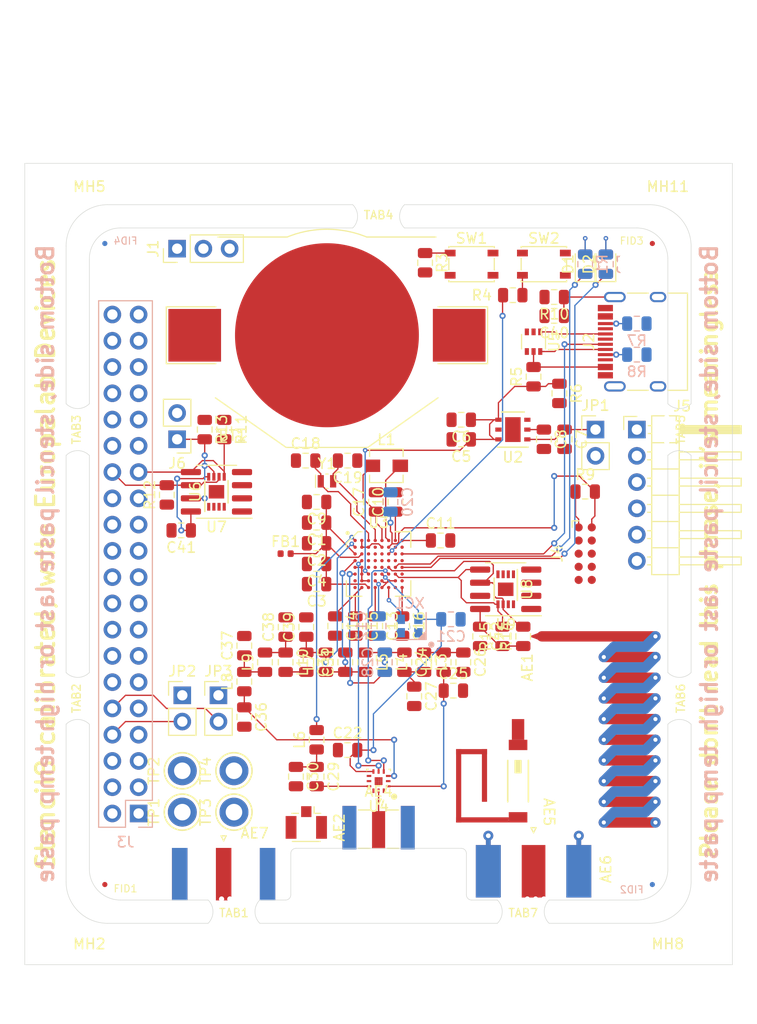
<source format=kicad_pcb>
(kicad_pcb (version 20171130) (host pcbnew 5.1.5+dfsg1-2build2)

  (general
    (thickness 1.6)
    (drawings 95)
    (tracks 358)
    (zones 0)
    (modules 117)
    (nets 121)
  )

  (page A3)
  (title_block
    (date "15 nov 2012")
  )

  (layers
    (0 F.Cu signal)
    (1 In1.Cu signal)
    (2 In2.Cu signal)
    (31 B.Cu signal)
    (34 B.Paste user)
    (35 F.Paste user)
    (36 B.SilkS user)
    (37 F.SilkS user)
    (38 B.Mask user)
    (39 F.Mask user)
    (40 Dwgs.User user)
    (41 Cmts.User user hide)
    (44 Edge.Cuts user)
    (45 Margin user)
    (46 B.CrtYd user)
    (47 F.CrtYd user)
    (48 B.Fab user)
    (49 F.Fab user)
  )

  (setup
    (last_trace_width 0.127)
    (user_trace_width 0.1016)
    (user_trace_width 0.127)
    (user_trace_width 0.2)
    (trace_clearance 0.09)
    (zone_clearance 0.508)
    (zone_45_only no)
    (trace_min 0.09)
    (via_size 0.45)
    (via_drill 0.2)
    (via_min_size 0.45)
    (via_min_drill 0.2)
    (user_via 0.6 0.3)
    (uvia_size 0.45)
    (uvia_drill 0.1)
    (uvias_allowed no)
    (uvia_min_size 0.45)
    (uvia_min_drill 0.1)
    (edge_width 0.1)
    (segment_width 0.1)
    (pcb_text_width 0.25)
    (pcb_text_size 1 1)
    (mod_edge_width 0.15)
    (mod_text_size 1 1)
    (mod_text_width 0.15)
    (pad_size 2.5 2.5)
    (pad_drill 2.5)
    (pad_to_mask_clearance 0)
    (aux_axis_origin 0 0)
    (visible_elements 7FFFF7FF)
    (pcbplotparams
      (layerselection 0x00030_80000001)
      (usegerberextensions true)
      (usegerberattributes false)
      (usegerberadvancedattributes false)
      (creategerberjobfile false)
      (excludeedgelayer true)
      (linewidth 0.150000)
      (plotframeref false)
      (viasonmask false)
      (mode 1)
      (useauxorigin false)
      (hpglpennumber 1)
      (hpglpenspeed 20)
      (hpglpendiameter 15.000000)
      (psnegative false)
      (psa4output false)
      (plotreference true)
      (plotvalue true)
      (plotinvisibletext false)
      (padsonsilk false)
      (subtractmaskfromsilk false)
      (outputformat 1)
      (mirror false)
      (drillshape 1)
      (scaleselection 1)
      (outputdirectory ""))
  )

  (net 0 "")
  (net 1 GND)
  (net 2 "Net-(AE1-Pad1)")
  (net 3 /Sheet5F53D5B4/RFSWPWR)
  (net 4 "Net-(C8-Pad1)")
  (net 5 /Sheet5F53D5B4/POWAMP)
  (net 6 "Net-(C13-Pad1)")
  (net 7 /Sheet5F53D5B4/HFOUT)
  (net 8 +3V3)
  (net 9 "Net-(C29-Pad1)")
  (net 10 /Sheet5F53D5B4/UART_RX)
  (net 11 /Sheet5F53D5B4/UART_TX)
  (net 12 /Sheet5F53D5B4/HPOUT)
  (net 13 /Sheet5F53D5B4/HFIN)
  (net 14 /Sheet5F53D5B4/BANDSEL)
  (net 15 "Net-(XC1-Pad1)")
  (net 16 "Net-(BT1-Pad1)")
  (net 17 /Sheet5F53D5B4/USB_BUS)
  (net 18 "Net-(C33-Pad1)")
  (net 19 "Net-(C34-Pad1)")
  (net 20 /Sheet5F53D5B4/CMDRST)
  (net 21 "Net-(D1-Pad2)")
  (net 22 "Net-(D1-Pad1)")
  (net 23 "Net-(D2-Pad1)")
  (net 24 "Net-(D2-Pad2)")
  (net 25 /Sheet5F53D5B4/USB_P)
  (net 26 /Sheet5F53D5B4/USB_N)
  (net 27 /Sheet60040980/ID_SD)
  (net 28 /Sheet60040980/ID_SC)
  (net 29 /Sheet5F53D5B4/SWDCLK)
  (net 30 /Sheet60040980/SWDCLK)
  (net 31 "Net-(J3-Pad7)")
  (net 32 "Net-(J3-Pad8)")
  (net 33 "Net-(J4-Pad6)")
  (net 34 /Sheet5F53D5B4/CN_VBAT)
  (net 35 /Sheet5F53D5B4/I2C_SCL)
  (net 36 /Sheet5F53D5B4/I2C_SDA)
  (net 37 "Net-(TP3-Pad1)")
  (net 38 "Net-(TP4-Pad1)")
  (net 39 /Sheet5F53D5B4/XCEIV)
  (net 40 /Sheet5F53D5B4/CRYSTAL_XIN-RESERVED)
  (net 41 /Sheet5F53D5B4/CRYSTAL_XOUT-RESERVED)
  (net 42 "Net-(AE5-Pad2)")
  (net 43 "Net-(C1-Pad1)")
  (net 44 "Net-(C7-Pad1)")
  (net 45 "Net-(C14-Pad1)")
  (net 46 "Net-(C17-Pad1)")
  (net 47 "Net-(C18-Pad2)")
  (net 48 "Net-(C19-Pad2)")
  (net 49 "Net-(C23-Pad2)")
  (net 50 "Net-(C23-Pad1)")
  (net 51 "Net-(C24-Pad1)")
  (net 52 "Net-(C24-Pad2)")
  (net 53 "Net-(C29-Pad2)")
  (net 54 "Net-(C33-Pad2)")
  (net 55 "Net-(C35-Pad2)")
  (net 56 "Net-(C40-Pad1)")
  (net 57 "Net-(J2-PadB5)")
  (net 58 "Net-(J2-PadA8)")
  (net 59 "Net-(J2-PadA5)")
  (net 60 "Net-(J2-PadB8)")
  (net 61 "Net-(J2-PadA4)")
  (net 62 "Net-(J3-Pad2)")
  (net 63 "Net-(J3-Pad3)")
  (net 64 "Net-(J3-Pad4)")
  (net 65 "Net-(J3-Pad5)")
  (net 66 "Net-(J3-Pad10)")
  (net 67 "Net-(J3-Pad11)")
  (net 68 "Net-(J3-Pad12)")
  (net 69 "Net-(J3-Pad13)")
  (net 70 "Net-(J3-Pad15)")
  (net 71 "Net-(J3-Pad16)")
  (net 72 "Net-(J3-Pad18)")
  (net 73 "Net-(J3-Pad19)")
  (net 74 "Net-(J3-Pad21)")
  (net 75 "Net-(J3-Pad22)")
  (net 76 "Net-(J3-Pad23)")
  (net 77 "Net-(J3-Pad24)")
  (net 78 "Net-(J3-Pad26)")
  (net 79 "Net-(J3-Pad29)")
  (net 80 "Net-(J3-Pad31)")
  (net 81 "Net-(J3-Pad32)")
  (net 82 "Net-(J3-Pad33)")
  (net 83 "Net-(J3-Pad35)")
  (net 84 "Net-(J3-Pad36)")
  (net 85 "Net-(J3-Pad37)")
  (net 86 "Net-(J3-Pad38)")
  (net 87 "Net-(J3-Pad40)")
  (net 88 "Net-(J4-Pad7)")
  (net 89 "Net-(J4-Pad8)")
  (net 90 "Net-(J5-Pad2)")
  (net 91 "Net-(J5-Pad3)")
  (net 92 "Net-(J5-Pad6)")
  (net 93 "Net-(J6-Pad1)")
  (net 94 "Net-(L1-Pad2)")
  (net 95 "Net-(R3-Pad1)")
  (net 96 "Net-(R4-Pad1)")
  (net 97 "Net-(R4-Pad2)")
  (net 98 "Net-(U2-Pad5)")
  (net 99 "Net-(U3-PadG1)")
  (net 100 "Net-(U3-PadH1)")
  (net 101 "Net-(U3-PadE3)")
  (net 102 "Net-(U3-PadB4)")
  (net 103 "Net-(U3-PadE4)")
  (net 104 "Net-(U3-PadF4)")
  (net 105 "Net-(U3-PadE5)")
  (net 106 "Net-(U3-PadH6)")
  (net 107 "Net-(U3-PadC7)")
  (net 108 "Net-(U3-PadD7)")
  (net 109 "Net-(U3-PadH7)")
  (net 110 "Net-(U3-PadD8)")
  (net 111 "Net-(U5-Pad3)")
  (net 112 "Net-(U5-Pad4)")
  (net 113 "Net-(U8-Pad7)")
  (net 114 "Net-(U8-Pad3)")
  (net 115 "Net-(U8-Pad2)")
  (net 116 "Net-(U8-Pad1)")
  (net 117 "Net-(U9-Pad1)")
  (net 118 "Net-(U9-Pad2)")
  (net 119 "Net-(U9-Pad3)")
  (net 120 "Net-(U9-Pad7)")

  (net_class Default "This is the default net class."
    (clearance 0.09)
    (trace_width 0.09)
    (via_dia 0.45)
    (via_drill 0.2)
    (uvia_dia 0.45)
    (uvia_drill 0.1)
    (add_net +3V3)
    (add_net /Sheet5F53D5B4/BANDSEL)
    (add_net /Sheet5F53D5B4/CMDRST)
    (add_net /Sheet5F53D5B4/CN_VBAT)
    (add_net /Sheet5F53D5B4/CRYSTAL_XIN-RESERVED)
    (add_net /Sheet5F53D5B4/CRYSTAL_XOUT-RESERVED)
    (add_net /Sheet5F53D5B4/HFIN)
    (add_net /Sheet5F53D5B4/HFOUT)
    (add_net /Sheet5F53D5B4/HPOUT)
    (add_net /Sheet5F53D5B4/I2C_SCL)
    (add_net /Sheet5F53D5B4/I2C_SDA)
    (add_net /Sheet5F53D5B4/POWAMP)
    (add_net /Sheet5F53D5B4/RFSWPWR)
    (add_net /Sheet5F53D5B4/SWDCLK)
    (add_net /Sheet5F53D5B4/UART_RX)
    (add_net /Sheet5F53D5B4/UART_TX)
    (add_net /Sheet5F53D5B4/USB_BUS)
    (add_net /Sheet5F53D5B4/USB_N)
    (add_net /Sheet5F53D5B4/USB_P)
    (add_net /Sheet5F53D5B4/XCEIV)
    (add_net /Sheet60040980/ID_SC)
    (add_net /Sheet60040980/ID_SD)
    (add_net /Sheet60040980/SWDCLK)
    (add_net GND)
    (add_net "Net-(AE1-Pad1)")
    (add_net "Net-(AE5-Pad2)")
    (add_net "Net-(BT1-Pad1)")
    (add_net "Net-(C1-Pad1)")
    (add_net "Net-(C13-Pad1)")
    (add_net "Net-(C14-Pad1)")
    (add_net "Net-(C17-Pad1)")
    (add_net "Net-(C18-Pad2)")
    (add_net "Net-(C19-Pad2)")
    (add_net "Net-(C23-Pad1)")
    (add_net "Net-(C23-Pad2)")
    (add_net "Net-(C24-Pad1)")
    (add_net "Net-(C24-Pad2)")
    (add_net "Net-(C29-Pad1)")
    (add_net "Net-(C29-Pad2)")
    (add_net "Net-(C33-Pad1)")
    (add_net "Net-(C33-Pad2)")
    (add_net "Net-(C34-Pad1)")
    (add_net "Net-(C35-Pad2)")
    (add_net "Net-(C40-Pad1)")
    (add_net "Net-(C7-Pad1)")
    (add_net "Net-(C8-Pad1)")
    (add_net "Net-(D1-Pad1)")
    (add_net "Net-(D1-Pad2)")
    (add_net "Net-(D2-Pad1)")
    (add_net "Net-(D2-Pad2)")
    (add_net "Net-(J2-PadA4)")
    (add_net "Net-(J2-PadA5)")
    (add_net "Net-(J2-PadA8)")
    (add_net "Net-(J2-PadB5)")
    (add_net "Net-(J2-PadB8)")
    (add_net "Net-(J3-Pad10)")
    (add_net "Net-(J3-Pad11)")
    (add_net "Net-(J3-Pad12)")
    (add_net "Net-(J3-Pad13)")
    (add_net "Net-(J3-Pad15)")
    (add_net "Net-(J3-Pad16)")
    (add_net "Net-(J3-Pad18)")
    (add_net "Net-(J3-Pad19)")
    (add_net "Net-(J3-Pad2)")
    (add_net "Net-(J3-Pad21)")
    (add_net "Net-(J3-Pad22)")
    (add_net "Net-(J3-Pad23)")
    (add_net "Net-(J3-Pad24)")
    (add_net "Net-(J3-Pad26)")
    (add_net "Net-(J3-Pad29)")
    (add_net "Net-(J3-Pad3)")
    (add_net "Net-(J3-Pad31)")
    (add_net "Net-(J3-Pad32)")
    (add_net "Net-(J3-Pad33)")
    (add_net "Net-(J3-Pad35)")
    (add_net "Net-(J3-Pad36)")
    (add_net "Net-(J3-Pad37)")
    (add_net "Net-(J3-Pad38)")
    (add_net "Net-(J3-Pad4)")
    (add_net "Net-(J3-Pad40)")
    (add_net "Net-(J3-Pad5)")
    (add_net "Net-(J3-Pad7)")
    (add_net "Net-(J3-Pad8)")
    (add_net "Net-(J4-Pad6)")
    (add_net "Net-(J4-Pad7)")
    (add_net "Net-(J4-Pad8)")
    (add_net "Net-(J5-Pad2)")
    (add_net "Net-(J5-Pad3)")
    (add_net "Net-(J5-Pad6)")
    (add_net "Net-(J6-Pad1)")
    (add_net "Net-(L1-Pad2)")
    (add_net "Net-(R3-Pad1)")
    (add_net "Net-(R4-Pad1)")
    (add_net "Net-(R4-Pad2)")
    (add_net "Net-(TP3-Pad1)")
    (add_net "Net-(TP4-Pad1)")
    (add_net "Net-(U2-Pad5)")
    (add_net "Net-(U3-PadB4)")
    (add_net "Net-(U3-PadC7)")
    (add_net "Net-(U3-PadD7)")
    (add_net "Net-(U3-PadD8)")
    (add_net "Net-(U3-PadE3)")
    (add_net "Net-(U3-PadE4)")
    (add_net "Net-(U3-PadE5)")
    (add_net "Net-(U3-PadF4)")
    (add_net "Net-(U3-PadG1)")
    (add_net "Net-(U3-PadH1)")
    (add_net "Net-(U3-PadH6)")
    (add_net "Net-(U3-PadH7)")
    (add_net "Net-(U5-Pad3)")
    (add_net "Net-(U5-Pad4)")
    (add_net "Net-(U8-Pad1)")
    (add_net "Net-(U8-Pad2)")
    (add_net "Net-(U8-Pad3)")
    (add_net "Net-(U8-Pad7)")
    (add_net "Net-(U9-Pad1)")
    (add_net "Net-(U9-Pad2)")
    (add_net "Net-(U9-Pad3)")
    (add_net "Net-(U9-Pad7)")
    (add_net "Net-(XC1-Pad1)")
  )

  (net_class Power ""
    (clearance 0.2)
    (trace_width 0.5)
    (via_dia 1)
    (via_drill 0.7)
    (uvia_dia 0.5)
    (uvia_drill 0.1)
  )

  (module Elabdev:Panel_Mousetab_25mm_Single (layer F.Cu) (tedit 5CD9E502) (tstamp 5F680FEC)
    (at 224 181.75 90)
    (path /5CD9EB0D)
    (fp_text reference TAB7 (at 0 0) (layer F.SilkS)
      (effects (font (size 0.8 0.8) (thickness 0.13)))
    )
    (fp_text value Pantab (at 0 3.5 90) (layer F.Fab)
      (effects (font (size 1 1) (thickness 0.15)))
    )
    (fp_line (start 1.25 -2.2) (end 1.25 2.2) (layer F.Fab) (width 0.15))
    (fp_line (start -1.25 -2.2) (end -1.25 2.2) (layer F.Fab) (width 0.15))
    (fp_line (start 2.1 -2.6) (end 2.1 2.6) (layer F.CrtYd) (width 0.15))
    (fp_line (start 2.1 2.6) (end -2.1 2.6) (layer F.CrtYd) (width 0.15))
    (fp_line (start -2.1 2.6) (end -2.1 -2.6) (layer F.CrtYd) (width 0.15))
    (fp_line (start -2.1 -2.6) (end 2.1 -2.6) (layer F.CrtYd) (width 0.15))
    (pad "" np_thru_hole circle (at 1.35 2 90) (size 0.5 0.5) (drill 0.5) (layers *.Cu))
    (pad "" np_thru_hole circle (at 1.35 1.2 90) (size 0.5 0.5) (drill 0.5) (layers *.Cu))
    (pad "" np_thru_hole circle (at 1.35 0.4 90) (size 0.5 0.5) (drill 0.5) (layers *.Cu))
    (pad "" np_thru_hole circle (at 1.35 -0.4 90) (size 0.5 0.5) (drill 0.5) (layers *.Cu))
    (pad "" np_thru_hole circle (at 1.35 -1.2 90) (size 0.5 0.5) (drill 0.5) (layers *.Cu))
    (pad "" np_thru_hole circle (at 1.35 -2 90) (size 0.5 0.5) (drill 0.5) (layers *.Cu))
  )

  (module Elabdev:Panel_Mousetab_25mm_Single (layer F.Cu) (tedit 5CD9E59A) (tstamp 5F4C0A71)
    (at 210 114.25 270)
    (path /5CD5C3A7)
    (fp_text reference TAB4 (at 0 0 180) (layer F.SilkS)
      (effects (font (size 0.8 0.8) (thickness 0.13)))
    )
    (fp_text value Pantab (at 0 -3.5 270) (layer F.Fab)
      (effects (font (size 1 1) (thickness 0.15)))
    )
    (fp_line (start 1.25 -2.2) (end 1.25 2.2) (layer F.Fab) (width 0.15))
    (fp_line (start -1.25 -2.2) (end -1.25 2.2) (layer F.Fab) (width 0.15))
    (fp_line (start 2.1 -2.6) (end 2.1 2.6) (layer F.CrtYd) (width 0.15))
    (fp_line (start 2.1 2.6) (end -2.1 2.6) (layer F.CrtYd) (width 0.15))
    (fp_line (start -2.1 2.6) (end -2.1 -2.6) (layer F.CrtYd) (width 0.15))
    (fp_line (start -2.1 -2.6) (end 2.1 -2.6) (layer F.CrtYd) (width 0.15))
    (pad "" np_thru_hole circle (at 1.35 2 270) (size 0.5 0.5) (drill 0.5) (layers *.Cu))
    (pad "" np_thru_hole circle (at 1.35 1.2 270) (size 0.5 0.5) (drill 0.5) (layers *.Cu))
    (pad "" np_thru_hole circle (at 1.35 0.4 270) (size 0.5 0.5) (drill 0.5) (layers *.Cu))
    (pad "" np_thru_hole circle (at 1.35 -0.4 270) (size 0.5 0.5) (drill 0.5) (layers *.Cu))
    (pad "" np_thru_hole circle (at 1.35 -1.2 270) (size 0.5 0.5) (drill 0.5) (layers *.Cu))
    (pad "" np_thru_hole circle (at 1.35 -2 270) (size 0.5 0.5) (drill 0.5) (layers *.Cu))
  )

  (module Elabdev:Panel_Mousetab_25mm_Single (layer F.Cu) (tedit 5CD9E502) (tstamp 5CE1C45C)
    (at 196 181.75 90)
    (path /5CD9EB0D)
    (fp_text reference TAB1 (at 0 0) (layer F.SilkS)
      (effects (font (size 0.8 0.8) (thickness 0.13)))
    )
    (fp_text value Pantab (at 0 3.5 90) (layer F.Fab)
      (effects (font (size 1 1) (thickness 0.15)))
    )
    (fp_line (start -2.1 -2.6) (end 2.1 -2.6) (layer F.CrtYd) (width 0.15))
    (fp_line (start -2.1 2.6) (end -2.1 -2.6) (layer F.CrtYd) (width 0.15))
    (fp_line (start 2.1 2.6) (end -2.1 2.6) (layer F.CrtYd) (width 0.15))
    (fp_line (start 2.1 -2.6) (end 2.1 2.6) (layer F.CrtYd) (width 0.15))
    (fp_line (start -1.25 -2.2) (end -1.25 2.2) (layer F.Fab) (width 0.15))
    (fp_line (start 1.25 -2.2) (end 1.25 2.2) (layer F.Fab) (width 0.15))
    (pad "" np_thru_hole circle (at 1.35 -2 90) (size 0.5 0.5) (drill 0.5) (layers *.Cu))
    (pad "" np_thru_hole circle (at 1.35 -1.2 90) (size 0.5 0.5) (drill 0.5) (layers *.Cu))
    (pad "" np_thru_hole circle (at 1.35 -0.4 90) (size 0.5 0.5) (drill 0.5) (layers *.Cu))
    (pad "" np_thru_hole circle (at 1.35 0.4 90) (size 0.5 0.5) (drill 0.5) (layers *.Cu))
    (pad "" np_thru_hole circle (at 1.35 1.2 90) (size 0.5 0.5) (drill 0.5) (layers *.Cu))
    (pad "" np_thru_hole circle (at 1.35 2 90) (size 0.5 0.5) (drill 0.5) (layers *.Cu))
  )

  (module Elabdev:Panel_Mousetab_25mm_Single (layer F.Cu) (tedit 5CD5AA6C) (tstamp 5F4C1007)
    (at 180.75 161)
    (path /5CD5C074)
    (fp_text reference TAB2 (at 0 0 90) (layer F.SilkS)
      (effects (font (size 0.8 0.8) (thickness 0.13)))
    )
    (fp_text value Pantab (at -2.5 0 -270) (layer F.Fab)
      (effects (font (size 1 1) (thickness 0.15)))
    )
    (fp_line (start -2.1 -2.6) (end 2.1 -2.6) (layer F.CrtYd) (width 0.15))
    (fp_line (start -2.1 2.6) (end -2.1 -2.6) (layer F.CrtYd) (width 0.15))
    (fp_line (start 2.1 2.6) (end -2.1 2.6) (layer F.CrtYd) (width 0.15))
    (fp_line (start 2.1 -2.6) (end 2.1 2.6) (layer F.CrtYd) (width 0.15))
    (fp_line (start -1.25 -2.2) (end -1.25 2.2) (layer F.Fab) (width 0.15))
    (fp_line (start 1.25 -2.2) (end 1.25 2.2) (layer F.Fab) (width 0.15))
    (pad "" np_thru_hole circle (at 1.35 -2) (size 0.5 0.5) (drill 0.5) (layers *.Cu))
    (pad "" np_thru_hole circle (at 1.35 -1.2) (size 0.5 0.5) (drill 0.5) (layers *.Cu))
    (pad "" np_thru_hole circle (at 1.35 -0.4) (size 0.5 0.5) (drill 0.5) (layers *.Cu))
    (pad "" np_thru_hole circle (at 1.35 0.4) (size 0.5 0.5) (drill 0.5) (layers *.Cu))
    (pad "" np_thru_hole circle (at 1.35 1.2) (size 0.5 0.5) (drill 0.5) (layers *.Cu))
    (pad "" np_thru_hole circle (at 1.35 2) (size 0.5 0.5) (drill 0.5) (layers *.Cu))
  )

  (module Elabdev:Panel_Mousetab_25mm_Single (layer F.Cu) (tedit 5CD5AA6C) (tstamp 5F4C1047)
    (at 180.75 135)
    (path /5CD5C074)
    (fp_text reference TAB3 (at 0 0 90) (layer F.SilkS)
      (effects (font (size 0.8 0.8) (thickness 0.13)))
    )
    (fp_text value Pantab (at -2.5 0 -270) (layer F.Fab)
      (effects (font (size 1 1) (thickness 0.15)))
    )
    (fp_line (start 1.25 -2.2) (end 1.25 2.2) (layer F.Fab) (width 0.15))
    (fp_line (start -1.25 -2.2) (end -1.25 2.2) (layer F.Fab) (width 0.15))
    (fp_line (start 2.1 -2.6) (end 2.1 2.6) (layer F.CrtYd) (width 0.15))
    (fp_line (start 2.1 2.6) (end -2.1 2.6) (layer F.CrtYd) (width 0.15))
    (fp_line (start -2.1 2.6) (end -2.1 -2.6) (layer F.CrtYd) (width 0.15))
    (fp_line (start -2.1 -2.6) (end 2.1 -2.6) (layer F.CrtYd) (width 0.15))
    (pad "" np_thru_hole circle (at 1.35 2) (size 0.5 0.5) (drill 0.5) (layers *.Cu))
    (pad "" np_thru_hole circle (at 1.35 1.2) (size 0.5 0.5) (drill 0.5) (layers *.Cu))
    (pad "" np_thru_hole circle (at 1.35 0.4) (size 0.5 0.5) (drill 0.5) (layers *.Cu))
    (pad "" np_thru_hole circle (at 1.35 -0.4) (size 0.5 0.5) (drill 0.5) (layers *.Cu))
    (pad "" np_thru_hole circle (at 1.35 -1.2) (size 0.5 0.5) (drill 0.5) (layers *.Cu))
    (pad "" np_thru_hole circle (at 1.35 -2) (size 0.5 0.5) (drill 0.5) (layers *.Cu))
  )

  (module Elabdev:Panel_Mousetab_25mm_Single (layer F.Cu) (tedit 5CD5AA6C) (tstamp 5F4C108A)
    (at 239.25 135 180)
    (path /5CD5C074)
    (fp_text reference TAB5 (at 0 0 90) (layer F.SilkS)
      (effects (font (size 0.8 0.8) (thickness 0.13)))
    )
    (fp_text value Pantab (at -2.5 0 90) (layer F.Fab)
      (effects (font (size 1 1) (thickness 0.15)))
    )
    (fp_line (start 1.25 -2.2) (end 1.25 2.2) (layer F.Fab) (width 0.15))
    (fp_line (start -1.25 -2.2) (end -1.25 2.2) (layer F.Fab) (width 0.15))
    (fp_line (start 2.1 -2.6) (end 2.1 2.6) (layer F.CrtYd) (width 0.15))
    (fp_line (start 2.1 2.6) (end -2.1 2.6) (layer F.CrtYd) (width 0.15))
    (fp_line (start -2.1 2.6) (end -2.1 -2.6) (layer F.CrtYd) (width 0.15))
    (fp_line (start -2.1 -2.6) (end 2.1 -2.6) (layer F.CrtYd) (width 0.15))
    (pad "" np_thru_hole circle (at 1.35 2 180) (size 0.5 0.5) (drill 0.5) (layers *.Cu))
    (pad "" np_thru_hole circle (at 1.35 1.2 180) (size 0.5 0.5) (drill 0.5) (layers *.Cu))
    (pad "" np_thru_hole circle (at 1.35 0.4 180) (size 0.5 0.5) (drill 0.5) (layers *.Cu))
    (pad "" np_thru_hole circle (at 1.35 -0.4 180) (size 0.5 0.5) (drill 0.5) (layers *.Cu))
    (pad "" np_thru_hole circle (at 1.35 -1.2 180) (size 0.5 0.5) (drill 0.5) (layers *.Cu))
    (pad "" np_thru_hole circle (at 1.35 -2 180) (size 0.5 0.5) (drill 0.5) (layers *.Cu))
  )

  (module Elabdev:Panel_Mousetab_25mm_Single (layer F.Cu) (tedit 5CD5AA6C) (tstamp 5F4C1067)
    (at 239.25 161 180)
    (path /5CD5C074)
    (fp_text reference TAB6 (at 0 0 90) (layer F.SilkS)
      (effects (font (size 0.8 0.8) (thickness 0.13)))
    )
    (fp_text value Pantab (at -2.5 0 90) (layer F.Fab)
      (effects (font (size 1 1) (thickness 0.15)))
    )
    (fp_line (start -2.1 -2.6) (end 2.1 -2.6) (layer F.CrtYd) (width 0.15))
    (fp_line (start -2.1 2.6) (end -2.1 -2.6) (layer F.CrtYd) (width 0.15))
    (fp_line (start 2.1 2.6) (end -2.1 2.6) (layer F.CrtYd) (width 0.15))
    (fp_line (start 2.1 -2.6) (end 2.1 2.6) (layer F.CrtYd) (width 0.15))
    (fp_line (start -1.25 -2.2) (end -1.25 2.2) (layer F.Fab) (width 0.15))
    (fp_line (start 1.25 -2.2) (end 1.25 2.2) (layer F.Fab) (width 0.15))
    (pad "" np_thru_hole circle (at 1.35 -2 180) (size 0.5 0.5) (drill 0.5) (layers *.Cu))
    (pad "" np_thru_hole circle (at 1.35 -1.2 180) (size 0.5 0.5) (drill 0.5) (layers *.Cu))
    (pad "" np_thru_hole circle (at 1.35 -0.4 180) (size 0.5 0.5) (drill 0.5) (layers *.Cu))
    (pad "" np_thru_hole circle (at 1.35 0.4 180) (size 0.5 0.5) (drill 0.5) (layers *.Cu))
    (pad "" np_thru_hole circle (at 1.35 1.2 180) (size 0.5 0.5) (drill 0.5) (layers *.Cu))
    (pad "" np_thru_hole circle (at 1.35 2 180) (size 0.5 0.5) (drill 0.5) (layers *.Cu))
  )

  (module Connector_PinSocket_2.54mm:PinSocket_2x20_P2.54mm_Vertical (layer B.Cu) (tedit 5A19A433) (tstamp 5F683F15)
    (at 186.77 172.13)
    (descr "Through hole straight socket strip, 2x20, 2.54mm pitch, double cols (from Kicad 4.0.7), script generated")
    (tags "Through hole socket strip THT 2x20 2.54mm double row")
    (path /60040981/5F6A7FD9)
    (fp_text reference J3 (at -1.27 2.77) (layer B.SilkS)
      (effects (font (size 1 1) (thickness 0.15)) (justify mirror))
    )
    (fp_text value RPIHAT-40W (at -1.27 -51.03) (layer B.Fab)
      (effects (font (size 1 1) (thickness 0.15)) (justify mirror))
    )
    (fp_line (start -3.81 1.27) (end 0.27 1.27) (layer B.Fab) (width 0.1))
    (fp_line (start 0.27 1.27) (end 1.27 0.27) (layer B.Fab) (width 0.1))
    (fp_line (start 1.27 0.27) (end 1.27 -49.53) (layer B.Fab) (width 0.1))
    (fp_line (start 1.27 -49.53) (end -3.81 -49.53) (layer B.Fab) (width 0.1))
    (fp_line (start -3.81 -49.53) (end -3.81 1.27) (layer B.Fab) (width 0.1))
    (fp_line (start -3.87 1.33) (end -1.27 1.33) (layer B.SilkS) (width 0.12))
    (fp_line (start -3.87 1.33) (end -3.87 -49.59) (layer B.SilkS) (width 0.12))
    (fp_line (start -3.87 -49.59) (end 1.33 -49.59) (layer B.SilkS) (width 0.12))
    (fp_line (start 1.33 -1.27) (end 1.33 -49.59) (layer B.SilkS) (width 0.12))
    (fp_line (start -1.27 -1.27) (end 1.33 -1.27) (layer B.SilkS) (width 0.12))
    (fp_line (start -1.27 1.33) (end -1.27 -1.27) (layer B.SilkS) (width 0.12))
    (fp_line (start 1.33 1.33) (end 1.33 0) (layer B.SilkS) (width 0.12))
    (fp_line (start 0 1.33) (end 1.33 1.33) (layer B.SilkS) (width 0.12))
    (fp_line (start -4.34 1.8) (end 1.76 1.8) (layer B.CrtYd) (width 0.05))
    (fp_line (start 1.76 1.8) (end 1.76 -50) (layer B.CrtYd) (width 0.05))
    (fp_line (start 1.76 -50) (end -4.34 -50) (layer B.CrtYd) (width 0.05))
    (fp_line (start -4.34 -50) (end -4.34 1.8) (layer B.CrtYd) (width 0.05))
    (fp_text user %R (at -1.27 -24.13 -90) (layer B.Fab)
      (effects (font (size 1 1) (thickness 0.15)) (justify mirror))
    )
    (pad 1 thru_hole rect (at 0 0) (size 1.7 1.7) (drill 1) (layers *.Cu *.Mask)
      (net 8 +3V3))
    (pad 2 thru_hole oval (at -2.54 0) (size 1.7 1.7) (drill 1) (layers *.Cu *.Mask)
      (net 62 "Net-(J3-Pad2)"))
    (pad 3 thru_hole oval (at 0 -2.54) (size 1.7 1.7) (drill 1) (layers *.Cu *.Mask)
      (net 63 "Net-(J3-Pad3)"))
    (pad 4 thru_hole oval (at -2.54 -2.54) (size 1.7 1.7) (drill 1) (layers *.Cu *.Mask)
      (net 64 "Net-(J3-Pad4)"))
    (pad 5 thru_hole oval (at 0 -5.08) (size 1.7 1.7) (drill 1) (layers *.Cu *.Mask)
      (net 65 "Net-(J3-Pad5)"))
    (pad 6 thru_hole oval (at -2.54 -5.08) (size 1.7 1.7) (drill 1) (layers *.Cu *.Mask)
      (net 1 GND))
    (pad 7 thru_hole oval (at 0 -7.62) (size 1.7 1.7) (drill 1) (layers *.Cu *.Mask)
      (net 31 "Net-(J3-Pad7)"))
    (pad 8 thru_hole oval (at -2.54 -7.62) (size 1.7 1.7) (drill 1) (layers *.Cu *.Mask)
      (net 32 "Net-(J3-Pad8)"))
    (pad 9 thru_hole oval (at 0 -10.16) (size 1.7 1.7) (drill 1) (layers *.Cu *.Mask)
      (net 1 GND))
    (pad 10 thru_hole oval (at -2.54 -10.16) (size 1.7 1.7) (drill 1) (layers *.Cu *.Mask)
      (net 66 "Net-(J3-Pad10)"))
    (pad 11 thru_hole oval (at 0 -12.7) (size 1.7 1.7) (drill 1) (layers *.Cu *.Mask)
      (net 67 "Net-(J3-Pad11)"))
    (pad 12 thru_hole oval (at -2.54 -12.7) (size 1.7 1.7) (drill 1) (layers *.Cu *.Mask)
      (net 68 "Net-(J3-Pad12)"))
    (pad 13 thru_hole oval (at 0 -15.24) (size 1.7 1.7) (drill 1) (layers *.Cu *.Mask)
      (net 69 "Net-(J3-Pad13)"))
    (pad 14 thru_hole oval (at -2.54 -15.24) (size 1.7 1.7) (drill 1) (layers *.Cu *.Mask)
      (net 1 GND))
    (pad 15 thru_hole oval (at 0 -17.78) (size 1.7 1.7) (drill 1) (layers *.Cu *.Mask)
      (net 70 "Net-(J3-Pad15)"))
    (pad 16 thru_hole oval (at -2.54 -17.78) (size 1.7 1.7) (drill 1) (layers *.Cu *.Mask)
      (net 71 "Net-(J3-Pad16)"))
    (pad 17 thru_hole oval (at 0 -20.32) (size 1.7 1.7) (drill 1) (layers *.Cu *.Mask)
      (net 8 +3V3))
    (pad 18 thru_hole oval (at -2.54 -20.32) (size 1.7 1.7) (drill 1) (layers *.Cu *.Mask)
      (net 72 "Net-(J3-Pad18)"))
    (pad 19 thru_hole oval (at 0 -22.86) (size 1.7 1.7) (drill 1) (layers *.Cu *.Mask)
      (net 73 "Net-(J3-Pad19)"))
    (pad 20 thru_hole oval (at -2.54 -22.86) (size 1.7 1.7) (drill 1) (layers *.Cu *.Mask)
      (net 1 GND))
    (pad 21 thru_hole oval (at 0 -25.4) (size 1.7 1.7) (drill 1) (layers *.Cu *.Mask)
      (net 74 "Net-(J3-Pad21)"))
    (pad 22 thru_hole oval (at -2.54 -25.4) (size 1.7 1.7) (drill 1) (layers *.Cu *.Mask)
      (net 75 "Net-(J3-Pad22)"))
    (pad 23 thru_hole oval (at 0 -27.94) (size 1.7 1.7) (drill 1) (layers *.Cu *.Mask)
      (net 76 "Net-(J3-Pad23)"))
    (pad 24 thru_hole oval (at -2.54 -27.94) (size 1.7 1.7) (drill 1) (layers *.Cu *.Mask)
      (net 77 "Net-(J3-Pad24)"))
    (pad 25 thru_hole oval (at 0 -30.48) (size 1.7 1.7) (drill 1) (layers *.Cu *.Mask)
      (net 1 GND))
    (pad 26 thru_hole oval (at -2.54 -30.48) (size 1.7 1.7) (drill 1) (layers *.Cu *.Mask)
      (net 78 "Net-(J3-Pad26)"))
    (pad 27 thru_hole oval (at 0 -33.02) (size 1.7 1.7) (drill 1) (layers *.Cu *.Mask)
      (net 27 /Sheet60040980/ID_SD))
    (pad 28 thru_hole oval (at -2.54 -33.02) (size 1.7 1.7) (drill 1) (layers *.Cu *.Mask)
      (net 28 /Sheet60040980/ID_SC))
    (pad 29 thru_hole oval (at 0 -35.56) (size 1.7 1.7) (drill 1) (layers *.Cu *.Mask)
      (net 79 "Net-(J3-Pad29)"))
    (pad 30 thru_hole oval (at -2.54 -35.56) (size 1.7 1.7) (drill 1) (layers *.Cu *.Mask)
      (net 1 GND))
    (pad 31 thru_hole oval (at 0 -38.1) (size 1.7 1.7) (drill 1) (layers *.Cu *.Mask)
      (net 80 "Net-(J3-Pad31)"))
    (pad 32 thru_hole oval (at -2.54 -38.1) (size 1.7 1.7) (drill 1) (layers *.Cu *.Mask)
      (net 81 "Net-(J3-Pad32)"))
    (pad 33 thru_hole oval (at 0 -40.64) (size 1.7 1.7) (drill 1) (layers *.Cu *.Mask)
      (net 82 "Net-(J3-Pad33)"))
    (pad 34 thru_hole oval (at -2.54 -40.64) (size 1.7 1.7) (drill 1) (layers *.Cu *.Mask)
      (net 1 GND))
    (pad 35 thru_hole oval (at 0 -43.18) (size 1.7 1.7) (drill 1) (layers *.Cu *.Mask)
      (net 83 "Net-(J3-Pad35)"))
    (pad 36 thru_hole oval (at -2.54 -43.18) (size 1.7 1.7) (drill 1) (layers *.Cu *.Mask)
      (net 84 "Net-(J3-Pad36)"))
    (pad 37 thru_hole oval (at 0 -45.72) (size 1.7 1.7) (drill 1) (layers *.Cu *.Mask)
      (net 85 "Net-(J3-Pad37)"))
    (pad 38 thru_hole oval (at -2.54 -45.72) (size 1.7 1.7) (drill 1) (layers *.Cu *.Mask)
      (net 86 "Net-(J3-Pad38)"))
    (pad 39 thru_hole oval (at 0 -48.26) (size 1.7 1.7) (drill 1) (layers *.Cu *.Mask)
      (net 1 GND))
    (pad 40 thru_hole oval (at -2.54 -48.26) (size 1.7 1.7) (drill 1) (layers *.Cu *.Mask)
      (net 87 "Net-(J3-Pad40)"))
    (model ${KISYS3DMOD}/Connector_PinSocket_2.54mm.3dshapes/PinSocket_2x20_P2.54mm_Vertical.wrl
      (at (xyz 0 0 0))
      (scale (xyz 1 1 1))
      (rotate (xyz 0 0 0))
    )
  )

  (module RF_Antenna:Texas_SWRA416_868MHz_915MHz (layer F.Cu) (tedit 5CF40AFD) (tstamp 5F686F31)
    (at 231 164 270)
    (descr http://www.ti.com/lit/an/swra416/swra416.pdf)
    (tags "PCB antenna")
    (path /5F5C0728/60008187)
    (attr smd)
    (fp_text reference AE1 (at -6 6.6 90) (layer F.SilkS)
      (effects (font (size 1 1) (thickness 0.15)))
    )
    (fp_text value Antenna (at 0.1 -7.6 90) (layer F.Fab)
      (effects (font (size 1 1) (thickness 0.15)))
    )
    (fp_line (start 9.7 2.1) (end 6.2 5.7) (layer Dwgs.User) (width 0.12))
    (fp_line (start 9.7 0.1) (end 4.3 5.7) (layer Dwgs.User) (width 0.12))
    (fp_line (start 9.7 -1.9) (end 2.3 5.7) (layer Dwgs.User) (width 0.12))
    (fp_line (start 9.7 -3.9) (end 0.2 5.7) (layer Dwgs.User) (width 0.12))
    (fp_line (start 9.7 -5.9) (end -1.8 5.7) (layer Dwgs.User) (width 0.12))
    (fp_line (start 8.3 -6.5) (end -3.8 5.7) (layer Dwgs.User) (width 0.12))
    (fp_line (start 6.3 -6.5) (end -5.8 5.7) (layer Dwgs.User) (width 0.12))
    (fp_line (start 4.3 -6.5) (end -7.8 5.7) (layer Dwgs.User) (width 0.12))
    (fp_line (start -9.7 5.5) (end 2.3 -6.5) (layer Dwgs.User) (width 0.12))
    (fp_line (start -9.7 3.5) (end 0.3 -6.5) (layer Dwgs.User) (width 0.12))
    (fp_line (start -9.7 1.5) (end -1.7 -6.5) (layer Dwgs.User) (width 0.12))
    (fp_line (start -9.7 -0.5) (end -3.7 -6.5) (layer Dwgs.User) (width 0.12))
    (fp_line (start -9.7 -2.5) (end -5.7 -6.5) (layer Dwgs.User) (width 0.12))
    (fp_line (start -9.7 -4.5) (end -7.7 -6.5) (layer Dwgs.User) (width 0.12))
    (fp_line (start 9.7 -6.5) (end -9.7 -6.5) (layer Dwgs.User) (width 0.15))
    (fp_line (start 9.7 5.7) (end 9.7 -6.5) (layer Dwgs.User) (width 0.15))
    (fp_line (start -9.7 5.7) (end 9.7 5.7) (layer Dwgs.User) (width 0.15))
    (fp_line (start -9.7 -6.5) (end -9.7 5.7) (layer Dwgs.User) (width 0.15))
    (fp_line (start 7 -5.8) (end 8 -4.8) (layer B.Cu) (width 1))
    (fp_line (start 8 -1.8) (end 9 -0.8) (layer B.Cu) (width 1))
    (fp_line (start 8 -4.8) (end 8 -1.8) (layer B.Cu) (width 1))
    (fp_line (start 9 -5.8) (end 9 -0.8) (layer F.Cu) (width 1))
    (fp_line (start 5 -5.8) (end 6 -4.8) (layer B.Cu) (width 1))
    (fp_line (start 6 -1.8) (end 7 -0.8) (layer B.Cu) (width 1))
    (fp_line (start 6 -4.8) (end 6 -1.8) (layer B.Cu) (width 1))
    (fp_line (start 7 -5.8) (end 7 -0.8) (layer F.Cu) (width 1))
    (fp_line (start 3 -5.8) (end 4 -4.8) (layer B.Cu) (width 1))
    (fp_line (start 4 -1.8) (end 5 -0.8) (layer B.Cu) (width 1))
    (fp_line (start 4 -4.8) (end 4 -1.8) (layer B.Cu) (width 1))
    (fp_line (start 5 -5.8) (end 5 -0.8) (layer F.Cu) (width 1))
    (fp_line (start 1 -5.8) (end 2 -4.8) (layer B.Cu) (width 1))
    (fp_line (start 2 -1.8) (end 3 -0.8) (layer B.Cu) (width 1))
    (fp_line (start 2 -4.8) (end 2 -1.8) (layer B.Cu) (width 1))
    (fp_line (start 3 -5.8) (end 3 -0.8) (layer F.Cu) (width 1))
    (fp_line (start -1 -5.8) (end 0 -4.8) (layer B.Cu) (width 1))
    (fp_line (start 0 -1.8) (end 1 -0.8) (layer B.Cu) (width 1))
    (fp_line (start 0 -4.8) (end 0 -1.8) (layer B.Cu) (width 1))
    (fp_line (start 1 -5.8) (end 1 -0.8) (layer F.Cu) (width 1))
    (fp_line (start -3 -5.8) (end -2 -4.8) (layer B.Cu) (width 1))
    (fp_line (start -2 -1.8) (end -1 -0.8) (layer B.Cu) (width 1))
    (fp_line (start -2 -4.8) (end -2 -1.8) (layer B.Cu) (width 1))
    (fp_line (start -1 -5.8) (end -1 -0.8) (layer F.Cu) (width 1))
    (fp_line (start -4 -4.8) (end -4 -1.8) (layer B.Cu) (width 1))
    (fp_line (start -5 -5.8) (end -4 -4.8) (layer B.Cu) (width 1))
    (fp_line (start -4 -1.8) (end -3 -0.8) (layer B.Cu) (width 1))
    (fp_line (start -3 -5.8) (end -3 -0.8) (layer F.Cu) (width 1))
    (fp_line (start -6 -4.8) (end -6 -1.8) (layer B.Cu) (width 1))
    (fp_line (start -7 -5.8) (end -6 -4.8) (layer B.Cu) (width 1))
    (fp_line (start -6 -1.8) (end -5 -0.8) (layer B.Cu) (width 1))
    (fp_line (start -5 -5.8) (end -5 -0.8) (layer F.Cu) (width 1))
    (fp_line (start -7 -5.8) (end -7 -0.8) (layer F.Cu) (width 1))
    (fp_line (start -9 5.2) (end -9 -5.8) (layer F.Cu) (width 1))
    (fp_line (start -9 -5.8) (end -8 -4.8) (layer B.Cu) (width 1))
    (fp_line (start -8 -4.8) (end -8 -1.8) (layer B.Cu) (width 1))
    (fp_line (start -8 -1.8) (end -7 -0.8) (layer B.Cu) (width 1))
    (fp_line (start 9.7 4.1) (end 8.2 5.7) (layer Dwgs.User) (width 0.12))
    (fp_line (start -9.9 -6.7) (end -9.9 5.9) (layer F.CrtYd) (width 0.05))
    (fp_line (start -9.9 5.9) (end 9.9 5.9) (layer F.CrtYd) (width 0.05))
    (fp_line (start 9.9 5.9) (end 9.9 -6.7) (layer F.CrtYd) (width 0.05))
    (fp_line (start 9.9 -6.7) (end -9.9 -6.7) (layer F.CrtYd) (width 0.05))
    (fp_line (start 9.9 -6.7) (end -9.9 -6.7) (layer B.CrtYd) (width 0.05))
    (fp_line (start 9.9 5.9) (end 9.9 -6.7) (layer B.CrtYd) (width 0.05))
    (fp_line (start -9.9 -6.7) (end -9.9 5.9) (layer B.CrtYd) (width 0.05))
    (fp_line (start -9.9 5.9) (end 9.9 5.9) (layer B.CrtYd) (width 0.05))
    (fp_text user "KEEP-OUT ZONE" (at 1 -2.8 90) (layer Cmts.User)
      (effects (font (size 1 1) (thickness 0.15)))
    )
    (fp_text user "No metal, traces or " (at 1 0.2 90) (layer Cmts.User)
      (effects (font (size 1 1) (thickness 0.15)))
    )
    (fp_text user "any components on" (at 1 2.2 90) (layer Cmts.User)
      (effects (font (size 1 1) (thickness 0.15)))
    )
    (fp_text user " any PCB layer." (at 1 4.2 90) (layer Cmts.User)
      (effects (font (size 1 1) (thickness 0.15)))
    )
    (fp_text user %R (at -0.4 6.6 90) (layer F.Fab)
      (effects (font (size 1 1) (thickness 0.15)))
    )
    (pad "" thru_hole circle (at 9 -0.8 90) (size 1 1) (drill 0.4) (layers *.Cu))
    (pad "" thru_hole circle (at 9 -5.8 90) (size 1 1) (drill 0.4) (layers *.Cu))
    (pad "" thru_hole circle (at 7 -5.8 90) (size 1 1) (drill 0.4) (layers *.Cu))
    (pad "" thru_hole circle (at 7 -0.8 90) (size 1 1) (drill 0.4) (layers *.Cu))
    (pad "" thru_hole circle (at 5 -0.8 90) (size 1 1) (drill 0.4) (layers *.Cu))
    (pad "" thru_hole circle (at 5 -5.8 90) (size 1 1) (drill 0.4) (layers *.Cu))
    (pad "" thru_hole circle (at 3 -0.8 90) (size 1 1) (drill 0.4) (layers *.Cu))
    (pad "" thru_hole circle (at 3 -5.8 90) (size 1 1) (drill 0.4) (layers *.Cu))
    (pad "" thru_hole circle (at 1 -5.8 90) (size 1 1) (drill 0.4) (layers *.Cu))
    (pad "" thru_hole circle (at 1 -0.8 90) (size 1 1) (drill 0.4) (layers *.Cu))
    (pad "" thru_hole circle (at -1 -0.8 90) (size 1 1) (drill 0.4) (layers *.Cu))
    (pad "" thru_hole circle (at -1 -5.8 90) (size 1 1) (drill 0.4) (layers *.Cu))
    (pad "" thru_hole circle (at -3 -5.8 90) (size 1 1) (drill 0.4) (layers *.Cu))
    (pad "" thru_hole circle (at -3 -0.8 90) (size 1 1) (drill 0.4) (layers *.Cu))
    (pad "" thru_hole circle (at -5 -0.8 90) (size 1 1) (drill 0.4) (layers *.Cu))
    (pad "" thru_hole circle (at -5 -5.8 90) (size 1 1) (drill 0.4) (layers *.Cu))
    (pad "" thru_hole circle (at -7 -5.8 90) (size 1 1) (drill 0.4) (layers *.Cu))
    (pad "" thru_hole circle (at -7 -0.8 90) (size 1 1) (drill 0.4) (layers *.Cu))
    (pad "" thru_hole circle (at -9 -5.8 90) (size 1 1) (drill 0.4) (layers *.Cu))
    (pad 1 smd trapezoid (at -9 5.9 90) (size 0.4 0.8) (rect_delta 0 0.3 ) (layers F.Cu)
      (net 2 "Net-(AE1-Pad1)"))
  )

  (module Connector_Coaxial:U.FL_Hirose_U.FL-R-SMT-1_Vertical (layer F.Cu) (tedit 5A1DBFC3) (tstamp 5F686F5E)
    (at 203 173 270)
    (descr "Hirose U.FL Coaxial https://www.hirose.com/product/en/products/U.FL/U.FL-R-SMT-1%2810%29/")
    (tags "Hirose U.FL Coaxial")
    (path /5F5C0728/5F5D6D7C)
    (attr smd)
    (fp_text reference AE2 (at 0.475 -3.2 90) (layer F.SilkS)
      (effects (font (size 1 1) (thickness 0.15)))
    )
    (fp_text value Antenna_Shield (at 0.475 3.2 90) (layer F.Fab)
      (effects (font (size 1 1) (thickness 0.15)))
    )
    (fp_text user %R (at 0.475 0) (layer F.Fab)
      (effects (font (size 0.6 0.6) (thickness 0.09)))
    )
    (fp_line (start -2.02 1) (end -2.02 -1) (layer F.CrtYd) (width 0.05))
    (fp_line (start -1.32 1) (end -2.02 1) (layer F.CrtYd) (width 0.05))
    (fp_line (start 2.08 1.8) (end 2.28 1.8) (layer F.CrtYd) (width 0.05))
    (fp_line (start 2.08 2.5) (end 2.08 1.8) (layer F.CrtYd) (width 0.05))
    (fp_line (start 2.28 1.8) (end 2.28 -1.8) (layer F.CrtYd) (width 0.05))
    (fp_line (start -1.32 1.8) (end -1.12 1.8) (layer F.CrtYd) (width 0.05))
    (fp_line (start -1.12 2.5) (end -1.12 1.8) (layer F.CrtYd) (width 0.05))
    (fp_line (start 2.08 2.5) (end -1.12 2.5) (layer F.CrtYd) (width 0.05))
    (fp_line (start 1.835 -1.35) (end 1.835 1.35) (layer F.SilkS) (width 0.12))
    (fp_line (start -0.885 -0.76) (end -1.515 -0.76) (layer F.SilkS) (width 0.12))
    (fp_line (start -0.885 1.4) (end -0.885 0.76) (layer F.SilkS) (width 0.12))
    (fp_line (start -0.925 -0.3) (end -1.075 -0.15) (layer F.Fab) (width 0.1))
    (fp_line (start 1.775 -1.3) (end 1.375 -1.3) (layer F.Fab) (width 0.1))
    (fp_line (start 1.375 -1.5) (end 1.375 -1.3) (layer F.Fab) (width 0.1))
    (fp_line (start -0.425 -1.5) (end 1.375 -1.5) (layer F.Fab) (width 0.1))
    (fp_line (start 1.775 -1.3) (end 1.775 1.3) (layer F.Fab) (width 0.1))
    (fp_line (start 1.775 1.3) (end 1.375 1.3) (layer F.Fab) (width 0.1))
    (fp_line (start 1.375 1.5) (end 1.375 1.3) (layer F.Fab) (width 0.1))
    (fp_line (start -0.425 1.5) (end 1.375 1.5) (layer F.Fab) (width 0.1))
    (fp_line (start -0.425 -1.3) (end -0.825 -1.3) (layer F.Fab) (width 0.1))
    (fp_line (start -0.425 -1.5) (end -0.425 -1.3) (layer F.Fab) (width 0.1))
    (fp_line (start -0.825 -0.3) (end -0.825 -1.3) (layer F.Fab) (width 0.1))
    (fp_line (start -0.925 -0.3) (end -0.825 -0.3) (layer F.Fab) (width 0.1))
    (fp_line (start -1.075 0.3) (end -1.075 -0.15) (layer F.Fab) (width 0.1))
    (fp_line (start -1.075 0.3) (end -0.825 0.3) (layer F.Fab) (width 0.1))
    (fp_line (start -0.825 0.3) (end -0.825 1.3) (layer F.Fab) (width 0.1))
    (fp_line (start -0.425 1.3) (end -0.825 1.3) (layer F.Fab) (width 0.1))
    (fp_line (start -0.425 1.5) (end -0.425 1.3) (layer F.Fab) (width 0.1))
    (fp_line (start -0.885 -1.4) (end -0.885 -0.76) (layer F.SilkS) (width 0.12))
    (fp_line (start 2.08 -1.8) (end 2.28 -1.8) (layer F.CrtYd) (width 0.05))
    (fp_line (start 2.08 -1.8) (end 2.08 -2.5) (layer F.CrtYd) (width 0.05))
    (fp_line (start -1.32 -1) (end -1.32 -1.8) (layer F.CrtYd) (width 0.05))
    (fp_line (start 2.08 -2.5) (end -1.12 -2.5) (layer F.CrtYd) (width 0.05))
    (fp_line (start -1.12 -1.8) (end -1.12 -2.5) (layer F.CrtYd) (width 0.05))
    (fp_line (start -1.32 -1.8) (end -1.12 -1.8) (layer F.CrtYd) (width 0.05))
    (fp_line (start -1.32 1.8) (end -1.32 1) (layer F.CrtYd) (width 0.05))
    (fp_line (start -1.32 -1) (end -2.02 -1) (layer F.CrtYd) (width 0.05))
    (pad 2 smd rect (at 0.475 1.475 270) (size 2.2 1.05) (layers F.Cu F.Paste F.Mask)
      (net 1 GND))
    (pad 1 smd rect (at -1.05 0 270) (size 1.05 1) (layers F.Cu F.Paste F.Mask)
      (net 2 "Net-(AE1-Pad1)"))
    (pad 2 smd rect (at 0.475 -1.475 270) (size 2.2 1.05) (layers F.Cu F.Paste F.Mask)
      (net 1 GND))
    (model ${KISYS3DMOD}/Connector_Coaxial.3dshapes/U.FL_Hirose_U.FL-R-SMT-1_Vertical.wrl
      (offset (xyz 0.4749999928262157 0 0))
      (scale (xyz 1 1 1))
      (rotate (xyz 0 0 0))
    )
  )

  (module Connector_Coaxial:SMA_Samtec_SMA-J-P-X-ST-EM1_EdgeMount (layer F.Cu) (tedit 5DAA3454) (tstamp 5F686FA8)
    (at 210 173.5)
    (descr "Connector SMA, 0Hz to 20GHz, 50Ohm, Edge Mount (http://suddendocs.samtec.com/prints/sma-j-p-x-st-em1-mkt.pdf)")
    (tags "SMA Straight Samtec Edge Mount")
    (path /5F5C0728/6000659E)
    (attr smd)
    (fp_text reference AE4 (at 0 -3.5) (layer F.SilkS)
      (effects (font (size 1 1) (thickness 0.15)))
    )
    (fp_text value Antenna_Shield (at 0 13) (layer F.Fab)
      (effects (font (size 1 1) (thickness 0.15)))
    )
    (fp_line (start -0.25 -2.76) (end 0 -2.26) (layer F.SilkS) (width 0.12))
    (fp_line (start 0.25 -2.76) (end -0.25 -2.76) (layer F.SilkS) (width 0.12))
    (fp_line (start 0 -2.26) (end 0.25 -2.76) (layer F.SilkS) (width 0.12))
    (fp_line (start 0 3.1) (end -0.64 2.1) (layer F.Fab) (width 0.1))
    (fp_line (start 0.64 2.1) (end 0 3.1) (layer F.Fab) (width 0.1))
    (fp_text user %R (at 0 4.79 180) (layer F.Fab)
      (effects (font (size 1 1) (thickness 0.15)))
    )
    (fp_line (start 4 2.6) (end 4 -2.6) (layer F.CrtYd) (width 0.05))
    (fp_line (start 3.68 12.12) (end -3.68 12.12) (layer F.CrtYd) (width 0.05))
    (fp_line (start -4 2.6) (end -4 -2.6) (layer F.CrtYd) (width 0.05))
    (fp_line (start -4 -2.6) (end 4 -2.6) (layer F.CrtYd) (width 0.05))
    (fp_line (start 4 2.6) (end 4 -2.6) (layer B.CrtYd) (width 0.05))
    (fp_line (start 3.68 12.12) (end -3.68 12.12) (layer B.CrtYd) (width 0.05))
    (fp_line (start -4 2.6) (end -4 -2.6) (layer B.CrtYd) (width 0.05))
    (fp_line (start -4 -2.6) (end 4 -2.6) (layer B.CrtYd) (width 0.05))
    (fp_line (start 3.165 11.62) (end -3.165 11.62) (layer F.Fab) (width 0.1))
    (fp_line (start 3.175 -1.71) (end 3.175 11.62) (layer F.Fab) (width 0.1))
    (fp_line (start 3.175 -1.71) (end 2.365 -1.71) (layer F.Fab) (width 0.1))
    (fp_line (start 2.365 -1.71) (end 2.365 2.1) (layer F.Fab) (width 0.1))
    (fp_line (start 2.365 2.1) (end -2.365 2.1) (layer F.Fab) (width 0.1))
    (fp_line (start -2.365 2.1) (end -2.365 -1.71) (layer F.Fab) (width 0.1))
    (fp_line (start -2.365 -1.71) (end -3.175 -1.71) (layer F.Fab) (width 0.1))
    (fp_line (start -3.175 -1.71) (end -3.175 11.62) (layer F.Fab) (width 0.1))
    (fp_line (start 4.1 2.1) (end -4.1 2.1) (layer Dwgs.User) (width 0.1))
    (fp_text user "PCB Edge" (at 0 2.6) (layer Dwgs.User)
      (effects (font (size 0.5 0.5) (thickness 0.1)))
    )
    (fp_line (start -3.68 2.6) (end -4 2.6) (layer F.CrtYd) (width 0.05))
    (fp_line (start -3.68 12.12) (end -3.68 2.6) (layer F.CrtYd) (width 0.05))
    (fp_line (start 3.68 2.6) (end 4 2.6) (layer F.CrtYd) (width 0.05))
    (fp_line (start 3.68 2.6) (end 3.68 12.12) (layer F.CrtYd) (width 0.05))
    (fp_line (start -3.68 2.6) (end -4 2.6) (layer B.CrtYd) (width 0.05))
    (fp_line (start -3.68 12.12) (end -3.68 2.6) (layer B.CrtYd) (width 0.05))
    (fp_line (start 4 2.6) (end 3.68 2.6) (layer B.CrtYd) (width 0.05))
    (fp_line (start 3.68 2.6) (end 3.68 12.12) (layer B.CrtYd) (width 0.05))
    (fp_line (start -1.95 2) (end -0.84 2) (layer F.SilkS) (width 0.12))
    (fp_line (start 0.84 2) (end 1.95 2) (layer F.SilkS) (width 0.12))
    (fp_line (start -1.95 -1.71) (end -0.84 -1.71) (layer F.SilkS) (width 0.12))
    (fp_line (start 0.84 -1.71) (end 1.95 -1.71) (layer F.SilkS) (width 0.12))
    (fp_text user "Board Thickness: 1.57mm" (at 0 -5.45) (layer Cmts.User)
      (effects (font (size 1 1) (thickness 0.15)))
    )
    (pad 2 smd rect (at -2.825 0) (size 1.35 4.2) (layers B.Cu B.Paste B.Mask)
      (net 1 GND))
    (pad 2 smd rect (at 2.825 0) (size 1.35 4.2) (layers B.Cu B.Paste B.Mask)
      (net 1 GND))
    (pad 2 smd rect (at -2.825 0) (size 1.35 4.2) (layers F.Cu F.Paste F.Mask)
      (net 1 GND))
    (pad 2 smd rect (at 2.825 0) (size 1.35 4.2) (layers F.Cu F.Paste F.Mask)
      (net 1 GND))
    (pad 1 smd rect (at 0 0.2) (size 1.27 3.6) (layers F.Cu F.Paste F.Mask)
      (net 2 "Net-(AE1-Pad1)"))
    (model ${KISYS3DMOD}/Connector_Coaxial.3dshapes/SMA_Samtec_SMA-J-P-X-ST-EM1_EdgeMount.wrl
      (at (xyz 0 0 0))
      (scale (xyz 1 1 1))
      (rotate (xyz 0 0 0))
    )
  )

  (module Connector_Coaxial:SMA_Molex_73251-1153_EdgeMount_Horizontal (layer F.Cu) (tedit 5A1B666F) (tstamp 5F686FE6)
    (at 225 176 90)
    (descr "Molex SMA RF Connectors, Edge Mount, (http://www.molex.com/pdm_docs/sd/732511150_sd.pdf)")
    (tags "sma edge")
    (path /5F5C0728/60006A31)
    (attr smd)
    (fp_text reference AE6 (at -1.5 7 90) (layer F.SilkS)
      (effects (font (size 1 1) (thickness 0.15)))
    )
    (fp_text value Antenna_Shield (at -1.72 -7.11 90) (layer F.Fab)
      (effects (font (size 1 1) (thickness 0.15)))
    )
    (fp_text user %R (at -1.5 7 90) (layer F.Fab)
      (effects (font (size 1 1) (thickness 0.15)))
    )
    (fp_line (start 2.5 0.25) (end 2.5 -0.25) (layer F.Fab) (width 0.1))
    (fp_line (start 2 0) (end 2.5 0.25) (layer F.Fab) (width 0.1))
    (fp_line (start 2.5 -0.25) (end 2 0) (layer F.Fab) (width 0.1))
    (fp_line (start 2.5 0.25) (end 2 0) (layer F.SilkS) (width 0.12))
    (fp_line (start 2.5 -0.25) (end 2.5 0.25) (layer F.SilkS) (width 0.12))
    (fp_line (start 2 0) (end 2.5 -0.25) (layer F.SilkS) (width 0.12))
    (fp_line (start -4.76 -0.38) (end 0.49 -0.38) (layer F.Fab) (width 0.1))
    (fp_line (start -4.76 0.38) (end 0.49 0.38) (layer F.Fab) (width 0.1))
    (fp_line (start 0.49 -0.38) (end 0.49 0.38) (layer F.Fab) (width 0.1))
    (fp_line (start 0.49 3.75) (end 0.49 4.76) (layer F.Fab) (width 0.1))
    (fp_line (start 0.49 -4.76) (end 0.49 -3.75) (layer F.Fab) (width 0.1))
    (fp_line (start -14.29 -6.09) (end -14.29 6.09) (layer F.CrtYd) (width 0.05))
    (fp_line (start -14.29 6.09) (end 2.71 6.09) (layer F.CrtYd) (width 0.05))
    (fp_line (start 2.71 -6.09) (end 2.71 6.09) (layer B.CrtYd) (width 0.05))
    (fp_line (start -14.29 -6.09) (end 2.71 -6.09) (layer B.CrtYd) (width 0.05))
    (fp_line (start -14.29 -6.09) (end -14.29 6.09) (layer B.CrtYd) (width 0.05))
    (fp_line (start -14.29 6.09) (end 2.71 6.09) (layer B.CrtYd) (width 0.05))
    (fp_line (start 2.71 -6.09) (end 2.71 6.09) (layer F.CrtYd) (width 0.05))
    (fp_line (start 2.71 -6.09) (end -14.29 -6.09) (layer F.CrtYd) (width 0.05))
    (fp_line (start -4.76 -3.75) (end 0.49 -3.75) (layer F.Fab) (width 0.1))
    (fp_line (start -4.76 3.75) (end 0.49 3.75) (layer F.Fab) (width 0.1))
    (fp_line (start -13.79 -2.65) (end -5.91 -2.65) (layer F.Fab) (width 0.1))
    (fp_line (start -13.79 -2.65) (end -13.79 2.65) (layer F.Fab) (width 0.1))
    (fp_line (start -13.79 2.65) (end -5.91 2.65) (layer F.Fab) (width 0.1))
    (fp_line (start -4.76 -3.75) (end -4.76 3.75) (layer F.Fab) (width 0.1))
    (fp_line (start 0.49 -4.76) (end -5.91 -4.76) (layer F.Fab) (width 0.1))
    (fp_line (start -5.91 -4.76) (end -5.91 4.76) (layer F.Fab) (width 0.1))
    (fp_line (start -5.91 4.76) (end 0.49 4.76) (layer F.Fab) (width 0.1))
    (pad 1 smd rect (at -1.72 0 90) (size 5.08 2.29) (layers F.Cu F.Paste F.Mask)
      (net 2 "Net-(AE1-Pad1)"))
    (pad 2 smd rect (at -1.72 -4.38 90) (size 5.08 2.42) (layers F.Cu F.Paste F.Mask)
      (net 1 GND))
    (pad 2 smd rect (at -1.72 4.38 90) (size 5.08 2.42) (layers F.Cu F.Paste F.Mask)
      (net 1 GND))
    (pad 2 smd rect (at -1.72 -4.38 90) (size 5.08 2.42) (layers B.Cu B.Paste B.Mask)
      (net 1 GND))
    (pad 2 smd rect (at -1.72 4.38 90) (size 5.08 2.42) (layers B.Cu B.Paste B.Mask)
      (net 1 GND))
    (pad 2 thru_hole circle (at 1.72 -4.38 90) (size 0.97 0.97) (drill 0.46) (layers *.Cu)
      (net 1 GND))
    (pad 2 thru_hole circle (at 1.72 4.38 90) (size 0.97 0.97) (drill 0.46) (layers *.Cu)
      (net 1 GND))
    (pad 2 smd rect (at 1.27 -4.38 90) (size 0.95 0.46) (layers F.Cu)
      (net 1 GND))
    (pad 2 smd rect (at 1.27 4.38 90) (size 0.95 0.46) (layers F.Cu)
      (net 1 GND))
    (pad 2 smd rect (at 1.27 -4.38 90) (size 0.95 0.46) (layers B.Cu)
      (net 1 GND))
    (pad 2 smd rect (at 1.27 4.38 90) (size 0.95 0.46) (layers B.Cu)
      (net 1 GND))
    (model ${KISYS3DMOD}/Connector_Coaxial.3dshapes/SMA_Molex_73251-1153_EdgeMount_Horizontal.wrl
      (at (xyz 0 0 0))
      (scale (xyz 1 1 1))
      (rotate (xyz 0 0 0))
    )
  )

  (module Connector_Coaxial:SMA_Amphenol_132289_EdgeMount (layer F.Cu) (tedit 5A1C1810) (tstamp 5F687009)
    (at 195 178 270)
    (descr http://www.amphenolrf.com/132289.html)
    (tags SMA)
    (path /5F5C0728/6000721D)
    (attr smd)
    (fp_text reference AE7 (at -3.96 -3) (layer F.SilkS)
      (effects (font (size 1 1) (thickness 0.15)))
    )
    (fp_text value Antenna_Shield (at 5 6 90) (layer F.Fab)
      (effects (font (size 1 1) (thickness 0.15)))
    )
    (fp_line (start -3.71 0.25) (end -3.21 0) (layer F.SilkS) (width 0.12))
    (fp_line (start -3.71 -0.25) (end -3.71 0.25) (layer F.SilkS) (width 0.12))
    (fp_line (start -3.21 0) (end -3.71 -0.25) (layer F.SilkS) (width 0.12))
    (fp_line (start 3.54 0) (end 2.54 0.75) (layer F.Fab) (width 0.1))
    (fp_line (start 2.54 -0.75) (end 3.54 0) (layer F.Fab) (width 0.1))
    (fp_text user %R (at 4.79 0 180) (layer F.Fab)
      (effects (font (size 1 1) (thickness 0.15)))
    )
    (fp_line (start 14.47 -5.58) (end -3.04 -5.58) (layer F.CrtYd) (width 0.05))
    (fp_line (start 14.47 -5.58) (end 14.47 5.58) (layer F.CrtYd) (width 0.05))
    (fp_line (start 14.47 5.58) (end -3.04 5.58) (layer F.CrtYd) (width 0.05))
    (fp_line (start -3.04 5.58) (end -3.04 -5.58) (layer F.CrtYd) (width 0.05))
    (fp_line (start 14.47 -5.58) (end -3.04 -5.58) (layer B.CrtYd) (width 0.05))
    (fp_line (start 14.47 -5.58) (end 14.47 5.58) (layer B.CrtYd) (width 0.05))
    (fp_line (start 14.47 5.58) (end -3.04 5.58) (layer B.CrtYd) (width 0.05))
    (fp_line (start -3.04 5.58) (end -3.04 -5.58) (layer B.CrtYd) (width 0.05))
    (fp_line (start 4.445 -3.81) (end 13.97 -3.81) (layer F.Fab) (width 0.1))
    (fp_line (start 13.97 -3.81) (end 13.97 3.81) (layer F.Fab) (width 0.1))
    (fp_line (start 13.97 3.81) (end 4.445 3.81) (layer F.Fab) (width 0.1))
    (fp_line (start 4.445 5.08) (end 4.445 3.81) (layer F.Fab) (width 0.1))
    (fp_line (start 4.445 -3.81) (end 4.445 -5.08) (layer F.Fab) (width 0.1))
    (fp_line (start -1.91 -5.08) (end 4.445 -5.08) (layer F.Fab) (width 0.1))
    (fp_line (start -1.91 -5.08) (end -1.91 -3.81) (layer F.Fab) (width 0.1))
    (fp_line (start -1.91 -3.81) (end 2.54 -3.81) (layer F.Fab) (width 0.1))
    (fp_line (start 2.54 -3.81) (end 2.54 3.81) (layer F.Fab) (width 0.1))
    (fp_line (start 2.54 3.81) (end -1.91 3.81) (layer F.Fab) (width 0.1))
    (fp_line (start -1.91 3.81) (end -1.91 5.08) (layer F.Fab) (width 0.1))
    (fp_line (start -1.91 5.08) (end 4.445 5.08) (layer F.Fab) (width 0.1))
    (pad 2 smd rect (at 0 4.25) (size 1.5 5.08) (layers B.Cu B.Paste B.Mask)
      (net 1 GND))
    (pad 2 smd rect (at 0 -4.25) (size 1.5 5.08) (layers B.Cu B.Paste B.Mask)
      (net 1 GND))
    (pad 2 smd rect (at 0 4.25) (size 1.5 5.08) (layers F.Cu F.Paste F.Mask)
      (net 1 GND))
    (pad 2 smd rect (at 0 -4.25) (size 1.5 5.08) (layers F.Cu F.Paste F.Mask)
      (net 1 GND))
    (pad 1 smd rect (at 0 0) (size 1.5 5.08) (layers F.Cu F.Paste F.Mask)
      (net 2 "Net-(AE1-Pad1)"))
    (model ${KISYS3DMOD}/Connector_Coaxial.3dshapes/SMA_Amphenol_132289_EdgeMount.wrl
      (at (xyz 0 0 0))
      (scale (xyz 1 1 1))
      (rotate (xyz 0 0 0))
    )
  )

  (module Battery:BatteryHolder_Keystone_3002_1x2032 (layer F.Cu) (tedit 5D9C7E9A) (tstamp 5F68703C)
    (at 205 125.875)
    (descr https://www.tme.eu/it/Document/a823211ec201a9e209042d155fe22d2b/KEYS2996.pdf)
    (tags "BR2016 CR2016 DL2016 BR2020 CL2020 BR2025 CR2025 DL2025 DR2032 CR2032 DL2032")
    (path /5F53D5B5/5FA3E7CA)
    (attr smd)
    (fp_text reference BT1 (at -9.15 9.7) (layer F.SilkS)
      (effects (font (size 1 1) (thickness 0.15)))
    )
    (fp_text value Battery_Cell (at 0 -11) (layer F.Fab)
      (effects (font (size 1 1) (thickness 0.15)))
    )
    (fp_text user %R (at -9.15 9.7) (layer F.Fab)
      (effects (font (size 1 1) (thickness 0.15)))
    )
    (fp_line (start 15.55 -2.75) (end 10.75 -2.75) (layer F.SilkS) (width 0.12))
    (fp_line (start 15.55 2.75) (end 15.55 -2.75) (layer F.SilkS) (width 0.12))
    (fp_line (start 10.75 2.75) (end 15.55 2.75) (layer F.SilkS) (width 0.12))
    (fp_line (start -15.55 2.75) (end -10.75 2.75) (layer F.SilkS) (width 0.12))
    (fp_line (start -15.55 -2.75) (end -15.55 2.75) (layer F.SilkS) (width 0.12))
    (fp_line (start -10.75 -2.75) (end -15.55 -2.75) (layer F.SilkS) (width 0.12))
    (fp_line (start -15.85 3.05) (end -15.85 -3.05) (layer F.CrtYd) (width 0.05))
    (fp_line (start -11.05 3.05) (end -15.85 3.05) (layer F.CrtYd) (width 0.05))
    (fp_line (start -11.05 6.35) (end -11.05 3.05) (layer F.CrtYd) (width 0.05))
    (fp_line (start -4.3 11.1) (end -11.05 6.35) (layer F.CrtYd) (width 0.05))
    (fp_line (start 4.3 11.1) (end -4.3 11.1) (layer F.CrtYd) (width 0.05))
    (fp_line (start 11.05 6.35) (end 4.3 11.1) (layer F.CrtYd) (width 0.05))
    (fp_line (start 11.05 3.05) (end 11.05 6.35) (layer F.CrtYd) (width 0.05))
    (fp_line (start 15.85 3.05) (end 11.05 3.05) (layer F.CrtYd) (width 0.05))
    (fp_line (start 15.85 -3.05) (end 15.85 3.05) (layer F.CrtYd) (width 0.05))
    (fp_line (start 11.05 -3.05) (end 15.85 -3.05) (layer F.CrtYd) (width 0.05))
    (fp_line (start 11.05 -9.8) (end 11.05 -3.05) (layer F.CrtYd) (width 0.05))
    (fp_line (start 11.05 -9.8) (end 3.9 -9.8) (layer F.CrtYd) (width 0.05))
    (fp_arc (start 0 0) (end 3.9 -9.8) (angle -43.40107348) (layer F.CrtYd) (width 0.05))
    (fp_line (start -11.05 -9.8) (end -3.9 -9.8) (layer F.CrtYd) (width 0.05))
    (fp_line (start -11.05 -3.05) (end -11.05 -9.8) (layer F.CrtYd) (width 0.05))
    (fp_line (start -15.85 -3.05) (end -11.05 -3.05) (layer F.CrtYd) (width 0.05))
    (fp_line (start 10.55 -9.5) (end 3.85 -9.5) (layer F.SilkS) (width 0.12))
    (fp_arc (start 0 0) (end 3.85 -9.5) (angle -44.1) (layer F.SilkS) (width 0.12))
    (fp_line (start -10.55 -9.5) (end -3.85 -9.5) (layer F.SilkS) (width 0.12))
    (fp_circle (center 0 0) (end 10 0) (layer Dwgs.User) (width 0.2))
    (fp_line (start 10.55 5.9) (end 3.8 10.6) (layer F.Fab) (width 0.1))
    (fp_line (start 3.95 10.85) (end 10.75 6.05) (layer F.SilkS) (width 0.12))
    (fp_line (start -3.95 10.85) (end 3.95 10.85) (layer F.SilkS) (width 0.12))
    (fp_line (start -10.8 6.05) (end -3.95 10.85) (layer F.SilkS) (width 0.12))
    (fp_line (start -10.55 5.85) (end -3.8 10.6) (layer F.Fab) (width 0.1))
    (fp_line (start -10.55 -2.55) (end -10.55 -9.3) (layer F.Fab) (width 0.1))
    (fp_line (start 10.55 -9.3) (end -10.55 -9.3) (layer F.Fab) (width 0.1))
    (fp_line (start 10.55 -2.55) (end 10.55 -9.3) (layer F.Fab) (width 0.1))
    (fp_line (start 15.35 -2.55) (end 10.55 -2.55) (layer F.Fab) (width 0.1))
    (fp_line (start 15.35 2.55) (end 15.35 -2.55) (layer F.Fab) (width 0.1))
    (fp_line (start 10.55 2.55) (end 15.35 2.55) (layer F.Fab) (width 0.1))
    (fp_line (start -3.8 10.6) (end 3.8 10.6) (layer F.Fab) (width 0.1))
    (fp_line (start 10.55 2.55) (end 10.55 5.9) (layer F.Fab) (width 0.1))
    (fp_line (start -10.55 2.55) (end -10.55 5.85) (layer F.Fab) (width 0.1))
    (fp_line (start -15.35 -2.55) (end -10.55 -2.55) (layer F.Fab) (width 0.1))
    (fp_line (start -15.35 2.55) (end -10.55 2.55) (layer F.Fab) (width 0.1))
    (fp_line (start -15.35 -2.55) (end -15.35 2.55) (layer F.Fab) (width 0.1))
    (pad 1 smd rect (at 12.8 0) (size 5.1 5.1) (layers F.Cu F.Paste F.Mask)
      (net 16 "Net-(BT1-Pad1)"))
    (pad 1 smd rect (at -12.8 0) (size 5.1 5.1) (layers F.Cu F.Paste F.Mask)
      (net 16 "Net-(BT1-Pad1)"))
    (pad 2 smd circle (at 0 0) (size 17.8 17.8) (layers F.Cu F.Mask)
      (net 1 GND))
    (model ${KISYS3DMOD}/Battery.3dshapes/BatteryHolder_Keystone_3002_1x2032.wrl
      (at (xyz 0 0 0))
      (scale (xyz 1 1 1))
      (rotate (xyz 0 0 0))
    )
  )

  (module Capacitor_SMD:C_0805_2012Metric (layer F.Cu) (tedit 5B36C52B) (tstamp 5F68704D)
    (at 207 166)
    (descr "Capacitor SMD 0805 (2012 Metric), square (rectangular) end terminal, IPC_7351 nominal, (Body size source: https://docs.google.com/spreadsheets/d/1BsfQQcO9C6DZCsRaXUlFlo91Tg2WpOkGARC1WS5S8t0/edit?usp=sharing), generated with kicad-footprint-generator")
    (tags capacitor)
    (path /5F5C0728/5F5D6D8A)
    (attr smd)
    (fp_text reference C22 (at 0 -1.65) (layer F.SilkS)
      (effects (font (size 1 1) (thickness 0.15)))
    )
    (fp_text value 1nF (at 0 1.65) (layer F.Fab)
      (effects (font (size 1 1) (thickness 0.15)))
    )
    (fp_text user %R (at 0 0) (layer F.Fab)
      (effects (font (size 0.5 0.5) (thickness 0.08)))
    )
    (fp_line (start 1.68 0.95) (end -1.68 0.95) (layer F.CrtYd) (width 0.05))
    (fp_line (start 1.68 -0.95) (end 1.68 0.95) (layer F.CrtYd) (width 0.05))
    (fp_line (start -1.68 -0.95) (end 1.68 -0.95) (layer F.CrtYd) (width 0.05))
    (fp_line (start -1.68 0.95) (end -1.68 -0.95) (layer F.CrtYd) (width 0.05))
    (fp_line (start -0.258578 0.71) (end 0.258578 0.71) (layer F.SilkS) (width 0.12))
    (fp_line (start -0.258578 -0.71) (end 0.258578 -0.71) (layer F.SilkS) (width 0.12))
    (fp_line (start 1 0.6) (end -1 0.6) (layer F.Fab) (width 0.1))
    (fp_line (start 1 -0.6) (end 1 0.6) (layer F.Fab) (width 0.1))
    (fp_line (start -1 -0.6) (end 1 -0.6) (layer F.Fab) (width 0.1))
    (fp_line (start -1 0.6) (end -1 -0.6) (layer F.Fab) (width 0.1))
    (pad 2 smd roundrect (at 0.9375 0) (size 0.975 1.4) (layers F.Cu F.Paste F.Mask) (roundrect_rratio 0.25)
      (net 3 /Sheet5F53D5B4/RFSWPWR))
    (pad 1 smd roundrect (at -0.9375 0) (size 0.975 1.4) (layers F.Cu F.Paste F.Mask) (roundrect_rratio 0.25)
      (net 1 GND))
    (model ${KISYS3DMOD}/Capacitor_SMD.3dshapes/C_0805_2012Metric.wrl
      (at (xyz 0 0 0))
      (scale (xyz 1 1 1))
      (rotate (xyz 0 0 0))
    )
  )

  (module Capacitor_SMD:C_0805_2012Metric (layer F.Cu) (tedit 5B36C52B) (tstamp 5F68706F)
    (at 212.5 157.5 270)
    (descr "Capacitor SMD 0805 (2012 Metric), square (rectangular) end terminal, IPC_7351 nominal, (Body size source: https://docs.google.com/spreadsheets/d/1BsfQQcO9C6DZCsRaXUlFlo91Tg2WpOkGARC1WS5S8t0/edit?usp=sharing), generated with kicad-footprint-generator")
    (tags capacitor)
    (path /5F5C0728/5F5D6E33)
    (attr smd)
    (fp_text reference C24 (at 0 -1.65 90) (layer F.SilkS)
      (effects (font (size 1 1) (thickness 0.15)))
    )
    (fp_text value 18pF (at 0 1.65 90) (layer F.Fab)
      (effects (font (size 1 1) (thickness 0.15)))
    )
    (fp_line (start -1 0.6) (end -1 -0.6) (layer F.Fab) (width 0.1))
    (fp_line (start -1 -0.6) (end 1 -0.6) (layer F.Fab) (width 0.1))
    (fp_line (start 1 -0.6) (end 1 0.6) (layer F.Fab) (width 0.1))
    (fp_line (start 1 0.6) (end -1 0.6) (layer F.Fab) (width 0.1))
    (fp_line (start -0.258578 -0.71) (end 0.258578 -0.71) (layer F.SilkS) (width 0.12))
    (fp_line (start -0.258578 0.71) (end 0.258578 0.71) (layer F.SilkS) (width 0.12))
    (fp_line (start -1.68 0.95) (end -1.68 -0.95) (layer F.CrtYd) (width 0.05))
    (fp_line (start -1.68 -0.95) (end 1.68 -0.95) (layer F.CrtYd) (width 0.05))
    (fp_line (start 1.68 -0.95) (end 1.68 0.95) (layer F.CrtYd) (width 0.05))
    (fp_line (start 1.68 0.95) (end -1.68 0.95) (layer F.CrtYd) (width 0.05))
    (fp_text user %R (at 0 0 90) (layer F.Fab)
      (effects (font (size 0.5 0.5) (thickness 0.08)))
    )
    (pad 1 smd roundrect (at -0.9375 0 270) (size 0.975 1.4) (layers F.Cu F.Paste F.Mask) (roundrect_rratio 0.25)
      (net 51 "Net-(C24-Pad1)"))
    (pad 2 smd roundrect (at 0.9375 0 270) (size 0.975 1.4) (layers F.Cu F.Paste F.Mask) (roundrect_rratio 0.25)
      (net 52 "Net-(C24-Pad2)"))
    (model ${KISYS3DMOD}/Capacitor_SMD.3dshapes/C_0805_2012Metric.wrl
      (at (xyz 0 0 0))
      (scale (xyz 1 1 1))
      (rotate (xyz 0 0 0))
    )
  )

  (module Capacitor_SMD:C_0805_2012Metric (layer F.Cu) (tedit 5B36C52B) (tstamp 5F687080)
    (at 217.2375 160.25)
    (descr "Capacitor SMD 0805 (2012 Metric), square (rectangular) end terminal, IPC_7351 nominal, (Body size source: https://docs.google.com/spreadsheets/d/1BsfQQcO9C6DZCsRaXUlFlo91Tg2WpOkGARC1WS5S8t0/edit?usp=sharing), generated with kicad-footprint-generator")
    (tags capacitor)
    (path /5F5C0728/5F5D6E48)
    (attr smd)
    (fp_text reference C25 (at 0 -1.65) (layer F.SilkS)
      (effects (font (size 1 1) (thickness 0.15)))
    )
    (fp_text value 3,3pF (at 0 1.65) (layer F.Fab)
      (effects (font (size 1 1) (thickness 0.15)))
    )
    (fp_line (start -1 0.6) (end -1 -0.6) (layer F.Fab) (width 0.1))
    (fp_line (start -1 -0.6) (end 1 -0.6) (layer F.Fab) (width 0.1))
    (fp_line (start 1 -0.6) (end 1 0.6) (layer F.Fab) (width 0.1))
    (fp_line (start 1 0.6) (end -1 0.6) (layer F.Fab) (width 0.1))
    (fp_line (start -0.258578 -0.71) (end 0.258578 -0.71) (layer F.SilkS) (width 0.12))
    (fp_line (start -0.258578 0.71) (end 0.258578 0.71) (layer F.SilkS) (width 0.12))
    (fp_line (start -1.68 0.95) (end -1.68 -0.95) (layer F.CrtYd) (width 0.05))
    (fp_line (start -1.68 -0.95) (end 1.68 -0.95) (layer F.CrtYd) (width 0.05))
    (fp_line (start 1.68 -0.95) (end 1.68 0.95) (layer F.CrtYd) (width 0.05))
    (fp_line (start 1.68 0.95) (end -1.68 0.95) (layer F.CrtYd) (width 0.05))
    (fp_text user %R (at 0 0) (layer F.Fab)
      (effects (font (size 0.5 0.5) (thickness 0.08)))
    )
    (pad 1 smd roundrect (at -0.9375 0) (size 0.975 1.4) (layers F.Cu F.Paste F.Mask) (roundrect_rratio 0.25)
      (net 49 "Net-(C23-Pad2)"))
    (pad 2 smd roundrect (at 0.9375 0) (size 0.975 1.4) (layers F.Cu F.Paste F.Mask) (roundrect_rratio 0.25)
      (net 1 GND))
    (model ${KISYS3DMOD}/Capacitor_SMD.3dshapes/C_0805_2012Metric.wrl
      (at (xyz 0 0 0))
      (scale (xyz 1 1 1))
      (rotate (xyz 0 0 0))
    )
  )

  (module Capacitor_SMD:C_0805_2012Metric (layer F.Cu) (tedit 5B36C52B) (tstamp 5F687091)
    (at 218.2 157.5 270)
    (descr "Capacitor SMD 0805 (2012 Metric), square (rectangular) end terminal, IPC_7351 nominal, (Body size source: https://docs.google.com/spreadsheets/d/1BsfQQcO9C6DZCsRaXUlFlo91Tg2WpOkGARC1WS5S8t0/edit?usp=sharing), generated with kicad-footprint-generator")
    (tags capacitor)
    (path /5F5C0728/5F5D6E50)
    (attr smd)
    (fp_text reference C26 (at 0 -1.65 90) (layer F.SilkS)
      (effects (font (size 1 1) (thickness 0.15)))
    )
    (fp_text value 5,6pF (at 0 1.65 90) (layer F.Fab)
      (effects (font (size 1 1) (thickness 0.15)))
    )
    (fp_text user %R (at 0 0 90) (layer F.Fab)
      (effects (font (size 0.5 0.5) (thickness 0.08)))
    )
    (fp_line (start 1.68 0.95) (end -1.68 0.95) (layer F.CrtYd) (width 0.05))
    (fp_line (start 1.68 -0.95) (end 1.68 0.95) (layer F.CrtYd) (width 0.05))
    (fp_line (start -1.68 -0.95) (end 1.68 -0.95) (layer F.CrtYd) (width 0.05))
    (fp_line (start -1.68 0.95) (end -1.68 -0.95) (layer F.CrtYd) (width 0.05))
    (fp_line (start -0.258578 0.71) (end 0.258578 0.71) (layer F.SilkS) (width 0.12))
    (fp_line (start -0.258578 -0.71) (end 0.258578 -0.71) (layer F.SilkS) (width 0.12))
    (fp_line (start 1 0.6) (end -1 0.6) (layer F.Fab) (width 0.1))
    (fp_line (start 1 -0.6) (end 1 0.6) (layer F.Fab) (width 0.1))
    (fp_line (start -1 -0.6) (end 1 -0.6) (layer F.Fab) (width 0.1))
    (fp_line (start -1 0.6) (end -1 -0.6) (layer F.Fab) (width 0.1))
    (pad 2 smd roundrect (at 0.9375 0 270) (size 0.975 1.4) (layers F.Cu F.Paste F.Mask) (roundrect_rratio 0.25)
      (net 1 GND))
    (pad 1 smd roundrect (at -0.9375 0 270) (size 0.975 1.4) (layers F.Cu F.Paste F.Mask) (roundrect_rratio 0.25)
      (net 50 "Net-(C23-Pad1)"))
    (model ${KISYS3DMOD}/Capacitor_SMD.3dshapes/C_0805_2012Metric.wrl
      (at (xyz 0 0 0))
      (scale (xyz 1 1 1))
      (rotate (xyz 0 0 0))
    )
  )

  (module Capacitor_SMD:C_0805_2012Metric (layer F.Cu) (tedit 5B36C52B) (tstamp 5F6870A2)
    (at 213.45 160.8 270)
    (descr "Capacitor SMD 0805 (2012 Metric), square (rectangular) end terminal, IPC_7351 nominal, (Body size source: https://docs.google.com/spreadsheets/d/1BsfQQcO9C6DZCsRaXUlFlo91Tg2WpOkGARC1WS5S8t0/edit?usp=sharing), generated with kicad-footprint-generator")
    (tags capacitor)
    (path /5F5C0728/5F5D6E57)
    (attr smd)
    (fp_text reference C27 (at 0 -1.65 90) (layer F.SilkS)
      (effects (font (size 1 1) (thickness 0.15)))
    )
    (fp_text value 3,3pF (at 0 1.65 90) (layer F.Fab)
      (effects (font (size 1 1) (thickness 0.15)))
    )
    (fp_line (start -1 0.6) (end -1 -0.6) (layer F.Fab) (width 0.1))
    (fp_line (start -1 -0.6) (end 1 -0.6) (layer F.Fab) (width 0.1))
    (fp_line (start 1 -0.6) (end 1 0.6) (layer F.Fab) (width 0.1))
    (fp_line (start 1 0.6) (end -1 0.6) (layer F.Fab) (width 0.1))
    (fp_line (start -0.258578 -0.71) (end 0.258578 -0.71) (layer F.SilkS) (width 0.12))
    (fp_line (start -0.258578 0.71) (end 0.258578 0.71) (layer F.SilkS) (width 0.12))
    (fp_line (start -1.68 0.95) (end -1.68 -0.95) (layer F.CrtYd) (width 0.05))
    (fp_line (start -1.68 -0.95) (end 1.68 -0.95) (layer F.CrtYd) (width 0.05))
    (fp_line (start 1.68 -0.95) (end 1.68 0.95) (layer F.CrtYd) (width 0.05))
    (fp_line (start 1.68 0.95) (end -1.68 0.95) (layer F.CrtYd) (width 0.05))
    (fp_text user %R (at 0 0 90) (layer F.Fab)
      (effects (font (size 0.5 0.5) (thickness 0.08)))
    )
    (pad 1 smd roundrect (at -0.9375 0 270) (size 0.975 1.4) (layers F.Cu F.Paste F.Mask) (roundrect_rratio 0.25)
      (net 52 "Net-(C24-Pad2)"))
    (pad 2 smd roundrect (at 0.9375 0 270) (size 0.975 1.4) (layers F.Cu F.Paste F.Mask) (roundrect_rratio 0.25)
      (net 1 GND))
    (model ${KISYS3DMOD}/Capacitor_SMD.3dshapes/C_0805_2012Metric.wrl
      (at (xyz 0 0 0))
      (scale (xyz 1 1 1))
      (rotate (xyz 0 0 0))
    )
  )

  (module Capacitor_SMD:C_0805_2012Metric (layer B.Cu) (tedit 5B36C52B) (tstamp 5F6870B3)
    (at 210.6 157.5 270)
    (descr "Capacitor SMD 0805 (2012 Metric), square (rectangular) end terminal, IPC_7351 nominal, (Body size source: https://docs.google.com/spreadsheets/d/1BsfQQcO9C6DZCsRaXUlFlo91Tg2WpOkGARC1WS5S8t0/edit?usp=sharing), generated with kicad-footprint-generator")
    (tags capacitor)
    (path /5F5C0728/5F5D6E5F)
    (attr smd)
    (fp_text reference C28 (at 0 1.65 270) (layer B.SilkS)
      (effects (font (size 1 1) (thickness 0.15)) (justify mirror))
    )
    (fp_text value 3,9pF (at 0 -1.65 270) (layer B.Fab)
      (effects (font (size 1 1) (thickness 0.15)) (justify mirror))
    )
    (fp_text user %R (at 0 0 270) (layer B.Fab)
      (effects (font (size 0.5 0.5) (thickness 0.08)) (justify mirror))
    )
    (fp_line (start 1.68 -0.95) (end -1.68 -0.95) (layer B.CrtYd) (width 0.05))
    (fp_line (start 1.68 0.95) (end 1.68 -0.95) (layer B.CrtYd) (width 0.05))
    (fp_line (start -1.68 0.95) (end 1.68 0.95) (layer B.CrtYd) (width 0.05))
    (fp_line (start -1.68 -0.95) (end -1.68 0.95) (layer B.CrtYd) (width 0.05))
    (fp_line (start -0.258578 -0.71) (end 0.258578 -0.71) (layer B.SilkS) (width 0.12))
    (fp_line (start -0.258578 0.71) (end 0.258578 0.71) (layer B.SilkS) (width 0.12))
    (fp_line (start 1 -0.6) (end -1 -0.6) (layer B.Fab) (width 0.1))
    (fp_line (start 1 0.6) (end 1 -0.6) (layer B.Fab) (width 0.1))
    (fp_line (start -1 0.6) (end 1 0.6) (layer B.Fab) (width 0.1))
    (fp_line (start -1 -0.6) (end -1 0.6) (layer B.Fab) (width 0.1))
    (pad 2 smd roundrect (at 0.9375 0 270) (size 0.975 1.4) (layers B.Cu B.Paste B.Mask) (roundrect_rratio 0.25)
      (net 1 GND))
    (pad 1 smd roundrect (at -0.9375 0 270) (size 0.975 1.4) (layers B.Cu B.Paste B.Mask) (roundrect_rratio 0.25)
      (net 51 "Net-(C24-Pad1)"))
    (model ${KISYS3DMOD}/Capacitor_SMD.3dshapes/C_0805_2012Metric.wrl
      (at (xyz 0 0 0))
      (scale (xyz 1 1 1))
      (rotate (xyz 0 0 0))
    )
  )

  (module Capacitor_SMD:C_0805_2012Metric (layer F.Cu) (tedit 5B36C52B) (tstamp 5F6870C4)
    (at 204 168.5625 270)
    (descr "Capacitor SMD 0805 (2012 Metric), square (rectangular) end terminal, IPC_7351 nominal, (Body size source: https://docs.google.com/spreadsheets/d/1BsfQQcO9C6DZCsRaXUlFlo91Tg2WpOkGARC1WS5S8t0/edit?usp=sharing), generated with kicad-footprint-generator")
    (tags capacitor)
    (path /5F5C0728/5F5D6D9A)
    (attr smd)
    (fp_text reference C29 (at 0 -1.65 90) (layer F.SilkS)
      (effects (font (size 1 1) (thickness 0.15)))
    )
    (fp_text value 47pF (at 0 1.65 90) (layer F.Fab)
      (effects (font (size 1 1) (thickness 0.15)))
    )
    (fp_line (start -1 0.6) (end -1 -0.6) (layer F.Fab) (width 0.1))
    (fp_line (start -1 -0.6) (end 1 -0.6) (layer F.Fab) (width 0.1))
    (fp_line (start 1 -0.6) (end 1 0.6) (layer F.Fab) (width 0.1))
    (fp_line (start 1 0.6) (end -1 0.6) (layer F.Fab) (width 0.1))
    (fp_line (start -0.258578 -0.71) (end 0.258578 -0.71) (layer F.SilkS) (width 0.12))
    (fp_line (start -0.258578 0.71) (end 0.258578 0.71) (layer F.SilkS) (width 0.12))
    (fp_line (start -1.68 0.95) (end -1.68 -0.95) (layer F.CrtYd) (width 0.05))
    (fp_line (start -1.68 -0.95) (end 1.68 -0.95) (layer F.CrtYd) (width 0.05))
    (fp_line (start 1.68 -0.95) (end 1.68 0.95) (layer F.CrtYd) (width 0.05))
    (fp_line (start 1.68 0.95) (end -1.68 0.95) (layer F.CrtYd) (width 0.05))
    (fp_text user %R (at 0 0 90) (layer F.Fab)
      (effects (font (size 0.5 0.5) (thickness 0.08)))
    )
    (pad 1 smd roundrect (at -0.9375 0 270) (size 0.975 1.4) (layers F.Cu F.Paste F.Mask) (roundrect_rratio 0.25)
      (net 9 "Net-(C29-Pad1)"))
    (pad 2 smd roundrect (at 0.9375 0 270) (size 0.975 1.4) (layers F.Cu F.Paste F.Mask) (roundrect_rratio 0.25)
      (net 53 "Net-(C29-Pad2)"))
    (model ${KISYS3DMOD}/Capacitor_SMD.3dshapes/C_0805_2012Metric.wrl
      (at (xyz 0 0 0))
      (scale (xyz 1 1 1))
      (rotate (xyz 0 0 0))
    )
  )

  (module Capacitor_SMD:C_0805_2012Metric (layer F.Cu) (tedit 5B36C52B) (tstamp 5F6870D5)
    (at 202 168.5625 270)
    (descr "Capacitor SMD 0805 (2012 Metric), square (rectangular) end terminal, IPC_7351 nominal, (Body size source: https://docs.google.com/spreadsheets/d/1BsfQQcO9C6DZCsRaXUlFlo91Tg2WpOkGARC1WS5S8t0/edit?usp=sharing), generated with kicad-footprint-generator")
    (tags capacitor)
    (path /5F5C0728/5F5D6DA0)
    (attr smd)
    (fp_text reference C30 (at 0 -1.65 90) (layer F.SilkS)
      (effects (font (size 1 1) (thickness 0.15)))
    )
    (fp_text value 27pF (at 0 1.65 90) (layer F.Fab)
      (effects (font (size 1 1) (thickness 0.15)))
    )
    (fp_text user %R (at 0 0 90) (layer F.Fab)
      (effects (font (size 0.5 0.5) (thickness 0.08)))
    )
    (fp_line (start 1.68 0.95) (end -1.68 0.95) (layer F.CrtYd) (width 0.05))
    (fp_line (start 1.68 -0.95) (end 1.68 0.95) (layer F.CrtYd) (width 0.05))
    (fp_line (start -1.68 -0.95) (end 1.68 -0.95) (layer F.CrtYd) (width 0.05))
    (fp_line (start -1.68 0.95) (end -1.68 -0.95) (layer F.CrtYd) (width 0.05))
    (fp_line (start -0.258578 0.71) (end 0.258578 0.71) (layer F.SilkS) (width 0.12))
    (fp_line (start -0.258578 -0.71) (end 0.258578 -0.71) (layer F.SilkS) (width 0.12))
    (fp_line (start 1 0.6) (end -1 0.6) (layer F.Fab) (width 0.1))
    (fp_line (start 1 -0.6) (end 1 0.6) (layer F.Fab) (width 0.1))
    (fp_line (start -1 -0.6) (end 1 -0.6) (layer F.Fab) (width 0.1))
    (fp_line (start -1 0.6) (end -1 -0.6) (layer F.Fab) (width 0.1))
    (pad 2 smd roundrect (at 0.9375 0 270) (size 0.975 1.4) (layers F.Cu F.Paste F.Mask) (roundrect_rratio 0.25)
      (net 1 GND))
    (pad 1 smd roundrect (at -0.9375 0 270) (size 0.975 1.4) (layers F.Cu F.Paste F.Mask) (roundrect_rratio 0.25)
      (net 9 "Net-(C29-Pad1)"))
    (model ${KISYS3DMOD}/Capacitor_SMD.3dshapes/C_0805_2012Metric.wrl
      (at (xyz 0 0 0))
      (scale (xyz 1 1 1))
      (rotate (xyz 0 0 0))
    )
  )

  (module Capacitor_SMD:C_0805_2012Metric (layer F.Cu) (tedit 5B36C52B) (tstamp 5F6870E6)
    (at 206.775 157.5 90)
    (descr "Capacitor SMD 0805 (2012 Metric), square (rectangular) end terminal, IPC_7351 nominal, (Body size source: https://docs.google.com/spreadsheets/d/1BsfQQcO9C6DZCsRaXUlFlo91Tg2WpOkGARC1WS5S8t0/edit?usp=sharing), generated with kicad-footprint-generator")
    (tags capacitor)
    (path /5F5C0728/5F5D6E94)
    (attr smd)
    (fp_text reference C31 (at 0 -1.65 90) (layer F.SilkS)
      (effects (font (size 1 1) (thickness 0.15)))
    )
    (fp_text value 4,7nF (at 0 1.65 90) (layer F.Fab)
      (effects (font (size 1 1) (thickness 0.15)))
    )
    (fp_line (start -1 0.6) (end -1 -0.6) (layer F.Fab) (width 0.1))
    (fp_line (start -1 -0.6) (end 1 -0.6) (layer F.Fab) (width 0.1))
    (fp_line (start 1 -0.6) (end 1 0.6) (layer F.Fab) (width 0.1))
    (fp_line (start 1 0.6) (end -1 0.6) (layer F.Fab) (width 0.1))
    (fp_line (start -0.258578 -0.71) (end 0.258578 -0.71) (layer F.SilkS) (width 0.12))
    (fp_line (start -0.258578 0.71) (end 0.258578 0.71) (layer F.SilkS) (width 0.12))
    (fp_line (start -1.68 0.95) (end -1.68 -0.95) (layer F.CrtYd) (width 0.05))
    (fp_line (start -1.68 -0.95) (end 1.68 -0.95) (layer F.CrtYd) (width 0.05))
    (fp_line (start 1.68 -0.95) (end 1.68 0.95) (layer F.CrtYd) (width 0.05))
    (fp_line (start 1.68 0.95) (end -1.68 0.95) (layer F.CrtYd) (width 0.05))
    (fp_text user %R (at 0 0 90) (layer F.Fab)
      (effects (font (size 0.5 0.5) (thickness 0.08)))
    )
    (pad 1 smd roundrect (at -0.9375 0 90) (size 0.975 1.4) (layers F.Cu F.Paste F.Mask) (roundrect_rratio 0.25)
      (net 5 /Sheet5F53D5B4/POWAMP))
    (pad 2 smd roundrect (at 0.9375 0 90) (size 0.975 1.4) (layers F.Cu F.Paste F.Mask) (roundrect_rratio 0.25)
      (net 1 GND))
    (model ${KISYS3DMOD}/Capacitor_SMD.3dshapes/C_0805_2012Metric.wrl
      (at (xyz 0 0 0))
      (scale (xyz 1 1 1))
      (rotate (xyz 0 0 0))
    )
  )

  (module Capacitor_SMD:C_0805_2012Metric (layer F.Cu) (tedit 5B36C52B) (tstamp 5F68712A)
    (at 203 157.5 270)
    (descr "Capacitor SMD 0805 (2012 Metric), square (rectangular) end terminal, IPC_7351 nominal, (Body size source: https://docs.google.com/spreadsheets/d/1BsfQQcO9C6DZCsRaXUlFlo91Tg2WpOkGARC1WS5S8t0/edit?usp=sharing), generated with kicad-footprint-generator")
    (tags capacitor)
    (path /5F5C0728/5F5D6DCD)
    (attr smd)
    (fp_text reference C35 (at 0 -1.65 90) (layer F.SilkS)
      (effects (font (size 1 1) (thickness 0.15)))
    )
    (fp_text value 22pF (at 0 1.65 90) (layer F.Fab)
      (effects (font (size 1 1) (thickness 0.15)))
    )
    (fp_line (start -1 0.6) (end -1 -0.6) (layer F.Fab) (width 0.1))
    (fp_line (start -1 -0.6) (end 1 -0.6) (layer F.Fab) (width 0.1))
    (fp_line (start 1 -0.6) (end 1 0.6) (layer F.Fab) (width 0.1))
    (fp_line (start 1 0.6) (end -1 0.6) (layer F.Fab) (width 0.1))
    (fp_line (start -0.258578 -0.71) (end 0.258578 -0.71) (layer F.SilkS) (width 0.12))
    (fp_line (start -0.258578 0.71) (end 0.258578 0.71) (layer F.SilkS) (width 0.12))
    (fp_line (start -1.68 0.95) (end -1.68 -0.95) (layer F.CrtYd) (width 0.05))
    (fp_line (start -1.68 -0.95) (end 1.68 -0.95) (layer F.CrtYd) (width 0.05))
    (fp_line (start 1.68 -0.95) (end 1.68 0.95) (layer F.CrtYd) (width 0.05))
    (fp_line (start 1.68 0.95) (end -1.68 0.95) (layer F.CrtYd) (width 0.05))
    (fp_text user %R (at 0 0 90) (layer F.Fab)
      (effects (font (size 0.5 0.5) (thickness 0.08)))
    )
    (pad 1 smd roundrect (at -0.9375 0 270) (size 0.975 1.4) (layers F.Cu F.Paste F.Mask) (roundrect_rratio 0.25)
      (net 7 /Sheet5F53D5B4/HFOUT))
    (pad 2 smd roundrect (at 0.9375 0 270) (size 0.975 1.4) (layers F.Cu F.Paste F.Mask) (roundrect_rratio 0.25)
      (net 55 "Net-(C35-Pad2)"))
    (model ${KISYS3DMOD}/Capacitor_SMD.3dshapes/C_0805_2012Metric.wrl
      (at (xyz 0 0 0))
      (scale (xyz 1 1 1))
      (rotate (xyz 0 0 0))
    )
  )

  (module Capacitor_SMD:C_0805_2012Metric (layer F.Cu) (tedit 5B36C52B) (tstamp 5F6BC92B)
    (at 197 162.8 270)
    (descr "Capacitor SMD 0805 (2012 Metric), square (rectangular) end terminal, IPC_7351 nominal, (Body size source: https://docs.google.com/spreadsheets/d/1BsfQQcO9C6DZCsRaXUlFlo91Tg2WpOkGARC1WS5S8t0/edit?usp=sharing), generated with kicad-footprint-generator")
    (tags capacitor)
    (path /5F5C0728/5F5D6DF1)
    (attr smd)
    (fp_text reference C36 (at 0 -1.65 90) (layer F.SilkS)
      (effects (font (size 1 1) (thickness 0.15)))
    )
    (fp_text value 3,3pF (at 0 1.65 90) (layer F.Fab)
      (effects (font (size 1 1) (thickness 0.15)))
    )
    (fp_line (start -1 0.6) (end -1 -0.6) (layer F.Fab) (width 0.1))
    (fp_line (start -1 -0.6) (end 1 -0.6) (layer F.Fab) (width 0.1))
    (fp_line (start 1 -0.6) (end 1 0.6) (layer F.Fab) (width 0.1))
    (fp_line (start 1 0.6) (end -1 0.6) (layer F.Fab) (width 0.1))
    (fp_line (start -0.258578 -0.71) (end 0.258578 -0.71) (layer F.SilkS) (width 0.12))
    (fp_line (start -0.258578 0.71) (end 0.258578 0.71) (layer F.SilkS) (width 0.12))
    (fp_line (start -1.68 0.95) (end -1.68 -0.95) (layer F.CrtYd) (width 0.05))
    (fp_line (start -1.68 -0.95) (end 1.68 -0.95) (layer F.CrtYd) (width 0.05))
    (fp_line (start 1.68 -0.95) (end 1.68 0.95) (layer F.CrtYd) (width 0.05))
    (fp_line (start 1.68 0.95) (end -1.68 0.95) (layer F.CrtYd) (width 0.05))
    (fp_text user %R (at 0 0 90) (layer F.Fab)
      (effects (font (size 0.5 0.5) (thickness 0.08)))
    )
    (pad 1 smd roundrect (at -0.9375 0 270) (size 0.975 1.4) (layers F.Cu F.Paste F.Mask) (roundrect_rratio 0.25)
      (net 54 "Net-(C33-Pad2)"))
    (pad 2 smd roundrect (at 0.9375 0 270) (size 0.975 1.4) (layers F.Cu F.Paste F.Mask) (roundrect_rratio 0.25)
      (net 1 GND))
    (model ${KISYS3DMOD}/Capacitor_SMD.3dshapes/C_0805_2012Metric.wrl
      (at (xyz 0 0 0))
      (scale (xyz 1 1 1))
      (rotate (xyz 0 0 0))
    )
  )

  (module Capacitor_SMD:C_0805_2012Metric (layer F.Cu) (tedit 5B36C52B) (tstamp 5F68714C)
    (at 197 155.9 90)
    (descr "Capacitor SMD 0805 (2012 Metric), square (rectangular) end terminal, IPC_7351 nominal, (Body size source: https://docs.google.com/spreadsheets/d/1BsfQQcO9C6DZCsRaXUlFlo91Tg2WpOkGARC1WS5S8t0/edit?usp=sharing), generated with kicad-footprint-generator")
    (tags capacitor)
    (path /5F5C0728/5F5D6DF9)
    (attr smd)
    (fp_text reference C37 (at 0 -1.65 90) (layer F.SilkS)
      (effects (font (size 1 1) (thickness 0.15)))
    )
    (fp_text value 5,6pF (at 0 1.65 90) (layer F.Fab)
      (effects (font (size 1 1) (thickness 0.15)))
    )
    (fp_text user %R (at 0 0 90) (layer F.Fab)
      (effects (font (size 0.5 0.5) (thickness 0.08)))
    )
    (fp_line (start 1.68 0.95) (end -1.68 0.95) (layer F.CrtYd) (width 0.05))
    (fp_line (start 1.68 -0.95) (end 1.68 0.95) (layer F.CrtYd) (width 0.05))
    (fp_line (start -1.68 -0.95) (end 1.68 -0.95) (layer F.CrtYd) (width 0.05))
    (fp_line (start -1.68 0.95) (end -1.68 -0.95) (layer F.CrtYd) (width 0.05))
    (fp_line (start -0.258578 0.71) (end 0.258578 0.71) (layer F.SilkS) (width 0.12))
    (fp_line (start -0.258578 -0.71) (end 0.258578 -0.71) (layer F.SilkS) (width 0.12))
    (fp_line (start 1 0.6) (end -1 0.6) (layer F.Fab) (width 0.1))
    (fp_line (start 1 -0.6) (end 1 0.6) (layer F.Fab) (width 0.1))
    (fp_line (start -1 -0.6) (end 1 -0.6) (layer F.Fab) (width 0.1))
    (fp_line (start -1 0.6) (end -1 -0.6) (layer F.Fab) (width 0.1))
    (pad 2 smd roundrect (at 0.9375 0 90) (size 0.975 1.4) (layers F.Cu F.Paste F.Mask) (roundrect_rratio 0.25)
      (net 1 GND))
    (pad 1 smd roundrect (at -0.9375 0 90) (size 0.975 1.4) (layers F.Cu F.Paste F.Mask) (roundrect_rratio 0.25)
      (net 18 "Net-(C33-Pad1)"))
    (model ${KISYS3DMOD}/Capacitor_SMD.3dshapes/C_0805_2012Metric.wrl
      (at (xyz 0 0 0))
      (scale (xyz 1 1 1))
      (rotate (xyz 0 0 0))
    )
  )

  (module Capacitor_SMD:C_0805_2012Metric (layer F.Cu) (tedit 5B36C52B) (tstamp 5F68715D)
    (at 201 154.1 90)
    (descr "Capacitor SMD 0805 (2012 Metric), square (rectangular) end terminal, IPC_7351 nominal, (Body size source: https://docs.google.com/spreadsheets/d/1BsfQQcO9C6DZCsRaXUlFlo91Tg2WpOkGARC1WS5S8t0/edit?usp=sharing), generated with kicad-footprint-generator")
    (tags capacitor)
    (path /5F5C0728/5F5D6E01)
    (attr smd)
    (fp_text reference C38 (at 0 -1.65 90) (layer F.SilkS)
      (effects (font (size 1 1) (thickness 0.15)))
    )
    (fp_text value 8,2pF (at 0 1.65 90) (layer F.Fab)
      (effects (font (size 1 1) (thickness 0.15)))
    )
    (fp_line (start -1 0.6) (end -1 -0.6) (layer F.Fab) (width 0.1))
    (fp_line (start -1 -0.6) (end 1 -0.6) (layer F.Fab) (width 0.1))
    (fp_line (start 1 -0.6) (end 1 0.6) (layer F.Fab) (width 0.1))
    (fp_line (start 1 0.6) (end -1 0.6) (layer F.Fab) (width 0.1))
    (fp_line (start -0.258578 -0.71) (end 0.258578 -0.71) (layer F.SilkS) (width 0.12))
    (fp_line (start -0.258578 0.71) (end 0.258578 0.71) (layer F.SilkS) (width 0.12))
    (fp_line (start -1.68 0.95) (end -1.68 -0.95) (layer F.CrtYd) (width 0.05))
    (fp_line (start -1.68 -0.95) (end 1.68 -0.95) (layer F.CrtYd) (width 0.05))
    (fp_line (start 1.68 -0.95) (end 1.68 0.95) (layer F.CrtYd) (width 0.05))
    (fp_line (start 1.68 0.95) (end -1.68 0.95) (layer F.CrtYd) (width 0.05))
    (fp_text user %R (at 0 0 90) (layer F.Fab)
      (effects (font (size 0.5 0.5) (thickness 0.08)))
    )
    (pad 1 smd roundrect (at -0.9375 0 90) (size 0.975 1.4) (layers F.Cu F.Paste F.Mask) (roundrect_rratio 0.25)
      (net 19 "Net-(C34-Pad1)"))
    (pad 2 smd roundrect (at 0.9375 0 90) (size 0.975 1.4) (layers F.Cu F.Paste F.Mask) (roundrect_rratio 0.25)
      (net 1 GND))
    (model ${KISYS3DMOD}/Capacitor_SMD.3dshapes/C_0805_2012Metric.wrl
      (at (xyz 0 0 0))
      (scale (xyz 1 1 1))
      (rotate (xyz 0 0 0))
    )
  )

  (module Capacitor_SMD:C_0805_2012Metric (layer F.Cu) (tedit 5B36C52B) (tstamp 5F68716E)
    (at 203 154.1 90)
    (descr "Capacitor SMD 0805 (2012 Metric), square (rectangular) end terminal, IPC_7351 nominal, (Body size source: https://docs.google.com/spreadsheets/d/1BsfQQcO9C6DZCsRaXUlFlo91Tg2WpOkGARC1WS5S8t0/edit?usp=sharing), generated with kicad-footprint-generator")
    (tags capacitor)
    (path /5F5C0728/5F5D6E09)
    (attr smd)
    (fp_text reference C39 (at 0 -1.65 90) (layer F.SilkS)
      (effects (font (size 1 1) (thickness 0.15)))
    )
    (fp_text value 3,9pF (at 0 1.65 90) (layer F.Fab)
      (effects (font (size 1 1) (thickness 0.15)))
    )
    (fp_text user %R (at 0 0 90) (layer F.Fab)
      (effects (font (size 0.5 0.5) (thickness 0.08)))
    )
    (fp_line (start 1.68 0.95) (end -1.68 0.95) (layer F.CrtYd) (width 0.05))
    (fp_line (start 1.68 -0.95) (end 1.68 0.95) (layer F.CrtYd) (width 0.05))
    (fp_line (start -1.68 -0.95) (end 1.68 -0.95) (layer F.CrtYd) (width 0.05))
    (fp_line (start -1.68 0.95) (end -1.68 -0.95) (layer F.CrtYd) (width 0.05))
    (fp_line (start -0.258578 0.71) (end 0.258578 0.71) (layer F.SilkS) (width 0.12))
    (fp_line (start -0.258578 -0.71) (end 0.258578 -0.71) (layer F.SilkS) (width 0.12))
    (fp_line (start 1 0.6) (end -1 0.6) (layer F.Fab) (width 0.1))
    (fp_line (start 1 -0.6) (end 1 0.6) (layer F.Fab) (width 0.1))
    (fp_line (start -1 -0.6) (end 1 -0.6) (layer F.Fab) (width 0.1))
    (fp_line (start -1 0.6) (end -1 -0.6) (layer F.Fab) (width 0.1))
    (pad 2 smd roundrect (at 0.9375 0 90) (size 0.975 1.4) (layers F.Cu F.Paste F.Mask) (roundrect_rratio 0.25)
      (net 1 GND))
    (pad 1 smd roundrect (at -0.9375 0 90) (size 0.975 1.4) (layers F.Cu F.Paste F.Mask) (roundrect_rratio 0.25)
      (net 7 /Sheet5F53D5B4/HFOUT))
    (model ${KISYS3DMOD}/Capacitor_SMD.3dshapes/C_0805_2012Metric.wrl
      (at (xyz 0 0 0))
      (scale (xyz 1 1 1))
      (rotate (xyz 0 0 0))
    )
  )

  (module Capacitor_SMD:C_0805_2012Metric (layer F.Cu) (tedit 5B36C52B) (tstamp 5F6A44DD)
    (at 227 124 180)
    (descr "Capacitor SMD 0805 (2012 Metric), square (rectangular) end terminal, IPC_7351 nominal, (Body size source: https://docs.google.com/spreadsheets/d/1BsfQQcO9C6DZCsRaXUlFlo91Tg2WpOkGARC1WS5S8t0/edit?usp=sharing), generated with kicad-footprint-generator")
    (tags capacitor)
    (path /60040981/6005D746)
    (attr smd)
    (fp_text reference C40 (at 0 -1.65) (layer F.SilkS)
      (effects (font (size 1 1) (thickness 0.15)))
    )
    (fp_text value 4,7nF (at 0 1.65) (layer F.Fab)
      (effects (font (size 1 1) (thickness 0.15)))
    )
    (fp_line (start -1 0.6) (end -1 -0.6) (layer F.Fab) (width 0.1))
    (fp_line (start -1 -0.6) (end 1 -0.6) (layer F.Fab) (width 0.1))
    (fp_line (start 1 -0.6) (end 1 0.6) (layer F.Fab) (width 0.1))
    (fp_line (start 1 0.6) (end -1 0.6) (layer F.Fab) (width 0.1))
    (fp_line (start -0.258578 -0.71) (end 0.258578 -0.71) (layer F.SilkS) (width 0.12))
    (fp_line (start -0.258578 0.71) (end 0.258578 0.71) (layer F.SilkS) (width 0.12))
    (fp_line (start -1.68 0.95) (end -1.68 -0.95) (layer F.CrtYd) (width 0.05))
    (fp_line (start -1.68 -0.95) (end 1.68 -0.95) (layer F.CrtYd) (width 0.05))
    (fp_line (start 1.68 -0.95) (end 1.68 0.95) (layer F.CrtYd) (width 0.05))
    (fp_line (start 1.68 0.95) (end -1.68 0.95) (layer F.CrtYd) (width 0.05))
    (fp_text user %R (at 0 0) (layer F.Fab)
      (effects (font (size 0.5 0.5) (thickness 0.08)))
    )
    (pad 1 smd roundrect (at -0.9375 0 180) (size 0.975 1.4) (layers F.Cu F.Paste F.Mask) (roundrect_rratio 0.25)
      (net 56 "Net-(C40-Pad1)"))
    (pad 2 smd roundrect (at 0.9375 0 180) (size 0.975 1.4) (layers F.Cu F.Paste F.Mask) (roundrect_rratio 0.25)
      (net 1 GND))
    (model ${KISYS3DMOD}/Capacitor_SMD.3dshapes/C_0805_2012Metric.wrl
      (at (xyz 0 0 0))
      (scale (xyz 1 1 1))
      (rotate (xyz 0 0 0))
    )
  )

  (module Capacitor_SMD:C_0805_2012Metric (layer F.Cu) (tedit 5B36C52B) (tstamp 5F687190)
    (at 190.892499 144.75 180)
    (descr "Capacitor SMD 0805 (2012 Metric), square (rectangular) end terminal, IPC_7351 nominal, (Body size source: https://docs.google.com/spreadsheets/d/1BsfQQcO9C6DZCsRaXUlFlo91Tg2WpOkGARC1WS5S8t0/edit?usp=sharing), generated with kicad-footprint-generator")
    (tags capacitor)
    (path /601C3EDE/5F68CC64)
    (attr smd)
    (fp_text reference C41 (at 0 -1.65) (layer F.SilkS)
      (effects (font (size 1 1) (thickness 0.15)))
    )
    (fp_text value 0,1uF (at 0 1.65) (layer F.Fab)
      (effects (font (size 1 1) (thickness 0.15)))
    )
    (fp_text user %R (at 0 0) (layer F.Fab)
      (effects (font (size 0.5 0.5) (thickness 0.08)))
    )
    (fp_line (start 1.68 0.95) (end -1.68 0.95) (layer F.CrtYd) (width 0.05))
    (fp_line (start 1.68 -0.95) (end 1.68 0.95) (layer F.CrtYd) (width 0.05))
    (fp_line (start -1.68 -0.95) (end 1.68 -0.95) (layer F.CrtYd) (width 0.05))
    (fp_line (start -1.68 0.95) (end -1.68 -0.95) (layer F.CrtYd) (width 0.05))
    (fp_line (start -0.258578 0.71) (end 0.258578 0.71) (layer F.SilkS) (width 0.12))
    (fp_line (start -0.258578 -0.71) (end 0.258578 -0.71) (layer F.SilkS) (width 0.12))
    (fp_line (start 1 0.6) (end -1 0.6) (layer F.Fab) (width 0.1))
    (fp_line (start 1 -0.6) (end 1 0.6) (layer F.Fab) (width 0.1))
    (fp_line (start -1 -0.6) (end 1 -0.6) (layer F.Fab) (width 0.1))
    (fp_line (start -1 0.6) (end -1 -0.6) (layer F.Fab) (width 0.1))
    (pad 2 smd roundrect (at 0.9375 0 180) (size 0.975 1.4) (layers F.Cu F.Paste F.Mask) (roundrect_rratio 0.25)
      (net 1 GND))
    (pad 1 smd roundrect (at -0.9375 0 180) (size 0.975 1.4) (layers F.Cu F.Paste F.Mask) (roundrect_rratio 0.25)
      (net 8 +3V3))
    (model ${KISYS3DMOD}/Capacitor_SMD.3dshapes/C_0805_2012Metric.wrl
      (at (xyz 0 0 0))
      (scale (xyz 1 1 1))
      (rotate (xyz 0 0 0))
    )
  )

  (module Capacitor_SMD:C_0805_2012Metric (layer F.Cu) (tedit 5B36C52B) (tstamp 5F6871A1)
    (at 204 144 180)
    (descr "Capacitor SMD 0805 (2012 Metric), square (rectangular) end terminal, IPC_7351 nominal, (Body size source: https://docs.google.com/spreadsheets/d/1BsfQQcO9C6DZCsRaXUlFlo91Tg2WpOkGARC1WS5S8t0/edit?usp=sharing), generated with kicad-footprint-generator")
    (tags capacitor)
    (path /5F53D5B5/5F81B8EA)
    (attr smd)
    (fp_text reference C1 (at 0 -1.65) (layer F.SilkS)
      (effects (font (size 1 1) (thickness 0.15)))
    )
    (fp_text value 0,1uF (at 0 1.65) (layer F.Fab)
      (effects (font (size 1 1) (thickness 0.15)))
    )
    (fp_text user %R (at 0 0) (layer F.Fab)
      (effects (font (size 0.5 0.5) (thickness 0.08)))
    )
    (fp_line (start 1.68 0.95) (end -1.68 0.95) (layer F.CrtYd) (width 0.05))
    (fp_line (start 1.68 -0.95) (end 1.68 0.95) (layer F.CrtYd) (width 0.05))
    (fp_line (start -1.68 -0.95) (end 1.68 -0.95) (layer F.CrtYd) (width 0.05))
    (fp_line (start -1.68 0.95) (end -1.68 -0.95) (layer F.CrtYd) (width 0.05))
    (fp_line (start -0.258578 0.71) (end 0.258578 0.71) (layer F.SilkS) (width 0.12))
    (fp_line (start -0.258578 -0.71) (end 0.258578 -0.71) (layer F.SilkS) (width 0.12))
    (fp_line (start 1 0.6) (end -1 0.6) (layer F.Fab) (width 0.1))
    (fp_line (start 1 -0.6) (end 1 0.6) (layer F.Fab) (width 0.1))
    (fp_line (start -1 -0.6) (end 1 -0.6) (layer F.Fab) (width 0.1))
    (fp_line (start -1 0.6) (end -1 -0.6) (layer F.Fab) (width 0.1))
    (pad 2 smd roundrect (at 0.9375 0 180) (size 0.975 1.4) (layers F.Cu F.Paste F.Mask) (roundrect_rratio 0.25)
      (net 1 GND))
    (pad 1 smd roundrect (at -0.9375 0 180) (size 0.975 1.4) (layers F.Cu F.Paste F.Mask) (roundrect_rratio 0.25)
      (net 43 "Net-(C1-Pad1)"))
    (model ${KISYS3DMOD}/Capacitor_SMD.3dshapes/C_0805_2012Metric.wrl
      (at (xyz 0 0 0))
      (scale (xyz 1 1 1))
      (rotate (xyz 0 0 0))
    )
  )

  (module Capacitor_SMD:C_0805_2012Metric (layer F.Cu) (tedit 5B36C52B) (tstamp 5F6871B2)
    (at 204 146 180)
    (descr "Capacitor SMD 0805 (2012 Metric), square (rectangular) end terminal, IPC_7351 nominal, (Body size source: https://docs.google.com/spreadsheets/d/1BsfQQcO9C6DZCsRaXUlFlo91Tg2WpOkGARC1WS5S8t0/edit?usp=sharing), generated with kicad-footprint-generator")
    (tags capacitor)
    (path /5F53D5B5/5F80DBCB)
    (attr smd)
    (fp_text reference C2 (at 0 -1.65 180) (layer F.SilkS)
      (effects (font (size 1 1) (thickness 0.15)))
    )
    (fp_text value 0,1uF (at 0 1.65 180) (layer F.Fab)
      (effects (font (size 1 1) (thickness 0.15)))
    )
    (fp_line (start -1 0.6) (end -1 -0.6) (layer F.Fab) (width 0.1))
    (fp_line (start -1 -0.6) (end 1 -0.6) (layer F.Fab) (width 0.1))
    (fp_line (start 1 -0.6) (end 1 0.6) (layer F.Fab) (width 0.1))
    (fp_line (start 1 0.6) (end -1 0.6) (layer F.Fab) (width 0.1))
    (fp_line (start -0.258578 -0.71) (end 0.258578 -0.71) (layer F.SilkS) (width 0.12))
    (fp_line (start -0.258578 0.71) (end 0.258578 0.71) (layer F.SilkS) (width 0.12))
    (fp_line (start -1.68 0.95) (end -1.68 -0.95) (layer F.CrtYd) (width 0.05))
    (fp_line (start -1.68 -0.95) (end 1.68 -0.95) (layer F.CrtYd) (width 0.05))
    (fp_line (start 1.68 -0.95) (end 1.68 0.95) (layer F.CrtYd) (width 0.05))
    (fp_line (start 1.68 0.95) (end -1.68 0.95) (layer F.CrtYd) (width 0.05))
    (fp_text user %R (at 0 0 180) (layer F.Fab)
      (effects (font (size 0.5 0.5) (thickness 0.08)))
    )
    (pad 1 smd roundrect (at -0.9375 0 180) (size 0.975 1.4) (layers F.Cu F.Paste F.Mask) (roundrect_rratio 0.25)
      (net 43 "Net-(C1-Pad1)"))
    (pad 2 smd roundrect (at 0.9375 0 180) (size 0.975 1.4) (layers F.Cu F.Paste F.Mask) (roundrect_rratio 0.25)
      (net 1 GND))
    (model ${KISYS3DMOD}/Capacitor_SMD.3dshapes/C_0805_2012Metric.wrl
      (at (xyz 0 0 0))
      (scale (xyz 1 1 1))
      (rotate (xyz 0 0 0))
    )
  )

  (module Capacitor_SMD:C_0805_2012Metric (layer F.Cu) (tedit 5B36C52B) (tstamp 5F6871C3)
    (at 204 149.95 180)
    (descr "Capacitor SMD 0805 (2012 Metric), square (rectangular) end terminal, IPC_7351 nominal, (Body size source: https://docs.google.com/spreadsheets/d/1BsfQQcO9C6DZCsRaXUlFlo91Tg2WpOkGARC1WS5S8t0/edit?usp=sharing), generated with kicad-footprint-generator")
    (tags capacitor)
    (path /5F53D5B5/5F7EC846)
    (attr smd)
    (fp_text reference C3 (at 0 -1.65) (layer F.SilkS)
      (effects (font (size 1 1) (thickness 0.15)))
    )
    (fp_text value 0,1uF (at 0 1.65) (layer F.Fab)
      (effects (font (size 1 1) (thickness 0.15)))
    )
    (fp_text user %R (at 0 0) (layer F.Fab)
      (effects (font (size 0.5 0.5) (thickness 0.08)))
    )
    (fp_line (start 1.68 0.95) (end -1.68 0.95) (layer F.CrtYd) (width 0.05))
    (fp_line (start 1.68 -0.95) (end 1.68 0.95) (layer F.CrtYd) (width 0.05))
    (fp_line (start -1.68 -0.95) (end 1.68 -0.95) (layer F.CrtYd) (width 0.05))
    (fp_line (start -1.68 0.95) (end -1.68 -0.95) (layer F.CrtYd) (width 0.05))
    (fp_line (start -0.258578 0.71) (end 0.258578 0.71) (layer F.SilkS) (width 0.12))
    (fp_line (start -0.258578 -0.71) (end 0.258578 -0.71) (layer F.SilkS) (width 0.12))
    (fp_line (start 1 0.6) (end -1 0.6) (layer F.Fab) (width 0.1))
    (fp_line (start 1 -0.6) (end 1 0.6) (layer F.Fab) (width 0.1))
    (fp_line (start -1 -0.6) (end 1 -0.6) (layer F.Fab) (width 0.1))
    (fp_line (start -1 0.6) (end -1 -0.6) (layer F.Fab) (width 0.1))
    (pad 2 smd roundrect (at 0.9375 0 180) (size 0.975 1.4) (layers F.Cu F.Paste F.Mask) (roundrect_rratio 0.25)
      (net 1 GND))
    (pad 1 smd roundrect (at -0.9375 0 180) (size 0.975 1.4) (layers F.Cu F.Paste F.Mask) (roundrect_rratio 0.25)
      (net 43 "Net-(C1-Pad1)"))
    (model ${KISYS3DMOD}/Capacitor_SMD.3dshapes/C_0805_2012Metric.wrl
      (at (xyz 0 0 0))
      (scale (xyz 1 1 1))
      (rotate (xyz 0 0 0))
    )
  )

  (module Capacitor_SMD:C_0805_2012Metric (layer F.Cu) (tedit 5B36C52B) (tstamp 5F6871D4)
    (at 204 148 180)
    (descr "Capacitor SMD 0805 (2012 Metric), square (rectangular) end terminal, IPC_7351 nominal, (Body size source: https://docs.google.com/spreadsheets/d/1BsfQQcO9C6DZCsRaXUlFlo91Tg2WpOkGARC1WS5S8t0/edit?usp=sharing), generated with kicad-footprint-generator")
    (tags capacitor)
    (path /5F53D5B5/5F7E81D0)
    (attr smd)
    (fp_text reference C4 (at 0 -1.65) (layer F.SilkS)
      (effects (font (size 1 1) (thickness 0.15)))
    )
    (fp_text value 4,7pF (at 0 1.65) (layer F.Fab)
      (effects (font (size 1 1) (thickness 0.15)))
    )
    (fp_line (start -1 0.6) (end -1 -0.6) (layer F.Fab) (width 0.1))
    (fp_line (start -1 -0.6) (end 1 -0.6) (layer F.Fab) (width 0.1))
    (fp_line (start 1 -0.6) (end 1 0.6) (layer F.Fab) (width 0.1))
    (fp_line (start 1 0.6) (end -1 0.6) (layer F.Fab) (width 0.1))
    (fp_line (start -0.258578 -0.71) (end 0.258578 -0.71) (layer F.SilkS) (width 0.12))
    (fp_line (start -0.258578 0.71) (end 0.258578 0.71) (layer F.SilkS) (width 0.12))
    (fp_line (start -1.68 0.95) (end -1.68 -0.95) (layer F.CrtYd) (width 0.05))
    (fp_line (start -1.68 -0.95) (end 1.68 -0.95) (layer F.CrtYd) (width 0.05))
    (fp_line (start 1.68 -0.95) (end 1.68 0.95) (layer F.CrtYd) (width 0.05))
    (fp_line (start 1.68 0.95) (end -1.68 0.95) (layer F.CrtYd) (width 0.05))
    (fp_text user %R (at 0 0) (layer F.Fab)
      (effects (font (size 0.5 0.5) (thickness 0.08)))
    )
    (pad 1 smd roundrect (at -0.9375 0 180) (size 0.975 1.4) (layers F.Cu F.Paste F.Mask) (roundrect_rratio 0.25)
      (net 43 "Net-(C1-Pad1)"))
    (pad 2 smd roundrect (at 0.9375 0 180) (size 0.975 1.4) (layers F.Cu F.Paste F.Mask) (roundrect_rratio 0.25)
      (net 1 GND))
    (model ${KISYS3DMOD}/Capacitor_SMD.3dshapes/C_0805_2012Metric.wrl
      (at (xyz 0 0 0))
      (scale (xyz 1 1 1))
      (rotate (xyz 0 0 0))
    )
  )

  (module Capacitor_SMD:C_0805_2012Metric (layer F.Cu) (tedit 5B36C52B) (tstamp 5F6A447D)
    (at 218 135.95 180)
    (descr "Capacitor SMD 0805 (2012 Metric), square (rectangular) end terminal, IPC_7351 nominal, (Body size source: https://docs.google.com/spreadsheets/d/1BsfQQcO9C6DZCsRaXUlFlo91Tg2WpOkGARC1WS5S8t0/edit?usp=sharing), generated with kicad-footprint-generator")
    (tags capacitor)
    (path /5F53D5B5/5FAFF8F3)
    (attr smd)
    (fp_text reference C5 (at 0 -1.65) (layer F.SilkS)
      (effects (font (size 1 1) (thickness 0.15)))
    )
    (fp_text value 22uF (at 0 1.65) (layer F.Fab)
      (effects (font (size 1 1) (thickness 0.15)))
    )
    (fp_text user %R (at 0 0) (layer F.Fab)
      (effects (font (size 0.5 0.5) (thickness 0.08)))
    )
    (fp_line (start 1.68 0.95) (end -1.68 0.95) (layer F.CrtYd) (width 0.05))
    (fp_line (start 1.68 -0.95) (end 1.68 0.95) (layer F.CrtYd) (width 0.05))
    (fp_line (start -1.68 -0.95) (end 1.68 -0.95) (layer F.CrtYd) (width 0.05))
    (fp_line (start -1.68 0.95) (end -1.68 -0.95) (layer F.CrtYd) (width 0.05))
    (fp_line (start -0.258578 0.71) (end 0.258578 0.71) (layer F.SilkS) (width 0.12))
    (fp_line (start -0.258578 -0.71) (end 0.258578 -0.71) (layer F.SilkS) (width 0.12))
    (fp_line (start 1 0.6) (end -1 0.6) (layer F.Fab) (width 0.1))
    (fp_line (start 1 -0.6) (end 1 0.6) (layer F.Fab) (width 0.1))
    (fp_line (start -1 -0.6) (end 1 -0.6) (layer F.Fab) (width 0.1))
    (fp_line (start -1 0.6) (end -1 -0.6) (layer F.Fab) (width 0.1))
    (pad 2 smd roundrect (at 0.9375 0 180) (size 0.975 1.4) (layers F.Cu F.Paste F.Mask) (roundrect_rratio 0.25)
      (net 1 GND))
    (pad 1 smd roundrect (at -0.9375 0 180) (size 0.975 1.4) (layers F.Cu F.Paste F.Mask) (roundrect_rratio 0.25)
      (net 17 /Sheet5F53D5B4/USB_BUS))
    (model ${KISYS3DMOD}/Capacitor_SMD.3dshapes/C_0805_2012Metric.wrl
      (at (xyz 0 0 0))
      (scale (xyz 1 1 1))
      (rotate (xyz 0 0 0))
    )
  )

  (module Capacitor_SMD:C_0805_2012Metric (layer F.Cu) (tedit 5B36C52B) (tstamp 5F6A456D)
    (at 218 134.05 180)
    (descr "Capacitor SMD 0805 (2012 Metric), square (rectangular) end terminal, IPC_7351 nominal, (Body size source: https://docs.google.com/spreadsheets/d/1BsfQQcO9C6DZCsRaXUlFlo91Tg2WpOkGARC1WS5S8t0/edit?usp=sharing), generated with kicad-footprint-generator")
    (tags capacitor)
    (path /5F53D5B5/5FAF7D0B)
    (attr smd)
    (fp_text reference C6 (at 0 -1.65) (layer F.SilkS)
      (effects (font (size 1 1) (thickness 0.15)))
    )
    (fp_text value 4,7uF (at 0 1.65) (layer F.Fab)
      (effects (font (size 1 1) (thickness 0.15)))
    )
    (fp_text user %R (at 0 0) (layer F.Fab)
      (effects (font (size 0.5 0.5) (thickness 0.08)))
    )
    (fp_line (start 1.68 0.95) (end -1.68 0.95) (layer F.CrtYd) (width 0.05))
    (fp_line (start 1.68 -0.95) (end 1.68 0.95) (layer F.CrtYd) (width 0.05))
    (fp_line (start -1.68 -0.95) (end 1.68 -0.95) (layer F.CrtYd) (width 0.05))
    (fp_line (start -1.68 0.95) (end -1.68 -0.95) (layer F.CrtYd) (width 0.05))
    (fp_line (start -0.258578 0.71) (end 0.258578 0.71) (layer F.SilkS) (width 0.12))
    (fp_line (start -0.258578 -0.71) (end 0.258578 -0.71) (layer F.SilkS) (width 0.12))
    (fp_line (start 1 0.6) (end -1 0.6) (layer F.Fab) (width 0.1))
    (fp_line (start 1 -0.6) (end 1 0.6) (layer F.Fab) (width 0.1))
    (fp_line (start -1 -0.6) (end 1 -0.6) (layer F.Fab) (width 0.1))
    (fp_line (start -1 0.6) (end -1 -0.6) (layer F.Fab) (width 0.1))
    (pad 2 smd roundrect (at 0.9375 0 180) (size 0.975 1.4) (layers F.Cu F.Paste F.Mask) (roundrect_rratio 0.25)
      (net 1 GND))
    (pad 1 smd roundrect (at -0.9375 0 180) (size 0.975 1.4) (layers F.Cu F.Paste F.Mask) (roundrect_rratio 0.25)
      (net 17 /Sheet5F53D5B4/USB_BUS))
    (model ${KISYS3DMOD}/Capacitor_SMD.3dshapes/C_0805_2012Metric.wrl
      (at (xyz 0 0 0))
      (scale (xyz 1 1 1))
      (rotate (xyz 0 0 0))
    )
  )

  (module Capacitor_SMD:C_0805_2012Metric (layer F.Cu) (tedit 5B36C52B) (tstamp 5F6A450D)
    (at 228 135.9375 270)
    (descr "Capacitor SMD 0805 (2012 Metric), square (rectangular) end terminal, IPC_7351 nominal, (Body size source: https://docs.google.com/spreadsheets/d/1BsfQQcO9C6DZCsRaXUlFlo91Tg2WpOkGARC1WS5S8t0/edit?usp=sharing), generated with kicad-footprint-generator")
    (tags capacitor)
    (path /5F53D5B5/5FAA6ED2)
    (attr smd)
    (fp_text reference C7 (at 0 -1.65 90) (layer F.SilkS)
      (effects (font (size 1 1) (thickness 0.15)))
    )
    (fp_text value 22uF (at 0 1.65 90) (layer F.Fab)
      (effects (font (size 1 1) (thickness 0.15)))
    )
    (fp_line (start -1 0.6) (end -1 -0.6) (layer F.Fab) (width 0.1))
    (fp_line (start -1 -0.6) (end 1 -0.6) (layer F.Fab) (width 0.1))
    (fp_line (start 1 -0.6) (end 1 0.6) (layer F.Fab) (width 0.1))
    (fp_line (start 1 0.6) (end -1 0.6) (layer F.Fab) (width 0.1))
    (fp_line (start -0.258578 -0.71) (end 0.258578 -0.71) (layer F.SilkS) (width 0.12))
    (fp_line (start -0.258578 0.71) (end 0.258578 0.71) (layer F.SilkS) (width 0.12))
    (fp_line (start -1.68 0.95) (end -1.68 -0.95) (layer F.CrtYd) (width 0.05))
    (fp_line (start -1.68 -0.95) (end 1.68 -0.95) (layer F.CrtYd) (width 0.05))
    (fp_line (start 1.68 -0.95) (end 1.68 0.95) (layer F.CrtYd) (width 0.05))
    (fp_line (start 1.68 0.95) (end -1.68 0.95) (layer F.CrtYd) (width 0.05))
    (fp_text user %R (at 0 0 90) (layer F.Fab)
      (effects (font (size 0.5 0.5) (thickness 0.08)))
    )
    (pad 1 smd roundrect (at -0.9375 0 270) (size 0.975 1.4) (layers F.Cu F.Paste F.Mask) (roundrect_rratio 0.25)
      (net 44 "Net-(C7-Pad1)"))
    (pad 2 smd roundrect (at 0.9375 0 270) (size 0.975 1.4) (layers F.Cu F.Paste F.Mask) (roundrect_rratio 0.25)
      (net 1 GND))
    (model ${KISYS3DMOD}/Capacitor_SMD.3dshapes/C_0805_2012Metric.wrl
      (at (xyz 0 0 0))
      (scale (xyz 1 1 1))
      (rotate (xyz 0 0 0))
    )
  )

  (module Capacitor_SMD:C_0805_2012Metric (layer F.Cu) (tedit 5B36C52B) (tstamp 5F6A459D)
    (at 226 135.9375 270)
    (descr "Capacitor SMD 0805 (2012 Metric), square (rectangular) end terminal, IPC_7351 nominal, (Body size source: https://docs.google.com/spreadsheets/d/1BsfQQcO9C6DZCsRaXUlFlo91Tg2WpOkGARC1WS5S8t0/edit?usp=sharing), generated with kicad-footprint-generator")
    (tags capacitor)
    (path /5F53D5B5/5FAA65B5)
    (attr smd)
    (fp_text reference C8 (at 0 -1.65 90) (layer F.SilkS)
      (effects (font (size 1 1) (thickness 0.15)))
    )
    (fp_text value 10nF (at 0 1.65 90) (layer F.Fab)
      (effects (font (size 1 1) (thickness 0.15)))
    )
    (fp_line (start -1 0.6) (end -1 -0.6) (layer F.Fab) (width 0.1))
    (fp_line (start -1 -0.6) (end 1 -0.6) (layer F.Fab) (width 0.1))
    (fp_line (start 1 -0.6) (end 1 0.6) (layer F.Fab) (width 0.1))
    (fp_line (start 1 0.6) (end -1 0.6) (layer F.Fab) (width 0.1))
    (fp_line (start -0.258578 -0.71) (end 0.258578 -0.71) (layer F.SilkS) (width 0.12))
    (fp_line (start -0.258578 0.71) (end 0.258578 0.71) (layer F.SilkS) (width 0.12))
    (fp_line (start -1.68 0.95) (end -1.68 -0.95) (layer F.CrtYd) (width 0.05))
    (fp_line (start -1.68 -0.95) (end 1.68 -0.95) (layer F.CrtYd) (width 0.05))
    (fp_line (start 1.68 -0.95) (end 1.68 0.95) (layer F.CrtYd) (width 0.05))
    (fp_line (start 1.68 0.95) (end -1.68 0.95) (layer F.CrtYd) (width 0.05))
    (fp_text user %R (at 0 0 90) (layer F.Fab)
      (effects (font (size 0.5 0.5) (thickness 0.08)))
    )
    (pad 1 smd roundrect (at -0.9375 0 270) (size 0.975 1.4) (layers F.Cu F.Paste F.Mask) (roundrect_rratio 0.25)
      (net 4 "Net-(C8-Pad1)"))
    (pad 2 smd roundrect (at 0.9375 0 270) (size 0.975 1.4) (layers F.Cu F.Paste F.Mask) (roundrect_rratio 0.25)
      (net 1 GND))
    (model ${KISYS3DMOD}/Capacitor_SMD.3dshapes/C_0805_2012Metric.wrl
      (at (xyz 0 0 0))
      (scale (xyz 1 1 1))
      (rotate (xyz 0 0 0))
    )
  )

  (module Capacitor_SMD:C_0805_2012Metric (layer F.Cu) (tedit 5B36C52B) (tstamp 5F687229)
    (at 204 142 180)
    (descr "Capacitor SMD 0805 (2012 Metric), square (rectangular) end terminal, IPC_7351 nominal, (Body size source: https://docs.google.com/spreadsheets/d/1BsfQQcO9C6DZCsRaXUlFlo91Tg2WpOkGARC1WS5S8t0/edit?usp=sharing), generated with kicad-footprint-generator")
    (tags capacitor)
    (path /5F53D5B5/5F6159D4)
    (attr smd)
    (fp_text reference C9 (at 0 -1.65) (layer F.SilkS)
      (effects (font (size 1 1) (thickness 0.15)))
    )
    (fp_text value 10uF (at 0 1.65) (layer F.Fab)
      (effects (font (size 1 1) (thickness 0.15)))
    )
    (fp_line (start -1 0.6) (end -1 -0.6) (layer F.Fab) (width 0.1))
    (fp_line (start -1 -0.6) (end 1 -0.6) (layer F.Fab) (width 0.1))
    (fp_line (start 1 -0.6) (end 1 0.6) (layer F.Fab) (width 0.1))
    (fp_line (start 1 0.6) (end -1 0.6) (layer F.Fab) (width 0.1))
    (fp_line (start -0.258578 -0.71) (end 0.258578 -0.71) (layer F.SilkS) (width 0.12))
    (fp_line (start -0.258578 0.71) (end 0.258578 0.71) (layer F.SilkS) (width 0.12))
    (fp_line (start -1.68 0.95) (end -1.68 -0.95) (layer F.CrtYd) (width 0.05))
    (fp_line (start -1.68 -0.95) (end 1.68 -0.95) (layer F.CrtYd) (width 0.05))
    (fp_line (start 1.68 -0.95) (end 1.68 0.95) (layer F.CrtYd) (width 0.05))
    (fp_line (start 1.68 0.95) (end -1.68 0.95) (layer F.CrtYd) (width 0.05))
    (fp_text user %R (at 0 0) (layer F.Fab)
      (effects (font (size 0.5 0.5) (thickness 0.08)))
    )
    (pad 1 smd roundrect (at -0.9375 0 180) (size 0.975 1.4) (layers F.Cu F.Paste F.Mask) (roundrect_rratio 0.25)
      (net 43 "Net-(C1-Pad1)"))
    (pad 2 smd roundrect (at 0.9375 0 180) (size 0.975 1.4) (layers F.Cu F.Paste F.Mask) (roundrect_rratio 0.25)
      (net 1 GND))
    (model ${KISYS3DMOD}/Capacitor_SMD.3dshapes/C_0805_2012Metric.wrl
      (at (xyz 0 0 0))
      (scale (xyz 1 1 1))
      (rotate (xyz 0 0 0))
    )
  )

  (module Capacitor_SMD:C_0805_2012Metric (layer F.Cu) (tedit 5B36C52B) (tstamp 5F68723A)
    (at 211.625 142 90)
    (descr "Capacitor SMD 0805 (2012 Metric), square (rectangular) end terminal, IPC_7351 nominal, (Body size source: https://docs.google.com/spreadsheets/d/1BsfQQcO9C6DZCsRaXUlFlo91Tg2WpOkGARC1WS5S8t0/edit?usp=sharing), generated with kicad-footprint-generator")
    (tags capacitor)
    (path /5F53D5B5/5F6C3BDA)
    (attr smd)
    (fp_text reference C10 (at 0 -1.65 90) (layer F.SilkS)
      (effects (font (size 1 1) (thickness 0.15)))
    )
    (fp_text value 0,1uF (at 0 1.65 90) (layer F.Fab)
      (effects (font (size 1 1) (thickness 0.15)))
    )
    (fp_line (start -1 0.6) (end -1 -0.6) (layer F.Fab) (width 0.1))
    (fp_line (start -1 -0.6) (end 1 -0.6) (layer F.Fab) (width 0.1))
    (fp_line (start 1 -0.6) (end 1 0.6) (layer F.Fab) (width 0.1))
    (fp_line (start 1 0.6) (end -1 0.6) (layer F.Fab) (width 0.1))
    (fp_line (start -0.258578 -0.71) (end 0.258578 -0.71) (layer F.SilkS) (width 0.12))
    (fp_line (start -0.258578 0.71) (end 0.258578 0.71) (layer F.SilkS) (width 0.12))
    (fp_line (start -1.68 0.95) (end -1.68 -0.95) (layer F.CrtYd) (width 0.05))
    (fp_line (start -1.68 -0.95) (end 1.68 -0.95) (layer F.CrtYd) (width 0.05))
    (fp_line (start 1.68 -0.95) (end 1.68 0.95) (layer F.CrtYd) (width 0.05))
    (fp_line (start 1.68 0.95) (end -1.68 0.95) (layer F.CrtYd) (width 0.05))
    (fp_text user %R (at 0 0 90) (layer F.Fab)
      (effects (font (size 0.5 0.5) (thickness 0.08)))
    )
    (pad 1 smd roundrect (at -0.9375 0 90) (size 0.975 1.4) (layers F.Cu F.Paste F.Mask) (roundrect_rratio 0.25)
      (net 8 +3V3))
    (pad 2 smd roundrect (at 0.9375 0 90) (size 0.975 1.4) (layers F.Cu F.Paste F.Mask) (roundrect_rratio 0.25)
      (net 1 GND))
    (model ${KISYS3DMOD}/Capacitor_SMD.3dshapes/C_0805_2012Metric.wrl
      (at (xyz 0 0 0))
      (scale (xyz 1 1 1))
      (rotate (xyz 0 0 0))
    )
  )

  (module Capacitor_SMD:C_0805_2012Metric (layer F.Cu) (tedit 5B36C52B) (tstamp 5F68724B)
    (at 216 145.725)
    (descr "Capacitor SMD 0805 (2012 Metric), square (rectangular) end terminal, IPC_7351 nominal, (Body size source: https://docs.google.com/spreadsheets/d/1BsfQQcO9C6DZCsRaXUlFlo91Tg2WpOkGARC1WS5S8t0/edit?usp=sharing), generated with kicad-footprint-generator")
    (tags capacitor)
    (path /5F53D5B5/5F6C40B2)
    (attr smd)
    (fp_text reference C11 (at 0 -1.65 180) (layer F.SilkS)
      (effects (font (size 1 1) (thickness 0.15)))
    )
    (fp_text value 0,1uF (at 0 1.65 180) (layer F.Fab)
      (effects (font (size 1 1) (thickness 0.15)))
    )
    (fp_line (start -1 0.6) (end -1 -0.6) (layer F.Fab) (width 0.1))
    (fp_line (start -1 -0.6) (end 1 -0.6) (layer F.Fab) (width 0.1))
    (fp_line (start 1 -0.6) (end 1 0.6) (layer F.Fab) (width 0.1))
    (fp_line (start 1 0.6) (end -1 0.6) (layer F.Fab) (width 0.1))
    (fp_line (start -0.258578 -0.71) (end 0.258578 -0.71) (layer F.SilkS) (width 0.12))
    (fp_line (start -0.258578 0.71) (end 0.258578 0.71) (layer F.SilkS) (width 0.12))
    (fp_line (start -1.68 0.95) (end -1.68 -0.95) (layer F.CrtYd) (width 0.05))
    (fp_line (start -1.68 -0.95) (end 1.68 -0.95) (layer F.CrtYd) (width 0.05))
    (fp_line (start 1.68 -0.95) (end 1.68 0.95) (layer F.CrtYd) (width 0.05))
    (fp_line (start 1.68 0.95) (end -1.68 0.95) (layer F.CrtYd) (width 0.05))
    (fp_text user %R (at 0 0 180) (layer F.Fab)
      (effects (font (size 0.5 0.5) (thickness 0.08)))
    )
    (pad 1 smd roundrect (at -0.9375 0) (size 0.975 1.4) (layers F.Cu F.Paste F.Mask) (roundrect_rratio 0.25)
      (net 8 +3V3))
    (pad 2 smd roundrect (at 0.9375 0) (size 0.975 1.4) (layers F.Cu F.Paste F.Mask) (roundrect_rratio 0.25)
      (net 1 GND))
    (model ${KISYS3DMOD}/Capacitor_SMD.3dshapes/C_0805_2012Metric.wrl
      (at (xyz 0 0 0))
      (scale (xyz 1 1 1))
      (rotate (xyz 0 0 0))
    )
  )

  (module Capacitor_SMD:C_0805_2012Metric (layer B.Cu) (tedit 5B36C52B) (tstamp 5F68725C)
    (at 210 154 270)
    (descr "Capacitor SMD 0805 (2012 Metric), square (rectangular) end terminal, IPC_7351 nominal, (Body size source: https://docs.google.com/spreadsheets/d/1BsfQQcO9C6DZCsRaXUlFlo91Tg2WpOkGARC1WS5S8t0/edit?usp=sharing), generated with kicad-footprint-generator")
    (tags capacitor)
    (path /5F53D5B5/5F6EF828)
    (attr smd)
    (fp_text reference C12 (at 0 1.65 90) (layer B.SilkS)
      (effects (font (size 1 1) (thickness 0.15)) (justify mirror))
    )
    (fp_text value 0,1uF (at 0 -1.65 90) (layer B.Fab)
      (effects (font (size 1 1) (thickness 0.15)) (justify mirror))
    )
    (fp_text user %R (at 0 0 90) (layer B.Fab)
      (effects (font (size 0.5 0.5) (thickness 0.08)) (justify mirror))
    )
    (fp_line (start 1.68 -0.95) (end -1.68 -0.95) (layer B.CrtYd) (width 0.05))
    (fp_line (start 1.68 0.95) (end 1.68 -0.95) (layer B.CrtYd) (width 0.05))
    (fp_line (start -1.68 0.95) (end 1.68 0.95) (layer B.CrtYd) (width 0.05))
    (fp_line (start -1.68 -0.95) (end -1.68 0.95) (layer B.CrtYd) (width 0.05))
    (fp_line (start -0.258578 -0.71) (end 0.258578 -0.71) (layer B.SilkS) (width 0.12))
    (fp_line (start -0.258578 0.71) (end 0.258578 0.71) (layer B.SilkS) (width 0.12))
    (fp_line (start 1 -0.6) (end -1 -0.6) (layer B.Fab) (width 0.1))
    (fp_line (start 1 0.6) (end 1 -0.6) (layer B.Fab) (width 0.1))
    (fp_line (start -1 0.6) (end 1 0.6) (layer B.Fab) (width 0.1))
    (fp_line (start -1 -0.6) (end -1 0.6) (layer B.Fab) (width 0.1))
    (pad 2 smd roundrect (at 0.9375 0 270) (size 0.975 1.4) (layers B.Cu B.Paste B.Mask) (roundrect_rratio 0.25)
      (net 1 GND))
    (pad 1 smd roundrect (at -0.9375 0 270) (size 0.975 1.4) (layers B.Cu B.Paste B.Mask) (roundrect_rratio 0.25)
      (net 8 +3V3))
    (model ${KISYS3DMOD}/Capacitor_SMD.3dshapes/C_0805_2012Metric.wrl
      (at (xyz 0 0 0))
      (scale (xyz 1 1 1))
      (rotate (xyz 0 0 0))
    )
  )

  (module Capacitor_SMD:C_0805_2012Metric (layer F.Cu) (tedit 5B36C52B) (tstamp 5F68726D)
    (at 209.675 154 270)
    (descr "Capacitor SMD 0805 (2012 Metric), square (rectangular) end terminal, IPC_7351 nominal, (Body size source: https://docs.google.com/spreadsheets/d/1BsfQQcO9C6DZCsRaXUlFlo91Tg2WpOkGARC1WS5S8t0/edit?usp=sharing), generated with kicad-footprint-generator")
    (tags capacitor)
    (path /5F53D5B5/5F715342)
    (attr smd)
    (fp_text reference C13 (at 0 -1.65 270) (layer F.SilkS)
      (effects (font (size 1 1) (thickness 0.15)))
    )
    (fp_text value 0,1uF (at 0 1.65 270) (layer F.Fab)
      (effects (font (size 1 1) (thickness 0.15)))
    )
    (fp_text user %R (at 0 0 270) (layer F.Fab)
      (effects (font (size 0.5 0.5) (thickness 0.08)))
    )
    (fp_line (start 1.68 0.95) (end -1.68 0.95) (layer F.CrtYd) (width 0.05))
    (fp_line (start 1.68 -0.95) (end 1.68 0.95) (layer F.CrtYd) (width 0.05))
    (fp_line (start -1.68 -0.95) (end 1.68 -0.95) (layer F.CrtYd) (width 0.05))
    (fp_line (start -1.68 0.95) (end -1.68 -0.95) (layer F.CrtYd) (width 0.05))
    (fp_line (start -0.258578 0.71) (end 0.258578 0.71) (layer F.SilkS) (width 0.12))
    (fp_line (start -0.258578 -0.71) (end 0.258578 -0.71) (layer F.SilkS) (width 0.12))
    (fp_line (start 1 0.6) (end -1 0.6) (layer F.Fab) (width 0.1))
    (fp_line (start 1 -0.6) (end 1 0.6) (layer F.Fab) (width 0.1))
    (fp_line (start -1 -0.6) (end 1 -0.6) (layer F.Fab) (width 0.1))
    (fp_line (start -1 0.6) (end -1 -0.6) (layer F.Fab) (width 0.1))
    (pad 2 smd roundrect (at 0.9375 0 270) (size 0.975 1.4) (layers F.Cu F.Paste F.Mask) (roundrect_rratio 0.25)
      (net 1 GND))
    (pad 1 smd roundrect (at -0.9375 0 270) (size 0.975 1.4) (layers F.Cu F.Paste F.Mask) (roundrect_rratio 0.25)
      (net 6 "Net-(C13-Pad1)"))
    (model ${KISYS3DMOD}/Capacitor_SMD.3dshapes/C_0805_2012Metric.wrl
      (at (xyz 0 0 0))
      (scale (xyz 1 1 1))
      (rotate (xyz 0 0 0))
    )
  )

  (module Capacitor_SMD:C_0805_2012Metric (layer F.Cu) (tedit 5B36C52B) (tstamp 5F68727E)
    (at 205.8 154 270)
    (descr "Capacitor SMD 0805 (2012 Metric), square (rectangular) end terminal, IPC_7351 nominal, (Body size source: https://docs.google.com/spreadsheets/d/1BsfQQcO9C6DZCsRaXUlFlo91Tg2WpOkGARC1WS5S8t0/edit?usp=sharing), generated with kicad-footprint-generator")
    (tags capacitor)
    (path /5F53D5B5/5F700C24)
    (attr smd)
    (fp_text reference C14 (at 0 -1.65 270) (layer F.SilkS)
      (effects (font (size 1 1) (thickness 0.15)))
    )
    (fp_text value 33pF (at 0 1.65 270) (layer F.Fab)
      (effects (font (size 1 1) (thickness 0.15)))
    )
    (fp_text user %R (at 0 0 270) (layer F.Fab)
      (effects (font (size 0.5 0.5) (thickness 0.08)))
    )
    (fp_line (start 1.68 0.95) (end -1.68 0.95) (layer F.CrtYd) (width 0.05))
    (fp_line (start 1.68 -0.95) (end 1.68 0.95) (layer F.CrtYd) (width 0.05))
    (fp_line (start -1.68 -0.95) (end 1.68 -0.95) (layer F.CrtYd) (width 0.05))
    (fp_line (start -1.68 0.95) (end -1.68 -0.95) (layer F.CrtYd) (width 0.05))
    (fp_line (start -0.258578 0.71) (end 0.258578 0.71) (layer F.SilkS) (width 0.12))
    (fp_line (start -0.258578 -0.71) (end 0.258578 -0.71) (layer F.SilkS) (width 0.12))
    (fp_line (start 1 0.6) (end -1 0.6) (layer F.Fab) (width 0.1))
    (fp_line (start 1 -0.6) (end 1 0.6) (layer F.Fab) (width 0.1))
    (fp_line (start -1 -0.6) (end 1 -0.6) (layer F.Fab) (width 0.1))
    (fp_line (start -1 0.6) (end -1 -0.6) (layer F.Fab) (width 0.1))
    (pad 2 smd roundrect (at 0.9375 0 270) (size 0.975 1.4) (layers F.Cu F.Paste F.Mask) (roundrect_rratio 0.25)
      (net 1 GND))
    (pad 1 smd roundrect (at -0.9375 0 270) (size 0.975 1.4) (layers F.Cu F.Paste F.Mask) (roundrect_rratio 0.25)
      (net 45 "Net-(C14-Pad1)"))
    (model ${KISYS3DMOD}/Capacitor_SMD.3dshapes/C_0805_2012Metric.wrl
      (at (xyz 0 0 0))
      (scale (xyz 1 1 1))
      (rotate (xyz 0 0 0))
    )
  )

  (module Capacitor_SMD:C_0805_2012Metric (layer F.Cu) (tedit 5B36C52B) (tstamp 5F68728F)
    (at 207.75 154 270)
    (descr "Capacitor SMD 0805 (2012 Metric), square (rectangular) end terminal, IPC_7351 nominal, (Body size source: https://docs.google.com/spreadsheets/d/1BsfQQcO9C6DZCsRaXUlFlo91Tg2WpOkGARC1WS5S8t0/edit?usp=sharing), generated with kicad-footprint-generator")
    (tags capacitor)
    (path /5F53D5B5/5F6F34AF)
    (attr smd)
    (fp_text reference C15 (at 0 -1.65 90) (layer F.SilkS)
      (effects (font (size 1 1) (thickness 0.15)))
    )
    (fp_text value 0,1uF (at 0 1.65 90) (layer F.Fab)
      (effects (font (size 1 1) (thickness 0.15)))
    )
    (fp_line (start -1 0.6) (end -1 -0.6) (layer F.Fab) (width 0.1))
    (fp_line (start -1 -0.6) (end 1 -0.6) (layer F.Fab) (width 0.1))
    (fp_line (start 1 -0.6) (end 1 0.6) (layer F.Fab) (width 0.1))
    (fp_line (start 1 0.6) (end -1 0.6) (layer F.Fab) (width 0.1))
    (fp_line (start -0.258578 -0.71) (end 0.258578 -0.71) (layer F.SilkS) (width 0.12))
    (fp_line (start -0.258578 0.71) (end 0.258578 0.71) (layer F.SilkS) (width 0.12))
    (fp_line (start -1.68 0.95) (end -1.68 -0.95) (layer F.CrtYd) (width 0.05))
    (fp_line (start -1.68 -0.95) (end 1.68 -0.95) (layer F.CrtYd) (width 0.05))
    (fp_line (start 1.68 -0.95) (end 1.68 0.95) (layer F.CrtYd) (width 0.05))
    (fp_line (start 1.68 0.95) (end -1.68 0.95) (layer F.CrtYd) (width 0.05))
    (fp_text user %R (at 0 0 90) (layer F.Fab)
      (effects (font (size 0.5 0.5) (thickness 0.08)))
    )
    (pad 1 smd roundrect (at -0.9375 0 270) (size 0.975 1.4) (layers F.Cu F.Paste F.Mask) (roundrect_rratio 0.25)
      (net 45 "Net-(C14-Pad1)"))
    (pad 2 smd roundrect (at 0.9375 0 270) (size 0.975 1.4) (layers F.Cu F.Paste F.Mask) (roundrect_rratio 0.25)
      (net 1 GND))
    (model ${KISYS3DMOD}/Capacitor_SMD.3dshapes/C_0805_2012Metric.wrl
      (at (xyz 0 0 0))
      (scale (xyz 1 1 1))
      (rotate (xyz 0 0 0))
    )
  )

  (module Capacitor_SMD:C_0805_2012Metric (layer F.Cu) (tedit 5B36C52B) (tstamp 5F69B123)
    (at 212.275 154 270)
    (descr "Capacitor SMD 0805 (2012 Metric), square (rectangular) end terminal, IPC_7351 nominal, (Body size source: https://docs.google.com/spreadsheets/d/1BsfQQcO9C6DZCsRaXUlFlo91Tg2WpOkGARC1WS5S8t0/edit?usp=sharing), generated with kicad-footprint-generator")
    (tags capacitor)
    (path /5F53D5B5/5F824E62)
    (attr smd)
    (fp_text reference C16 (at 0 -1.65 270) (layer F.SilkS)
      (effects (font (size 1 1) (thickness 0.15)))
    )
    (fp_text value 0,1uF (at 0 1.65 270) (layer F.Fab)
      (effects (font (size 1 1) (thickness 0.15)))
    )
    (fp_line (start -1 0.6) (end -1 -0.6) (layer F.Fab) (width 0.1))
    (fp_line (start -1 -0.6) (end 1 -0.6) (layer F.Fab) (width 0.1))
    (fp_line (start 1 -0.6) (end 1 0.6) (layer F.Fab) (width 0.1))
    (fp_line (start 1 0.6) (end -1 0.6) (layer F.Fab) (width 0.1))
    (fp_line (start -0.258578 -0.71) (end 0.258578 -0.71) (layer F.SilkS) (width 0.12))
    (fp_line (start -0.258578 0.71) (end 0.258578 0.71) (layer F.SilkS) (width 0.12))
    (fp_line (start -1.68 0.95) (end -1.68 -0.95) (layer F.CrtYd) (width 0.05))
    (fp_line (start -1.68 -0.95) (end 1.68 -0.95) (layer F.CrtYd) (width 0.05))
    (fp_line (start 1.68 -0.95) (end 1.68 0.95) (layer F.CrtYd) (width 0.05))
    (fp_line (start 1.68 0.95) (end -1.68 0.95) (layer F.CrtYd) (width 0.05))
    (fp_text user %R (at 0 0 270) (layer F.Fab)
      (effects (font (size 0.5 0.5) (thickness 0.08)))
    )
    (pad 1 smd roundrect (at -0.9375 0 270) (size 0.975 1.4) (layers F.Cu F.Paste F.Mask) (roundrect_rratio 0.25)
      (net 8 +3V3))
    (pad 2 smd roundrect (at 0.9375 0 270) (size 0.975 1.4) (layers F.Cu F.Paste F.Mask) (roundrect_rratio 0.25)
      (net 1 GND))
    (model ${KISYS3DMOD}/Capacitor_SMD.3dshapes/C_0805_2012Metric.wrl
      (at (xyz 0 0 0))
      (scale (xyz 1 1 1))
      (rotate (xyz 0 0 0))
    )
  )

  (module Capacitor_SMD:C_0805_2012Metric (layer F.Cu) (tedit 5B36C52B) (tstamp 5F6872B1)
    (at 209.75 142 90)
    (descr "Capacitor SMD 0805 (2012 Metric), square (rectangular) end terminal, IPC_7351 nominal, (Body size source: https://docs.google.com/spreadsheets/d/1BsfQQcO9C6DZCsRaXUlFlo91Tg2WpOkGARC1WS5S8t0/edit?usp=sharing), generated with kicad-footprint-generator")
    (tags capacitor)
    (path /5F53D5B5/5F644AA5)
    (attr smd)
    (fp_text reference C17 (at 0 -1.65 90) (layer F.SilkS)
      (effects (font (size 1 1) (thickness 0.15)))
    )
    (fp_text value 0,1uF (at 0 1.65 90) (layer F.Fab)
      (effects (font (size 1 1) (thickness 0.15)))
    )
    (fp_text user %R (at 0 0 90) (layer F.Fab)
      (effects (font (size 0.5 0.5) (thickness 0.08)))
    )
    (fp_line (start 1.68 0.95) (end -1.68 0.95) (layer F.CrtYd) (width 0.05))
    (fp_line (start 1.68 -0.95) (end 1.68 0.95) (layer F.CrtYd) (width 0.05))
    (fp_line (start -1.68 -0.95) (end 1.68 -0.95) (layer F.CrtYd) (width 0.05))
    (fp_line (start -1.68 0.95) (end -1.68 -0.95) (layer F.CrtYd) (width 0.05))
    (fp_line (start -0.258578 0.71) (end 0.258578 0.71) (layer F.SilkS) (width 0.12))
    (fp_line (start -0.258578 -0.71) (end 0.258578 -0.71) (layer F.SilkS) (width 0.12))
    (fp_line (start 1 0.6) (end -1 0.6) (layer F.Fab) (width 0.1))
    (fp_line (start 1 -0.6) (end 1 0.6) (layer F.Fab) (width 0.1))
    (fp_line (start -1 -0.6) (end 1 -0.6) (layer F.Fab) (width 0.1))
    (fp_line (start -1 0.6) (end -1 -0.6) (layer F.Fab) (width 0.1))
    (pad 2 smd roundrect (at 0.9375 0 90) (size 0.975 1.4) (layers F.Cu F.Paste F.Mask) (roundrect_rratio 0.25)
      (net 1 GND))
    (pad 1 smd roundrect (at -0.9375 0 90) (size 0.975 1.4) (layers F.Cu F.Paste F.Mask) (roundrect_rratio 0.25)
      (net 46 "Net-(C17-Pad1)"))
    (model ${KISYS3DMOD}/Capacitor_SMD.3dshapes/C_0805_2012Metric.wrl
      (at (xyz 0 0 0))
      (scale (xyz 1 1 1))
      (rotate (xyz 0 0 0))
    )
  )

  (module Capacitor_SMD:C_0805_2012Metric (layer F.Cu) (tedit 5B36C52B) (tstamp 5F6872C2)
    (at 202.9375 138)
    (descr "Capacitor SMD 0805 (2012 Metric), square (rectangular) end terminal, IPC_7351 nominal, (Body size source: https://docs.google.com/spreadsheets/d/1BsfQQcO9C6DZCsRaXUlFlo91Tg2WpOkGARC1WS5S8t0/edit?usp=sharing), generated with kicad-footprint-generator")
    (tags capacitor)
    (path /5F53D5B5/5F60A467)
    (attr smd)
    (fp_text reference C18 (at 0 -1.65) (layer F.SilkS)
      (effects (font (size 1 1) (thickness 0.15)))
    )
    (fp_text value 10pF (at 0 1.65) (layer F.Fab)
      (effects (font (size 1 1) (thickness 0.15)))
    )
    (fp_line (start -1 0.6) (end -1 -0.6) (layer F.Fab) (width 0.1))
    (fp_line (start -1 -0.6) (end 1 -0.6) (layer F.Fab) (width 0.1))
    (fp_line (start 1 -0.6) (end 1 0.6) (layer F.Fab) (width 0.1))
    (fp_line (start 1 0.6) (end -1 0.6) (layer F.Fab) (width 0.1))
    (fp_line (start -0.258578 -0.71) (end 0.258578 -0.71) (layer F.SilkS) (width 0.12))
    (fp_line (start -0.258578 0.71) (end 0.258578 0.71) (layer F.SilkS) (width 0.12))
    (fp_line (start -1.68 0.95) (end -1.68 -0.95) (layer F.CrtYd) (width 0.05))
    (fp_line (start -1.68 -0.95) (end 1.68 -0.95) (layer F.CrtYd) (width 0.05))
    (fp_line (start 1.68 -0.95) (end 1.68 0.95) (layer F.CrtYd) (width 0.05))
    (fp_line (start 1.68 0.95) (end -1.68 0.95) (layer F.CrtYd) (width 0.05))
    (fp_text user %R (at 0 0) (layer F.Fab)
      (effects (font (size 0.5 0.5) (thickness 0.08)))
    )
    (pad 1 smd roundrect (at -0.9375 0) (size 0.975 1.4) (layers F.Cu F.Paste F.Mask) (roundrect_rratio 0.25)
      (net 1 GND))
    (pad 2 smd roundrect (at 0.9375 0) (size 0.975 1.4) (layers F.Cu F.Paste F.Mask) (roundrect_rratio 0.25)
      (net 47 "Net-(C18-Pad2)"))
    (model ${KISYS3DMOD}/Capacitor_SMD.3dshapes/C_0805_2012Metric.wrl
      (at (xyz 0 0 0))
      (scale (xyz 1 1 1))
      (rotate (xyz 0 0 0))
    )
  )

  (module Capacitor_SMD:C_0805_2012Metric (layer F.Cu) (tedit 5B36C52B) (tstamp 5F6872D3)
    (at 207 138 180)
    (descr "Capacitor SMD 0805 (2012 Metric), square (rectangular) end terminal, IPC_7351 nominal, (Body size source: https://docs.google.com/spreadsheets/d/1BsfQQcO9C6DZCsRaXUlFlo91Tg2WpOkGARC1WS5S8t0/edit?usp=sharing), generated with kicad-footprint-generator")
    (tags capacitor)
    (path /5F53D5B5/5F609CF5)
    (attr smd)
    (fp_text reference C19 (at 0 -1.65) (layer F.SilkS)
      (effects (font (size 1 1) (thickness 0.15)))
    )
    (fp_text value 10pF (at 0 1.65) (layer F.Fab)
      (effects (font (size 1 1) (thickness 0.15)))
    )
    (fp_line (start -1 0.6) (end -1 -0.6) (layer F.Fab) (width 0.1))
    (fp_line (start -1 -0.6) (end 1 -0.6) (layer F.Fab) (width 0.1))
    (fp_line (start 1 -0.6) (end 1 0.6) (layer F.Fab) (width 0.1))
    (fp_line (start 1 0.6) (end -1 0.6) (layer F.Fab) (width 0.1))
    (fp_line (start -0.258578 -0.71) (end 0.258578 -0.71) (layer F.SilkS) (width 0.12))
    (fp_line (start -0.258578 0.71) (end 0.258578 0.71) (layer F.SilkS) (width 0.12))
    (fp_line (start -1.68 0.95) (end -1.68 -0.95) (layer F.CrtYd) (width 0.05))
    (fp_line (start -1.68 -0.95) (end 1.68 -0.95) (layer F.CrtYd) (width 0.05))
    (fp_line (start 1.68 -0.95) (end 1.68 0.95) (layer F.CrtYd) (width 0.05))
    (fp_line (start 1.68 0.95) (end -1.68 0.95) (layer F.CrtYd) (width 0.05))
    (fp_text user %R (at 0 0) (layer F.Fab)
      (effects (font (size 0.5 0.5) (thickness 0.08)))
    )
    (pad 1 smd roundrect (at -0.9375 0 180) (size 0.975 1.4) (layers F.Cu F.Paste F.Mask) (roundrect_rratio 0.25)
      (net 1 GND))
    (pad 2 smd roundrect (at 0.9375 0 180) (size 0.975 1.4) (layers F.Cu F.Paste F.Mask) (roundrect_rratio 0.25)
      (net 48 "Net-(C19-Pad2)"))
    (model ${KISYS3DMOD}/Capacitor_SMD.3dshapes/C_0805_2012Metric.wrl
      (at (xyz 0 0 0))
      (scale (xyz 1 1 1))
      (rotate (xyz 0 0 0))
    )
  )

  (module Capacitor_SMD:C_0805_2012Metric (layer B.Cu) (tedit 5B36C52B) (tstamp 5F6A463C)
    (at 211.15 142 90)
    (descr "Capacitor SMD 0805 (2012 Metric), square (rectangular) end terminal, IPC_7351 nominal, (Body size source: https://docs.google.com/spreadsheets/d/1BsfQQcO9C6DZCsRaXUlFlo91Tg2WpOkGARC1WS5S8t0/edit?usp=sharing), generated with kicad-footprint-generator")
    (tags capacitor)
    (path /5F53D5B5/5F9C9E31)
    (attr smd)
    (fp_text reference C20 (at 0 1.65 270) (layer B.SilkS)
      (effects (font (size 1 1) (thickness 0.15)) (justify mirror))
    )
    (fp_text value 0,1uF (at 0 -1.65 270) (layer B.Fab)
      (effects (font (size 1 1) (thickness 0.15)) (justify mirror))
    )
    (fp_line (start -1 -0.6) (end -1 0.6) (layer B.Fab) (width 0.1))
    (fp_line (start -1 0.6) (end 1 0.6) (layer B.Fab) (width 0.1))
    (fp_line (start 1 0.6) (end 1 -0.6) (layer B.Fab) (width 0.1))
    (fp_line (start 1 -0.6) (end -1 -0.6) (layer B.Fab) (width 0.1))
    (fp_line (start -0.258578 0.71) (end 0.258578 0.71) (layer B.SilkS) (width 0.12))
    (fp_line (start -0.258578 -0.71) (end 0.258578 -0.71) (layer B.SilkS) (width 0.12))
    (fp_line (start -1.68 -0.95) (end -1.68 0.95) (layer B.CrtYd) (width 0.05))
    (fp_line (start -1.68 0.95) (end 1.68 0.95) (layer B.CrtYd) (width 0.05))
    (fp_line (start 1.68 0.95) (end 1.68 -0.95) (layer B.CrtYd) (width 0.05))
    (fp_line (start 1.68 -0.95) (end -1.68 -0.95) (layer B.CrtYd) (width 0.05))
    (fp_text user %R (at 0 0 270) (layer B.Fab)
      (effects (font (size 0.5 0.5) (thickness 0.08)) (justify mirror))
    )
    (pad 1 smd roundrect (at -0.9375 0 90) (size 0.975 1.4) (layers B.Cu B.Paste B.Mask) (roundrect_rratio 0.25)
      (net 20 /Sheet5F53D5B4/CMDRST))
    (pad 2 smd roundrect (at 0.9375 0 90) (size 0.975 1.4) (layers B.Cu B.Paste B.Mask) (roundrect_rratio 0.25)
      (net 1 GND))
    (model ${KISYS3DMOD}/Capacitor_SMD.3dshapes/C_0805_2012Metric.wrl
      (at (xyz 0 0 0))
      (scale (xyz 1 1 1))
      (rotate (xyz 0 0 0))
    )
  )

  (module Capacitor_SMD:C_0805_2012Metric (layer B.Cu) (tedit 5B36C52B) (tstamp 5F6872F5)
    (at 217 153.35)
    (descr "Capacitor SMD 0805 (2012 Metric), square (rectangular) end terminal, IPC_7351 nominal, (Body size source: https://docs.google.com/spreadsheets/d/1BsfQQcO9C6DZCsRaXUlFlo91Tg2WpOkGARC1WS5S8t0/edit?usp=sharing), generated with kicad-footprint-generator")
    (tags capacitor)
    (path /5F53D5B5/5F611282)
    (attr smd)
    (fp_text reference C21 (at 0 1.65) (layer B.SilkS)
      (effects (font (size 1 1) (thickness 0.15)) (justify mirror))
    )
    (fp_text value 0,1uF (at 0 -1.65) (layer B.Fab)
      (effects (font (size 1 1) (thickness 0.15)) (justify mirror))
    )
    (fp_text user %R (at 0 0) (layer B.Fab)
      (effects (font (size 0.5 0.5) (thickness 0.08)) (justify mirror))
    )
    (fp_line (start 1.68 -0.95) (end -1.68 -0.95) (layer B.CrtYd) (width 0.05))
    (fp_line (start 1.68 0.95) (end 1.68 -0.95) (layer B.CrtYd) (width 0.05))
    (fp_line (start -1.68 0.95) (end 1.68 0.95) (layer B.CrtYd) (width 0.05))
    (fp_line (start -1.68 -0.95) (end -1.68 0.95) (layer B.CrtYd) (width 0.05))
    (fp_line (start -0.258578 -0.71) (end 0.258578 -0.71) (layer B.SilkS) (width 0.12))
    (fp_line (start -0.258578 0.71) (end 0.258578 0.71) (layer B.SilkS) (width 0.12))
    (fp_line (start 1 -0.6) (end -1 -0.6) (layer B.Fab) (width 0.1))
    (fp_line (start 1 0.6) (end 1 -0.6) (layer B.Fab) (width 0.1))
    (fp_line (start -1 0.6) (end 1 0.6) (layer B.Fab) (width 0.1))
    (fp_line (start -1 -0.6) (end -1 0.6) (layer B.Fab) (width 0.1))
    (pad 2 smd roundrect (at 0.9375 0) (size 0.975 1.4) (layers B.Cu B.Paste B.Mask) (roundrect_rratio 0.25)
      (net 1 GND))
    (pad 1 smd roundrect (at -0.9375 0) (size 0.975 1.4) (layers B.Cu B.Paste B.Mask) (roundrect_rratio 0.25)
      (net 3 /Sheet5F53D5B4/RFSWPWR))
    (model ${KISYS3DMOD}/Capacitor_SMD.3dshapes/C_0805_2012Metric.wrl
      (at (xyz 0 0 0))
      (scale (xyz 1 1 1))
      (rotate (xyz 0 0 0))
    )
  )

  (module LED_SMD:LED_0805_2012Metric (layer F.Cu) (tedit 5B36C52C) (tstamp 5F687308)
    (at 230 119 90)
    (descr "LED SMD 0805 (2012 Metric), square (rectangular) end terminal, IPC_7351 nominal, (Body size source: https://docs.google.com/spreadsheets/d/1BsfQQcO9C6DZCsRaXUlFlo91Tg2WpOkGARC1WS5S8t0/edit?usp=sharing), generated with kicad-footprint-generator")
    (tags diode)
    (path /5F53D5B5/5FB63E55)
    (attr smd)
    (fp_text reference D1 (at 0 -1.65 90) (layer F.SilkS)
      (effects (font (size 1 1) (thickness 0.15)))
    )
    (fp_text value GREEN (at 0 1.65 90) (layer F.Fab)
      (effects (font (size 1 1) (thickness 0.15)))
    )
    (fp_line (start 1 -0.6) (end -0.7 -0.6) (layer F.Fab) (width 0.1))
    (fp_line (start -0.7 -0.6) (end -1 -0.3) (layer F.Fab) (width 0.1))
    (fp_line (start -1 -0.3) (end -1 0.6) (layer F.Fab) (width 0.1))
    (fp_line (start -1 0.6) (end 1 0.6) (layer F.Fab) (width 0.1))
    (fp_line (start 1 0.6) (end 1 -0.6) (layer F.Fab) (width 0.1))
    (fp_line (start 1 -0.96) (end -1.685 -0.96) (layer F.SilkS) (width 0.12))
    (fp_line (start -1.685 -0.96) (end -1.685 0.96) (layer F.SilkS) (width 0.12))
    (fp_line (start -1.685 0.96) (end 1 0.96) (layer F.SilkS) (width 0.12))
    (fp_line (start -1.68 0.95) (end -1.68 -0.95) (layer F.CrtYd) (width 0.05))
    (fp_line (start -1.68 -0.95) (end 1.68 -0.95) (layer F.CrtYd) (width 0.05))
    (fp_line (start 1.68 -0.95) (end 1.68 0.95) (layer F.CrtYd) (width 0.05))
    (fp_line (start 1.68 0.95) (end -1.68 0.95) (layer F.CrtYd) (width 0.05))
    (fp_text user %R (at 0 0 90) (layer F.Fab)
      (effects (font (size 0.5 0.5) (thickness 0.08)))
    )
    (pad 1 smd roundrect (at -0.9375 0 90) (size 0.975 1.4) (layers F.Cu F.Paste F.Mask) (roundrect_rratio 0.25)
      (net 22 "Net-(D1-Pad1)"))
    (pad 2 smd roundrect (at 0.9375 0 90) (size 0.975 1.4) (layers F.Cu F.Paste F.Mask) (roundrect_rratio 0.25)
      (net 21 "Net-(D1-Pad2)"))
    (model ${KISYS3DMOD}/LED_SMD.3dshapes/LED_0805_2012Metric.wrl
      (at (xyz 0 0 0))
      (scale (xyz 1 1 1))
      (rotate (xyz 0 0 0))
    )
  )

  (module LED_SMD:LED_0805_2012Metric (layer F.Cu) (tedit 5B36C52C) (tstamp 5F68731B)
    (at 232 119 90)
    (descr "LED SMD 0805 (2012 Metric), square (rectangular) end terminal, IPC_7351 nominal, (Body size source: https://docs.google.com/spreadsheets/d/1BsfQQcO9C6DZCsRaXUlFlo91Tg2WpOkGARC1WS5S8t0/edit?usp=sharing), generated with kicad-footprint-generator")
    (tags diode)
    (path /5F53D5B5/5FB6459F)
    (attr smd)
    (fp_text reference D2 (at 0 -1.65 90) (layer F.SilkS)
      (effects (font (size 1 1) (thickness 0.15)))
    )
    (fp_text value YELLOW (at 0 1.65 90) (layer F.Fab)
      (effects (font (size 1 1) (thickness 0.15)))
    )
    (fp_text user %R (at 0 0 90) (layer F.Fab)
      (effects (font (size 0.5 0.5) (thickness 0.08)))
    )
    (fp_line (start 1.68 0.95) (end -1.68 0.95) (layer F.CrtYd) (width 0.05))
    (fp_line (start 1.68 -0.95) (end 1.68 0.95) (layer F.CrtYd) (width 0.05))
    (fp_line (start -1.68 -0.95) (end 1.68 -0.95) (layer F.CrtYd) (width 0.05))
    (fp_line (start -1.68 0.95) (end -1.68 -0.95) (layer F.CrtYd) (width 0.05))
    (fp_line (start -1.685 0.96) (end 1 0.96) (layer F.SilkS) (width 0.12))
    (fp_line (start -1.685 -0.96) (end -1.685 0.96) (layer F.SilkS) (width 0.12))
    (fp_line (start 1 -0.96) (end -1.685 -0.96) (layer F.SilkS) (width 0.12))
    (fp_line (start 1 0.6) (end 1 -0.6) (layer F.Fab) (width 0.1))
    (fp_line (start -1 0.6) (end 1 0.6) (layer F.Fab) (width 0.1))
    (fp_line (start -1 -0.3) (end -1 0.6) (layer F.Fab) (width 0.1))
    (fp_line (start -0.7 -0.6) (end -1 -0.3) (layer F.Fab) (width 0.1))
    (fp_line (start 1 -0.6) (end -0.7 -0.6) (layer F.Fab) (width 0.1))
    (pad 2 smd roundrect (at 0.9375 0 90) (size 0.975 1.4) (layers F.Cu F.Paste F.Mask) (roundrect_rratio 0.25)
      (net 24 "Net-(D2-Pad2)"))
    (pad 1 smd roundrect (at -0.9375 0 90) (size 0.975 1.4) (layers F.Cu F.Paste F.Mask) (roundrect_rratio 0.25)
      (net 23 "Net-(D2-Pad1)"))
    (model ${KISYS3DMOD}/LED_SMD.3dshapes/LED_0805_2012Metric.wrl
      (at (xyz 0 0 0))
      (scale (xyz 1 1 1))
      (rotate (xyz 0 0 0))
    )
  )

  (module Inductor_SMD:L_0402_1005Metric (layer F.Cu) (tedit 5B301BBE) (tstamp 5F68732A)
    (at 201 147)
    (descr "Inductor SMD 0402 (1005 Metric), square (rectangular) end terminal, IPC_7351 nominal, (Body size source: http://www.tortai-tech.com/upload/download/2011102023233369053.pdf), generated with kicad-footprint-generator")
    (tags inductor)
    (path /5F53D5B5/5F613B5F)
    (attr smd)
    (fp_text reference FB1 (at 0 -1.17) (layer F.SilkS)
      (effects (font (size 1 1) (thickness 0.15)))
    )
    (fp_text value BLM15AG121SN1D (at 0 1.17) (layer F.Fab)
      (effects (font (size 1 1) (thickness 0.15)))
    )
    (fp_line (start -0.5 0.25) (end -0.5 -0.25) (layer F.Fab) (width 0.1))
    (fp_line (start -0.5 -0.25) (end 0.5 -0.25) (layer F.Fab) (width 0.1))
    (fp_line (start 0.5 -0.25) (end 0.5 0.25) (layer F.Fab) (width 0.1))
    (fp_line (start 0.5 0.25) (end -0.5 0.25) (layer F.Fab) (width 0.1))
    (fp_line (start -0.93 0.47) (end -0.93 -0.47) (layer F.CrtYd) (width 0.05))
    (fp_line (start -0.93 -0.47) (end 0.93 -0.47) (layer F.CrtYd) (width 0.05))
    (fp_line (start 0.93 -0.47) (end 0.93 0.47) (layer F.CrtYd) (width 0.05))
    (fp_line (start 0.93 0.47) (end -0.93 0.47) (layer F.CrtYd) (width 0.05))
    (fp_text user %R (at 0 0) (layer F.Fab)
      (effects (font (size 0.25 0.25) (thickness 0.04)))
    )
    (pad 1 smd roundrect (at -0.485 0) (size 0.59 0.64) (layers F.Cu F.Paste F.Mask) (roundrect_rratio 0.25)
      (net 8 +3V3))
    (pad 2 smd roundrect (at 0.485 0) (size 0.59 0.64) (layers F.Cu F.Paste F.Mask) (roundrect_rratio 0.25)
      (net 43 "Net-(C1-Pad1)"))
    (model ${KISYS3DMOD}/Inductor_SMD.3dshapes/L_0402_1005Metric.wrl
      (at (xyz 0 0 0))
      (scale (xyz 1 1 1))
      (rotate (xyz 0 0 0))
    )
  )

  (module Fiducial:Fiducial_0.5mm_Mask1.5mm (layer F.Cu) (tedit 5C18D139) (tstamp 5F687332)
    (at 183.5 179)
    (descr "Circular Fiducial, 0.5mm bare copper, 1.5mm soldermask opening")
    (tags fiducial)
    (path /5F4C4F46)
    (attr smd)
    (fp_text reference FID1 (at 2 0.4 180) (layer F.SilkS)
      (effects (font (size 0.7 0.7) (thickness 0.1)))
    )
    (fp_text value Fiducial (at 0 1.7145) (layer F.Fab)
      (effects (font (size 1 1) (thickness 0.15)))
    )
    (fp_circle (center 0 0) (end 1 0) (layer F.CrtYd) (width 0.05))
    (fp_text user %R (at 0 0) (layer F.Fab)
      (effects (font (size 0.2 0.2) (thickness 0.04)))
    )
    (fp_circle (center 0 0) (end 0.75 0) (layer F.Fab) (width 0.1))
    (pad "" smd circle (at 0 0) (size 0.5 0.5) (layers F.Cu F.Mask)
      (solder_mask_margin 0.5) (clearance 0.5))
  )

  (module Fiducial:Fiducial_0.5mm_Mask1.5mm (layer B.Cu) (tedit 5C18D139) (tstamp 5F68733A)
    (at 236.5 179)
    (descr "Circular Fiducial, 0.5mm bare copper, 1.5mm soldermask opening")
    (tags fiducial)
    (path /5F4C52FB)
    (attr smd)
    (fp_text reference FID2 (at -2 0.5) (layer B.SilkS)
      (effects (font (size 0.7 0.7) (thickness 0.1)) (justify mirror))
    )
    (fp_text value Fiducial (at 0 -1.7145) (layer B.Fab)
      (effects (font (size 1 1) (thickness 0.15)) (justify mirror))
    )
    (fp_circle (center 0 0) (end 0.75 0) (layer B.Fab) (width 0.1))
    (fp_text user %R (at 0 0) (layer B.Fab)
      (effects (font (size 0.2 0.2) (thickness 0.04)) (justify mirror))
    )
    (fp_circle (center 0 0) (end 1 0) (layer B.CrtYd) (width 0.05))
    (pad "" smd circle (at 0 0) (size 0.5 0.5) (layers B.Cu B.Mask)
      (solder_mask_margin 0.5) (clearance 0.5))
  )

  (module Fiducial:Fiducial_0.5mm_Mask1.5mm (layer F.Cu) (tedit 5C18D139) (tstamp 5F687342)
    (at 236.5 117)
    (descr "Circular Fiducial, 0.5mm bare copper, 1.5mm soldermask opening")
    (tags fiducial)
    (path /5F4EEDB8)
    (attr smd)
    (fp_text reference FID3 (at -2 -0.25) (layer F.SilkS)
      (effects (font (size 0.7 0.7) (thickness 0.1)))
    )
    (fp_text value Fiducial (at 0 1.7145) (layer F.Fab)
      (effects (font (size 1 1) (thickness 0.15)))
    )
    (fp_circle (center 0 0) (end 1 0) (layer F.CrtYd) (width 0.05))
    (fp_text user %R (at 0 0) (layer F.Fab)
      (effects (font (size 0.2 0.2) (thickness 0.04)))
    )
    (fp_circle (center 0 0) (end 0.75 0) (layer F.Fab) (width 0.1))
    (pad "" smd circle (at 0 0) (size 0.5 0.5) (layers F.Cu F.Mask)
      (solder_mask_margin 0.5) (clearance 0.5))
  )

  (module Fiducial:Fiducial_0.5mm_Mask1.5mm (layer B.Cu) (tedit 5C18D139) (tstamp 5F68734A)
    (at 183.5 117)
    (descr "Circular Fiducial, 0.5mm bare copper, 1.5mm soldermask opening")
    (tags fiducial)
    (path /5F4EF4FC)
    (attr smd)
    (fp_text reference FID4 (at 2 -0.25) (layer B.SilkS)
      (effects (font (size 0.7 0.7) (thickness 0.1)) (justify mirror))
    )
    (fp_text value Fiducial (at 0 -1.7145) (layer B.Fab)
      (effects (font (size 1 1) (thickness 0.15)) (justify mirror))
    )
    (fp_circle (center 0 0) (end 0.75 0) (layer B.Fab) (width 0.1))
    (fp_text user %R (at 0 0) (layer B.Fab)
      (effects (font (size 0.2 0.2) (thickness 0.04)) (justify mirror))
    )
    (fp_circle (center 0 0) (end 1 0) (layer B.CrtYd) (width 0.05))
    (pad "" smd circle (at 0 0) (size 0.5 0.5) (layers B.Cu B.Mask)
      (solder_mask_margin 0.5) (clearance 0.5))
  )

  (module Connector_USB:USB_C_Receptacle_HRO_TYPE-C-31-M-12 (layer F.Cu) (tedit 5D3C0721) (tstamp 5F687372)
    (at 236 126.5 90)
    (descr "USB Type-C receptacle for USB 2.0 and PD, http://www.krhro.com/uploads/soft/180320/1-1P320120243.pdf")
    (tags "usb usb-c 2.0 pd")
    (path /60040981/6005D73A)
    (attr smd)
    (fp_text reference J2 (at 0 -5.645 90) (layer F.SilkS)
      (effects (font (size 1 1) (thickness 0.15)))
    )
    (fp_text value USB_C_Receptacle_USB2.0 (at 0 5.1 90) (layer F.Fab)
      (effects (font (size 1 1) (thickness 0.15)))
    )
    (fp_line (start -4.7 2) (end -4.7 3.9) (layer F.SilkS) (width 0.12))
    (fp_line (start -4.7 -1.9) (end -4.7 0.1) (layer F.SilkS) (width 0.12))
    (fp_line (start 4.7 2) (end 4.7 3.9) (layer F.SilkS) (width 0.12))
    (fp_line (start 4.7 -1.9) (end 4.7 0.1) (layer F.SilkS) (width 0.12))
    (fp_line (start 5.32 -5.27) (end 5.32 4.15) (layer F.CrtYd) (width 0.05))
    (fp_line (start -5.32 -5.27) (end -5.32 4.15) (layer F.CrtYd) (width 0.05))
    (fp_line (start -5.32 4.15) (end 5.32 4.15) (layer F.CrtYd) (width 0.05))
    (fp_line (start -5.32 -5.27) (end 5.32 -5.27) (layer F.CrtYd) (width 0.05))
    (fp_text user %R (at 0 0 90) (layer F.Fab)
      (effects (font (size 1 1) (thickness 0.15)))
    )
    (fp_line (start 4.47 -3.65) (end 4.47 3.65) (layer F.Fab) (width 0.1))
    (fp_line (start -4.47 3.65) (end 4.47 3.65) (layer F.Fab) (width 0.1))
    (fp_line (start -4.47 -3.65) (end -4.47 3.65) (layer F.Fab) (width 0.1))
    (fp_line (start -4.47 -3.65) (end 4.47 -3.65) (layer F.Fab) (width 0.1))
    (fp_line (start -4.7 3.9) (end 4.7 3.9) (layer F.SilkS) (width 0.12))
    (pad S1 thru_hole oval (at 4.32 1.05 90) (size 1 1.6) (drill oval 0.6 1.2) (layers *.Cu *.Mask)
      (net 56 "Net-(C40-Pad1)"))
    (pad "" np_thru_hole circle (at 2.89 -2.6 90) (size 0.65 0.65) (drill 0.65) (layers *.Cu *.Mask))
    (pad S1 thru_hole oval (at -4.32 1.05 90) (size 1 1.6) (drill oval 0.6 1.2) (layers *.Cu *.Mask)
      (net 56 "Net-(C40-Pad1)"))
    (pad "" np_thru_hole circle (at -2.89 -2.6 90) (size 0.65 0.65) (drill 0.65) (layers *.Cu *.Mask))
    (pad S1 thru_hole oval (at -4.32 -3.13 90) (size 1 2.1) (drill oval 0.6 1.7) (layers *.Cu *.Mask)
      (net 56 "Net-(C40-Pad1)"))
    (pad S1 thru_hole oval (at 4.32 -3.13 90) (size 1 2.1) (drill oval 0.6 1.7) (layers *.Cu *.Mask)
      (net 56 "Net-(C40-Pad1)"))
    (pad A6 smd rect (at -0.25 -4.045 90) (size 0.3 1.45) (layers F.Cu F.Paste F.Mask)
      (net 25 /Sheet5F53D5B4/USB_P))
    (pad B5 smd rect (at 1.75 -4.045 90) (size 0.3 1.45) (layers F.Cu F.Paste F.Mask)
      (net 57 "Net-(J2-PadB5)"))
    (pad A8 smd rect (at 1.25 -4.045 90) (size 0.3 1.45) (layers F.Cu F.Paste F.Mask)
      (net 58 "Net-(J2-PadA8)"))
    (pad B6 smd rect (at 0.75 -4.045 90) (size 0.3 1.45) (layers F.Cu F.Paste F.Mask)
      (net 25 /Sheet5F53D5B4/USB_P))
    (pad A7 smd rect (at 0.25 -4.045 90) (size 0.3 1.45) (layers F.Cu F.Paste F.Mask)
      (net 26 /Sheet5F53D5B4/USB_N))
    (pad B7 smd rect (at -0.75 -4.045 90) (size 0.3 1.45) (layers F.Cu F.Paste F.Mask)
      (net 26 /Sheet5F53D5B4/USB_N))
    (pad A5 smd rect (at -1.25 -4.045 90) (size 0.3 1.45) (layers F.Cu F.Paste F.Mask)
      (net 59 "Net-(J2-PadA5)"))
    (pad B8 smd rect (at -1.75 -4.045 90) (size 0.3 1.45) (layers F.Cu F.Paste F.Mask)
      (net 60 "Net-(J2-PadB8)"))
    (pad A12 smd rect (at 3.25 -4.045 90) (size 0.6 1.45) (layers F.Cu F.Paste F.Mask)
      (net 1 GND))
    (pad B4 smd rect (at 2.45 -4.045 90) (size 0.6 1.45) (layers F.Cu F.Paste F.Mask)
      (net 61 "Net-(J2-PadA4)"))
    (pad A4 smd rect (at -2.45 -4.045 90) (size 0.6 1.45) (layers F.Cu F.Paste F.Mask)
      (net 61 "Net-(J2-PadA4)"))
    (pad A1 smd rect (at -3.25 -4.045 90) (size 0.6 1.45) (layers F.Cu F.Paste F.Mask)
      (net 1 GND))
    (pad B12 smd rect (at -3.25 -4.045 90) (size 0.6 1.45) (layers F.Cu F.Paste F.Mask)
      (net 1 GND))
    (pad B9 smd rect (at -2.45 -4.045 90) (size 0.6 1.45) (layers F.Cu F.Paste F.Mask)
      (net 61 "Net-(J2-PadA4)"))
    (pad A9 smd rect (at 2.45 -4.045 90) (size 0.6 1.45) (layers F.Cu F.Paste F.Mask)
      (net 61 "Net-(J2-PadA4)"))
    (pad B1 smd rect (at 3.25 -4.045 90) (size 0.6 1.45) (layers F.Cu F.Paste F.Mask)
      (net 1 GND))
    (model ${KISYS3DMOD}/Connector_USB.3dshapes/USB_C_Receptacle_HRO_TYPE-C-31-M-12.wrl
      (at (xyz 0 0 0))
      (scale (xyz 1 1 1))
      (rotate (xyz 0 0 0))
    )
  )

  (module Connector:Tag-Connect_TC2050-IDC-NL_2x05_P1.27mm_Vertical (layer F.Cu) (tedit 5A29CED0) (tstamp 5F687398)
    (at 230 147 270)
    (descr "Tag-Connect programming header; http://www.tag-connect.com/Materials/TC2050-IDC-NL%20Datasheet.pdf")
    (tags "tag connect programming header pogo pins")
    (path /60040981/600B7E84)
    (attr virtual)
    (fp_text reference J4 (at 0 2.7 90) (layer F.SilkS)
      (effects (font (size 1 1) (thickness 0.15)))
    )
    (fp_text value Conn_ARM_JTAG_SWD_10 (at 0 -2.4 90) (layer F.Fab)
      (effects (font (size 1 1) (thickness 0.15)))
    )
    (fp_line (start -3.175 1.27) (end -3.175 0.635) (layer F.SilkS) (width 0.12))
    (fp_line (start -2.54 1.27) (end -3.175 1.27) (layer F.SilkS) (width 0.12))
    (fp_line (start -4.75 2) (end -4.75 -2) (layer F.CrtYd) (width 0.05))
    (fp_line (start 4.75 2) (end -4.75 2) (layer F.CrtYd) (width 0.05))
    (fp_line (start 4.75 -2) (end 4.75 2) (layer F.CrtYd) (width 0.05))
    (fp_line (start -4.75 -2) (end 4.75 -2) (layer F.CrtYd) (width 0.05))
    (fp_text user %R (at 0 0 90) (layer F.Fab)
      (effects (font (size 1 1) (thickness 0.15)))
    )
    (fp_line (start -2.54 0.635) (end -2.54 -0.635) (layer Dwgs.User) (width 0.1))
    (fp_line (start 2.54 0.635) (end -2.54 0.635) (layer Dwgs.User) (width 0.1))
    (fp_line (start 2.54 -0.635) (end 2.54 0.635) (layer Dwgs.User) (width 0.1))
    (fp_line (start -2.54 -0.635) (end 2.54 -0.635) (layer Dwgs.User) (width 0.1))
    (fp_line (start -2.54 0.635) (end -1.27 -0.635) (layer Dwgs.User) (width 0.1))
    (fp_line (start -2.54 0) (end -1.905 -0.635) (layer Dwgs.User) (width 0.1))
    (fp_line (start -1.905 0.635) (end -0.635 -0.635) (layer Dwgs.User) (width 0.1))
    (fp_line (start -1.27 0.635) (end 0 -0.635) (layer Dwgs.User) (width 0.1))
    (fp_line (start 1.905 0.635) (end 2.54 0) (layer Dwgs.User) (width 0.1))
    (fp_text user KEEPOUT (at 0 0 90) (layer Cmts.User)
      (effects (font (size 0.4 0.4) (thickness 0.07)))
    )
    (fp_line (start -0.635 0.635) (end 0.635 -0.635) (layer Dwgs.User) (width 0.1))
    (fp_line (start 0 0.635) (end 1.27 -0.635) (layer Dwgs.User) (width 0.1))
    (fp_line (start 0.635 0.635) (end 1.905 -0.635) (layer Dwgs.User) (width 0.1))
    (fp_line (start 1.27 0.635) (end 2.54 -0.635) (layer Dwgs.User) (width 0.1))
    (pad "" np_thru_hole circle (at 3.81 -1.016 270) (size 0.9906 0.9906) (drill 0.9906) (layers *.Cu *.Mask))
    (pad "" np_thru_hole circle (at 3.81 1.016 270) (size 0.9906 0.9906) (drill 0.9906) (layers *.Cu *.Mask))
    (pad "" np_thru_hole circle (at -3.81 0 270) (size 0.9906 0.9906) (drill 0.9906) (layers *.Cu *.Mask))
    (pad 1 connect circle (at -2.54 0.635 270) (size 0.7874 0.7874) (layers F.Cu F.Mask)
      (net 8 +3V3))
    (pad 2 connect circle (at -1.27 0.635 270) (size 0.7874 0.7874) (layers F.Cu F.Mask)
      (net 29 /Sheet5F53D5B4/SWDCLK))
    (pad 3 connect circle (at 0 0.635 270) (size 0.7874 0.7874) (layers F.Cu F.Mask)
      (net 1 GND))
    (pad 4 connect circle (at 1.27 0.635 270) (size 0.7874 0.7874) (layers F.Cu F.Mask)
      (net 30 /Sheet60040980/SWDCLK))
    (pad 5 connect circle (at 2.54 0.635 270) (size 0.7874 0.7874) (layers F.Cu F.Mask)
      (net 1 GND))
    (pad 6 connect circle (at 2.54 -0.635 270) (size 0.7874 0.7874) (layers F.Cu F.Mask)
      (net 33 "Net-(J4-Pad6)"))
    (pad 7 connect circle (at 1.27 -0.635 270) (size 0.7874 0.7874) (layers F.Cu F.Mask)
      (net 88 "Net-(J4-Pad7)"))
    (pad 8 connect circle (at 0 -0.635 270) (size 0.7874 0.7874) (layers F.Cu F.Mask)
      (net 89 "Net-(J4-Pad8)"))
    (pad 9 connect circle (at -1.27 -0.635 270) (size 0.7874 0.7874) (layers F.Cu F.Mask)
      (net 1 GND))
    (pad 10 connect circle (at -2.54 -0.635 270) (size 0.7874 0.7874) (layers F.Cu F.Mask)
      (net 20 /Sheet5F53D5B4/CMDRST))
  )

  (module Connector_PinHeader_2.54mm:PinHeader_1x06_P2.54mm_Horizontal (layer F.Cu) (tedit 59FED5CB) (tstamp 5F6873FF)
    (at 235 135)
    (descr "Through hole angled pin header, 1x06, 2.54mm pitch, 6mm pin length, single row")
    (tags "Through hole angled pin header THT 1x06 2.54mm single row")
    (path /60040981/6006812D)
    (fp_text reference J5 (at 4.385 -2.27) (layer F.SilkS)
      (effects (font (size 1 1) (thickness 0.15)))
    )
    (fp_text value Conn_01x06_Male (at 4.385 14.97) (layer F.Fab)
      (effects (font (size 1 1) (thickness 0.15)))
    )
    (fp_line (start 2.135 -1.27) (end 4.04 -1.27) (layer F.Fab) (width 0.1))
    (fp_line (start 4.04 -1.27) (end 4.04 13.97) (layer F.Fab) (width 0.1))
    (fp_line (start 4.04 13.97) (end 1.5 13.97) (layer F.Fab) (width 0.1))
    (fp_line (start 1.5 13.97) (end 1.5 -0.635) (layer F.Fab) (width 0.1))
    (fp_line (start 1.5 -0.635) (end 2.135 -1.27) (layer F.Fab) (width 0.1))
    (fp_line (start -0.32 -0.32) (end 1.5 -0.32) (layer F.Fab) (width 0.1))
    (fp_line (start -0.32 -0.32) (end -0.32 0.32) (layer F.Fab) (width 0.1))
    (fp_line (start -0.32 0.32) (end 1.5 0.32) (layer F.Fab) (width 0.1))
    (fp_line (start 4.04 -0.32) (end 10.04 -0.32) (layer F.Fab) (width 0.1))
    (fp_line (start 10.04 -0.32) (end 10.04 0.32) (layer F.Fab) (width 0.1))
    (fp_line (start 4.04 0.32) (end 10.04 0.32) (layer F.Fab) (width 0.1))
    (fp_line (start -0.32 2.22) (end 1.5 2.22) (layer F.Fab) (width 0.1))
    (fp_line (start -0.32 2.22) (end -0.32 2.86) (layer F.Fab) (width 0.1))
    (fp_line (start -0.32 2.86) (end 1.5 2.86) (layer F.Fab) (width 0.1))
    (fp_line (start 4.04 2.22) (end 10.04 2.22) (layer F.Fab) (width 0.1))
    (fp_line (start 10.04 2.22) (end 10.04 2.86) (layer F.Fab) (width 0.1))
    (fp_line (start 4.04 2.86) (end 10.04 2.86) (layer F.Fab) (width 0.1))
    (fp_line (start -0.32 4.76) (end 1.5 4.76) (layer F.Fab) (width 0.1))
    (fp_line (start -0.32 4.76) (end -0.32 5.4) (layer F.Fab) (width 0.1))
    (fp_line (start -0.32 5.4) (end 1.5 5.4) (layer F.Fab) (width 0.1))
    (fp_line (start 4.04 4.76) (end 10.04 4.76) (layer F.Fab) (width 0.1))
    (fp_line (start 10.04 4.76) (end 10.04 5.4) (layer F.Fab) (width 0.1))
    (fp_line (start 4.04 5.4) (end 10.04 5.4) (layer F.Fab) (width 0.1))
    (fp_line (start -0.32 7.3) (end 1.5 7.3) (layer F.Fab) (width 0.1))
    (fp_line (start -0.32 7.3) (end -0.32 7.94) (layer F.Fab) (width 0.1))
    (fp_line (start -0.32 7.94) (end 1.5 7.94) (layer F.Fab) (width 0.1))
    (fp_line (start 4.04 7.3) (end 10.04 7.3) (layer F.Fab) (width 0.1))
    (fp_line (start 10.04 7.3) (end 10.04 7.94) (layer F.Fab) (width 0.1))
    (fp_line (start 4.04 7.94) (end 10.04 7.94) (layer F.Fab) (width 0.1))
    (fp_line (start -0.32 9.84) (end 1.5 9.84) (layer F.Fab) (width 0.1))
    (fp_line (start -0.32 9.84) (end -0.32 10.48) (layer F.Fab) (width 0.1))
    (fp_line (start -0.32 10.48) (end 1.5 10.48) (layer F.Fab) (width 0.1))
    (fp_line (start 4.04 9.84) (end 10.04 9.84) (layer F.Fab) (width 0.1))
    (fp_line (start 10.04 9.84) (end 10.04 10.48) (layer F.Fab) (width 0.1))
    (fp_line (start 4.04 10.48) (end 10.04 10.48) (layer F.Fab) (width 0.1))
    (fp_line (start -0.32 12.38) (end 1.5 12.38) (layer F.Fab) (width 0.1))
    (fp_line (start -0.32 12.38) (end -0.32 13.02) (layer F.Fab) (width 0.1))
    (fp_line (start -0.32 13.02) (end 1.5 13.02) (layer F.Fab) (width 0.1))
    (fp_line (start 4.04 12.38) (end 10.04 12.38) (layer F.Fab) (width 0.1))
    (fp_line (start 10.04 12.38) (end 10.04 13.02) (layer F.Fab) (width 0.1))
    (fp_line (start 4.04 13.02) (end 10.04 13.02) (layer F.Fab) (width 0.1))
    (fp_line (start 1.44 -1.33) (end 1.44 14.03) (layer F.SilkS) (width 0.12))
    (fp_line (start 1.44 14.03) (end 4.1 14.03) (layer F.SilkS) (width 0.12))
    (fp_line (start 4.1 14.03) (end 4.1 -1.33) (layer F.SilkS) (width 0.12))
    (fp_line (start 4.1 -1.33) (end 1.44 -1.33) (layer F.SilkS) (width 0.12))
    (fp_line (start 4.1 -0.38) (end 10.1 -0.38) (layer F.SilkS) (width 0.12))
    (fp_line (start 10.1 -0.38) (end 10.1 0.38) (layer F.SilkS) (width 0.12))
    (fp_line (start 10.1 0.38) (end 4.1 0.38) (layer F.SilkS) (width 0.12))
    (fp_line (start 4.1 -0.32) (end 10.1 -0.32) (layer F.SilkS) (width 0.12))
    (fp_line (start 4.1 -0.2) (end 10.1 -0.2) (layer F.SilkS) (width 0.12))
    (fp_line (start 4.1 -0.08) (end 10.1 -0.08) (layer F.SilkS) (width 0.12))
    (fp_line (start 4.1 0.04) (end 10.1 0.04) (layer F.SilkS) (width 0.12))
    (fp_line (start 4.1 0.16) (end 10.1 0.16) (layer F.SilkS) (width 0.12))
    (fp_line (start 4.1 0.28) (end 10.1 0.28) (layer F.SilkS) (width 0.12))
    (fp_line (start 1.11 -0.38) (end 1.44 -0.38) (layer F.SilkS) (width 0.12))
    (fp_line (start 1.11 0.38) (end 1.44 0.38) (layer F.SilkS) (width 0.12))
    (fp_line (start 1.44 1.27) (end 4.1 1.27) (layer F.SilkS) (width 0.12))
    (fp_line (start 4.1 2.16) (end 10.1 2.16) (layer F.SilkS) (width 0.12))
    (fp_line (start 10.1 2.16) (end 10.1 2.92) (layer F.SilkS) (width 0.12))
    (fp_line (start 10.1 2.92) (end 4.1 2.92) (layer F.SilkS) (width 0.12))
    (fp_line (start 1.042929 2.16) (end 1.44 2.16) (layer F.SilkS) (width 0.12))
    (fp_line (start 1.042929 2.92) (end 1.44 2.92) (layer F.SilkS) (width 0.12))
    (fp_line (start 1.44 3.81) (end 4.1 3.81) (layer F.SilkS) (width 0.12))
    (fp_line (start 4.1 4.7) (end 10.1 4.7) (layer F.SilkS) (width 0.12))
    (fp_line (start 10.1 4.7) (end 10.1 5.46) (layer F.SilkS) (width 0.12))
    (fp_line (start 10.1 5.46) (end 4.1 5.46) (layer F.SilkS) (width 0.12))
    (fp_line (start 1.042929 4.7) (end 1.44 4.7) (layer F.SilkS) (width 0.12))
    (fp_line (start 1.042929 5.46) (end 1.44 5.46) (layer F.SilkS) (width 0.12))
    (fp_line (start 1.44 6.35) (end 4.1 6.35) (layer F.SilkS) (width 0.12))
    (fp_line (start 4.1 7.24) (end 10.1 7.24) (layer F.SilkS) (width 0.12))
    (fp_line (start 10.1 7.24) (end 10.1 8) (layer F.SilkS) (width 0.12))
    (fp_line (start 10.1 8) (end 4.1 8) (layer F.SilkS) (width 0.12))
    (fp_line (start 1.042929 7.24) (end 1.44 7.24) (layer F.SilkS) (width 0.12))
    (fp_line (start 1.042929 8) (end 1.44 8) (layer F.SilkS) (width 0.12))
    (fp_line (start 1.44 8.89) (end 4.1 8.89) (layer F.SilkS) (width 0.12))
    (fp_line (start 4.1 9.78) (end 10.1 9.78) (layer F.SilkS) (width 0.12))
    (fp_line (start 10.1 9.78) (end 10.1 10.54) (layer F.SilkS) (width 0.12))
    (fp_line (start 10.1 10.54) (end 4.1 10.54) (layer F.SilkS) (width 0.12))
    (fp_line (start 1.042929 9.78) (end 1.44 9.78) (layer F.SilkS) (width 0.12))
    (fp_line (start 1.042929 10.54) (end 1.44 10.54) (layer F.SilkS) (width 0.12))
    (fp_line (start 1.44 11.43) (end 4.1 11.43) (layer F.SilkS) (width 0.12))
    (fp_line (start 4.1 12.32) (end 10.1 12.32) (layer F.SilkS) (width 0.12))
    (fp_line (start 10.1 12.32) (end 10.1 13.08) (layer F.SilkS) (width 0.12))
    (fp_line (start 10.1 13.08) (end 4.1 13.08) (layer F.SilkS) (width 0.12))
    (fp_line (start 1.042929 12.32) (end 1.44 12.32) (layer F.SilkS) (width 0.12))
    (fp_line (start 1.042929 13.08) (end 1.44 13.08) (layer F.SilkS) (width 0.12))
    (fp_line (start -1.27 0) (end -1.27 -1.27) (layer F.SilkS) (width 0.12))
    (fp_line (start -1.27 -1.27) (end 0 -1.27) (layer F.SilkS) (width 0.12))
    (fp_line (start -1.8 -1.8) (end -1.8 14.5) (layer F.CrtYd) (width 0.05))
    (fp_line (start -1.8 14.5) (end 10.55 14.5) (layer F.CrtYd) (width 0.05))
    (fp_line (start 10.55 14.5) (end 10.55 -1.8) (layer F.CrtYd) (width 0.05))
    (fp_line (start 10.55 -1.8) (end -1.8 -1.8) (layer F.CrtYd) (width 0.05))
    (fp_text user %R (at 2.77 6.35 90) (layer F.Fab)
      (effects (font (size 1 1) (thickness 0.15)))
    )
    (pad 1 thru_hole rect (at 0 0) (size 1.7 1.7) (drill 1) (layers *.Cu *.Mask)
      (net 1 GND))
    (pad 2 thru_hole oval (at 0 2.54) (size 1.7 1.7) (drill 1) (layers *.Cu *.Mask)
      (net 90 "Net-(J5-Pad2)"))
    (pad 3 thru_hole oval (at 0 5.08) (size 1.7 1.7) (drill 1) (layers *.Cu *.Mask)
      (net 91 "Net-(J5-Pad3)"))
    (pad 4 thru_hole oval (at 0 7.62) (size 1.7 1.7) (drill 1) (layers *.Cu *.Mask)
      (net 10 /Sheet5F53D5B4/UART_RX))
    (pad 5 thru_hole oval (at 0 10.16) (size 1.7 1.7) (drill 1) (layers *.Cu *.Mask)
      (net 11 /Sheet5F53D5B4/UART_TX))
    (pad 6 thru_hole oval (at 0 12.7) (size 1.7 1.7) (drill 1) (layers *.Cu *.Mask)
      (net 92 "Net-(J5-Pad6)"))
    (model ${KISYS3DMOD}/Connector_PinHeader_2.54mm.3dshapes/PinHeader_1x06_P2.54mm_Horizontal.wrl
      (at (xyz 0 0 0))
      (scale (xyz 1 1 1))
      (rotate (xyz 0 0 0))
    )
  )

  (module Connector_PinHeader_2.54mm:PinHeader_1x02_P2.54mm_Vertical (layer F.Cu) (tedit 59FED5CC) (tstamp 5F687415)
    (at 190.5 135.9375 180)
    (descr "Through hole straight pin header, 1x02, 2.54mm pitch, single row")
    (tags "Through hole pin header THT 1x02 2.54mm single row")
    (path /601C3EDE/5F69B305)
    (fp_text reference J6 (at 0 -2.33) (layer F.SilkS)
      (effects (font (size 1 1) (thickness 0.15)))
    )
    (fp_text value Conn_01x02_Male (at 0 4.87) (layer F.Fab)
      (effects (font (size 1 1) (thickness 0.15)))
    )
    (fp_text user %R (at 0 1.27 90) (layer F.Fab)
      (effects (font (size 1 1) (thickness 0.15)))
    )
    (fp_line (start 1.8 -1.8) (end -1.8 -1.8) (layer F.CrtYd) (width 0.05))
    (fp_line (start 1.8 4.35) (end 1.8 -1.8) (layer F.CrtYd) (width 0.05))
    (fp_line (start -1.8 4.35) (end 1.8 4.35) (layer F.CrtYd) (width 0.05))
    (fp_line (start -1.8 -1.8) (end -1.8 4.35) (layer F.CrtYd) (width 0.05))
    (fp_line (start -1.33 -1.33) (end 0 -1.33) (layer F.SilkS) (width 0.12))
    (fp_line (start -1.33 0) (end -1.33 -1.33) (layer F.SilkS) (width 0.12))
    (fp_line (start -1.33 1.27) (end 1.33 1.27) (layer F.SilkS) (width 0.12))
    (fp_line (start 1.33 1.27) (end 1.33 3.87) (layer F.SilkS) (width 0.12))
    (fp_line (start -1.33 1.27) (end -1.33 3.87) (layer F.SilkS) (width 0.12))
    (fp_line (start -1.33 3.87) (end 1.33 3.87) (layer F.SilkS) (width 0.12))
    (fp_line (start -1.27 -0.635) (end -0.635 -1.27) (layer F.Fab) (width 0.1))
    (fp_line (start -1.27 3.81) (end -1.27 -0.635) (layer F.Fab) (width 0.1))
    (fp_line (start 1.27 3.81) (end -1.27 3.81) (layer F.Fab) (width 0.1))
    (fp_line (start 1.27 -1.27) (end 1.27 3.81) (layer F.Fab) (width 0.1))
    (fp_line (start -0.635 -1.27) (end 1.27 -1.27) (layer F.Fab) (width 0.1))
    (pad 2 thru_hole oval (at 0 2.54 180) (size 1.7 1.7) (drill 1) (layers *.Cu *.Mask)
      (net 1 GND))
    (pad 1 thru_hole rect (at 0 0 180) (size 1.7 1.7) (drill 1) (layers *.Cu *.Mask)
      (net 93 "Net-(J6-Pad1)"))
    (model ${KISYS3DMOD}/Connector_PinHeader_2.54mm.3dshapes/PinHeader_1x02_P2.54mm_Vertical.wrl
      (at (xyz 0 0 0))
      (scale (xyz 1 1 1))
      (rotate (xyz 0 0 0))
    )
  )

  (module Connector_PinHeader_2.54mm:PinHeader_1x03_P2.54mm_Vertical (layer F.Cu) (tedit 59FED5CC) (tstamp 5F6A4441)
    (at 190.5 117.5 90)
    (descr "Through hole straight pin header, 1x03, 2.54mm pitch, single row")
    (tags "Through hole pin header THT 1x03 2.54mm single row")
    (path /5F53D5B5/5FA30206)
    (fp_text reference J1 (at 0 -2.33 90) (layer F.SilkS)
      (effects (font (size 1 1) (thickness 0.15)))
    )
    (fp_text value Conn_01x03_Male (at 0 7.41 90) (layer F.Fab)
      (effects (font (size 1 1) (thickness 0.15)))
    )
    (fp_line (start -0.635 -1.27) (end 1.27 -1.27) (layer F.Fab) (width 0.1))
    (fp_line (start 1.27 -1.27) (end 1.27 6.35) (layer F.Fab) (width 0.1))
    (fp_line (start 1.27 6.35) (end -1.27 6.35) (layer F.Fab) (width 0.1))
    (fp_line (start -1.27 6.35) (end -1.27 -0.635) (layer F.Fab) (width 0.1))
    (fp_line (start -1.27 -0.635) (end -0.635 -1.27) (layer F.Fab) (width 0.1))
    (fp_line (start -1.33 6.41) (end 1.33 6.41) (layer F.SilkS) (width 0.12))
    (fp_line (start -1.33 1.27) (end -1.33 6.41) (layer F.SilkS) (width 0.12))
    (fp_line (start 1.33 1.27) (end 1.33 6.41) (layer F.SilkS) (width 0.12))
    (fp_line (start -1.33 1.27) (end 1.33 1.27) (layer F.SilkS) (width 0.12))
    (fp_line (start -1.33 0) (end -1.33 -1.33) (layer F.SilkS) (width 0.12))
    (fp_line (start -1.33 -1.33) (end 0 -1.33) (layer F.SilkS) (width 0.12))
    (fp_line (start -1.8 -1.8) (end -1.8 6.85) (layer F.CrtYd) (width 0.05))
    (fp_line (start -1.8 6.85) (end 1.8 6.85) (layer F.CrtYd) (width 0.05))
    (fp_line (start 1.8 6.85) (end 1.8 -1.8) (layer F.CrtYd) (width 0.05))
    (fp_line (start 1.8 -1.8) (end -1.8 -1.8) (layer F.CrtYd) (width 0.05))
    (fp_text user %R (at 0 2.54) (layer F.Fab)
      (effects (font (size 1 1) (thickness 0.15)))
    )
    (pad 1 thru_hole rect (at 0 0 90) (size 1.7 1.7) (drill 1) (layers *.Cu *.Mask)
      (net 16 "Net-(BT1-Pad1)"))
    (pad 2 thru_hole oval (at 0 2.54 90) (size 1.7 1.7) (drill 1) (layers *.Cu *.Mask)
      (net 34 /Sheet5F53D5B4/CN_VBAT))
    (pad 3 thru_hole oval (at 0 5.08 90) (size 1.7 1.7) (drill 1) (layers *.Cu *.Mask)
      (net 8 +3V3))
    (model ${KISYS3DMOD}/Connector_PinHeader_2.54mm.3dshapes/PinHeader_1x03_P2.54mm_Vertical.wrl
      (at (xyz 0 0 0))
      (scale (xyz 1 1 1))
      (rotate (xyz 0 0 0))
    )
  )

  (module Connector_PinHeader_2.54mm:PinHeader_1x02_P2.54mm_Vertical (layer F.Cu) (tedit 59FED5CC) (tstamp 5F6A4602)
    (at 191 160.7)
    (descr "Through hole straight pin header, 1x02, 2.54mm pitch, single row")
    (tags "Through hole pin header THT 1x02 2.54mm single row")
    (path /60040981/5F6EEE9D)
    (fp_text reference JP2 (at 0 -2.33) (layer F.SilkS)
      (effects (font (size 1 1) (thickness 0.15)))
    )
    (fp_text value Jumper_NO_Small (at 0 4.87) (layer F.Fab)
      (effects (font (size 1 1) (thickness 0.15)))
    )
    (fp_line (start -0.635 -1.27) (end 1.27 -1.27) (layer F.Fab) (width 0.1))
    (fp_line (start 1.27 -1.27) (end 1.27 3.81) (layer F.Fab) (width 0.1))
    (fp_line (start 1.27 3.81) (end -1.27 3.81) (layer F.Fab) (width 0.1))
    (fp_line (start -1.27 3.81) (end -1.27 -0.635) (layer F.Fab) (width 0.1))
    (fp_line (start -1.27 -0.635) (end -0.635 -1.27) (layer F.Fab) (width 0.1))
    (fp_line (start -1.33 3.87) (end 1.33 3.87) (layer F.SilkS) (width 0.12))
    (fp_line (start -1.33 1.27) (end -1.33 3.87) (layer F.SilkS) (width 0.12))
    (fp_line (start 1.33 1.27) (end 1.33 3.87) (layer F.SilkS) (width 0.12))
    (fp_line (start -1.33 1.27) (end 1.33 1.27) (layer F.SilkS) (width 0.12))
    (fp_line (start -1.33 0) (end -1.33 -1.33) (layer F.SilkS) (width 0.12))
    (fp_line (start -1.33 -1.33) (end 0 -1.33) (layer F.SilkS) (width 0.12))
    (fp_line (start -1.8 -1.8) (end -1.8 4.35) (layer F.CrtYd) (width 0.05))
    (fp_line (start -1.8 4.35) (end 1.8 4.35) (layer F.CrtYd) (width 0.05))
    (fp_line (start 1.8 4.35) (end 1.8 -1.8) (layer F.CrtYd) (width 0.05))
    (fp_line (start 1.8 -1.8) (end -1.8 -1.8) (layer F.CrtYd) (width 0.05))
    (fp_text user %R (at 0 1.27 90) (layer F.Fab)
      (effects (font (size 1 1) (thickness 0.15)))
    )
    (pad 1 thru_hole rect (at 0 0) (size 1.7 1.7) (drill 1) (layers *.Cu *.Mask)
      (net 11 /Sheet5F53D5B4/UART_TX))
    (pad 2 thru_hole oval (at 0 2.54) (size 1.7 1.7) (drill 1) (layers *.Cu *.Mask)
      (net 32 "Net-(J3-Pad8)"))
    (model ${KISYS3DMOD}/Connector_PinHeader_2.54mm.3dshapes/PinHeader_1x02_P2.54mm_Vertical.wrl
      (at (xyz 0 0 0))
      (scale (xyz 1 1 1))
      (rotate (xyz 0 0 0))
    )
  )

  (module Connector_PinHeader_2.54mm:PinHeader_1x02_P2.54mm_Vertical (layer F.Cu) (tedit 59FED5CC) (tstamp 5F6A4671)
    (at 194.5 160.7)
    (descr "Through hole straight pin header, 1x02, 2.54mm pitch, single row")
    (tags "Through hole pin header THT 1x02 2.54mm single row")
    (path /60040981/5F6F4E2A)
    (fp_text reference JP3 (at 0 -2.33) (layer F.SilkS)
      (effects (font (size 1 1) (thickness 0.15)))
    )
    (fp_text value Jumper_NO_Small (at 0 4.87) (layer F.Fab)
      (effects (font (size 1 1) (thickness 0.15)))
    )
    (fp_text user %R (at 0 1.27 90) (layer F.Fab)
      (effects (font (size 1 1) (thickness 0.15)))
    )
    (fp_line (start 1.8 -1.8) (end -1.8 -1.8) (layer F.CrtYd) (width 0.05))
    (fp_line (start 1.8 4.35) (end 1.8 -1.8) (layer F.CrtYd) (width 0.05))
    (fp_line (start -1.8 4.35) (end 1.8 4.35) (layer F.CrtYd) (width 0.05))
    (fp_line (start -1.8 -1.8) (end -1.8 4.35) (layer F.CrtYd) (width 0.05))
    (fp_line (start -1.33 -1.33) (end 0 -1.33) (layer F.SilkS) (width 0.12))
    (fp_line (start -1.33 0) (end -1.33 -1.33) (layer F.SilkS) (width 0.12))
    (fp_line (start -1.33 1.27) (end 1.33 1.27) (layer F.SilkS) (width 0.12))
    (fp_line (start 1.33 1.27) (end 1.33 3.87) (layer F.SilkS) (width 0.12))
    (fp_line (start -1.33 1.27) (end -1.33 3.87) (layer F.SilkS) (width 0.12))
    (fp_line (start -1.33 3.87) (end 1.33 3.87) (layer F.SilkS) (width 0.12))
    (fp_line (start -1.27 -0.635) (end -0.635 -1.27) (layer F.Fab) (width 0.1))
    (fp_line (start -1.27 3.81) (end -1.27 -0.635) (layer F.Fab) (width 0.1))
    (fp_line (start 1.27 3.81) (end -1.27 3.81) (layer F.Fab) (width 0.1))
    (fp_line (start 1.27 -1.27) (end 1.27 3.81) (layer F.Fab) (width 0.1))
    (fp_line (start -0.635 -1.27) (end 1.27 -1.27) (layer F.Fab) (width 0.1))
    (pad 2 thru_hole oval (at 0 2.54) (size 1.7 1.7) (drill 1) (layers *.Cu *.Mask)
      (net 66 "Net-(J3-Pad10)"))
    (pad 1 thru_hole rect (at 0 0) (size 1.7 1.7) (drill 1) (layers *.Cu *.Mask)
      (net 10 /Sheet5F53D5B4/UART_RX))
    (model ${KISYS3DMOD}/Connector_PinHeader_2.54mm.3dshapes/PinHeader_1x02_P2.54mm_Vertical.wrl
      (at (xyz 0 0 0))
      (scale (xyz 1 1 1))
      (rotate (xyz 0 0 0))
    )
  )

  (module Connector_PinHeader_2.54mm:PinHeader_1x02_P2.54mm_Vertical (layer F.Cu) (tedit 59FED5CC) (tstamp 5F6A46B0)
    (at 231 135)
    (descr "Through hole straight pin header, 1x02, 2.54mm pitch, single row")
    (tags "Through hole pin header THT 1x02 2.54mm single row")
    (path /5F53D5B5/5FB3D721)
    (fp_text reference JP1 (at 0 -2.33) (layer F.SilkS)
      (effects (font (size 1 1) (thickness 0.15)))
    )
    (fp_text value Jumper_2_Bridged (at 0 4.87) (layer F.Fab)
      (effects (font (size 1 1) (thickness 0.15)))
    )
    (fp_line (start -0.635 -1.27) (end 1.27 -1.27) (layer F.Fab) (width 0.1))
    (fp_line (start 1.27 -1.27) (end 1.27 3.81) (layer F.Fab) (width 0.1))
    (fp_line (start 1.27 3.81) (end -1.27 3.81) (layer F.Fab) (width 0.1))
    (fp_line (start -1.27 3.81) (end -1.27 -0.635) (layer F.Fab) (width 0.1))
    (fp_line (start -1.27 -0.635) (end -0.635 -1.27) (layer F.Fab) (width 0.1))
    (fp_line (start -1.33 3.87) (end 1.33 3.87) (layer F.SilkS) (width 0.12))
    (fp_line (start -1.33 1.27) (end -1.33 3.87) (layer F.SilkS) (width 0.12))
    (fp_line (start 1.33 1.27) (end 1.33 3.87) (layer F.SilkS) (width 0.12))
    (fp_line (start -1.33 1.27) (end 1.33 1.27) (layer F.SilkS) (width 0.12))
    (fp_line (start -1.33 0) (end -1.33 -1.33) (layer F.SilkS) (width 0.12))
    (fp_line (start -1.33 -1.33) (end 0 -1.33) (layer F.SilkS) (width 0.12))
    (fp_line (start -1.8 -1.8) (end -1.8 4.35) (layer F.CrtYd) (width 0.05))
    (fp_line (start -1.8 4.35) (end 1.8 4.35) (layer F.CrtYd) (width 0.05))
    (fp_line (start 1.8 4.35) (end 1.8 -1.8) (layer F.CrtYd) (width 0.05))
    (fp_line (start 1.8 -1.8) (end -1.8 -1.8) (layer F.CrtYd) (width 0.05))
    (fp_text user %R (at 0 1.27 90) (layer F.Fab)
      (effects (font (size 1 1) (thickness 0.15)))
    )
    (pad 1 thru_hole rect (at 0 0) (size 1.7 1.7) (drill 1) (layers *.Cu *.Mask)
      (net 44 "Net-(C7-Pad1)"))
    (pad 2 thru_hole oval (at 0 2.54) (size 1.7 1.7) (drill 1) (layers *.Cu *.Mask)
      (net 8 +3V3))
    (model ${KISYS3DMOD}/Connector_PinHeader_2.54mm.3dshapes/PinHeader_1x02_P2.54mm_Vertical.wrl
      (at (xyz 0 0 0))
      (scale (xyz 1 1 1))
      (rotate (xyz 0 0 0))
    )
  )

  (module Inductor_SMD:L_0805_2012Metric (layer F.Cu) (tedit 5B36C52B) (tstamp 5F68747F)
    (at 216.3 157.5 90)
    (descr "Inductor SMD 0805 (2012 Metric), square (rectangular) end terminal, IPC_7351 nominal, (Body size source: https://docs.google.com/spreadsheets/d/1BsfQQcO9C6DZCsRaXUlFlo91Tg2WpOkGARC1WS5S8t0/edit?usp=sharing), generated with kicad-footprint-generator")
    (tags inductor)
    (path /5F5C0728/5F5D6E20)
    (attr smd)
    (fp_text reference L2 (at 0 -1.65 90) (layer F.SilkS)
      (effects (font (size 1 1) (thickness 0.15)))
    )
    (fp_text value 10nH (at 0 1.65 90) (layer F.Fab)
      (effects (font (size 1 1) (thickness 0.15)))
    )
    (fp_line (start -1 0.6) (end -1 -0.6) (layer F.Fab) (width 0.1))
    (fp_line (start -1 -0.6) (end 1 -0.6) (layer F.Fab) (width 0.1))
    (fp_line (start 1 -0.6) (end 1 0.6) (layer F.Fab) (width 0.1))
    (fp_line (start 1 0.6) (end -1 0.6) (layer F.Fab) (width 0.1))
    (fp_line (start -0.258578 -0.71) (end 0.258578 -0.71) (layer F.SilkS) (width 0.12))
    (fp_line (start -0.258578 0.71) (end 0.258578 0.71) (layer F.SilkS) (width 0.12))
    (fp_line (start -1.68 0.95) (end -1.68 -0.95) (layer F.CrtYd) (width 0.05))
    (fp_line (start -1.68 -0.95) (end 1.68 -0.95) (layer F.CrtYd) (width 0.05))
    (fp_line (start 1.68 -0.95) (end 1.68 0.95) (layer F.CrtYd) (width 0.05))
    (fp_line (start 1.68 0.95) (end -1.68 0.95) (layer F.CrtYd) (width 0.05))
    (fp_text user %R (at 0 0 90) (layer F.Fab)
      (effects (font (size 0.5 0.5) (thickness 0.08)))
    )
    (pad 1 smd roundrect (at -0.9375 0 90) (size 0.975 1.4) (layers F.Cu F.Paste F.Mask) (roundrect_rratio 0.25)
      (net 49 "Net-(C23-Pad2)"))
    (pad 2 smd roundrect (at 0.9375 0 90) (size 0.975 1.4) (layers F.Cu F.Paste F.Mask) (roundrect_rratio 0.25)
      (net 50 "Net-(C23-Pad1)"))
    (model ${KISYS3DMOD}/Inductor_SMD.3dshapes/L_0805_2012Metric.wrl
      (at (xyz 0 0 0))
      (scale (xyz 1 1 1))
      (rotate (xyz 0 0 0))
    )
  )

  (module Inductor_SMD:L_0805_2012Metric (layer F.Cu) (tedit 5B36C52B) (tstamp 5F687490)
    (at 214.4 157.5 270)
    (descr "Inductor SMD 0805 (2012 Metric), square (rectangular) end terminal, IPC_7351 nominal, (Body size source: https://docs.google.com/spreadsheets/d/1BsfQQcO9C6DZCsRaXUlFlo91Tg2WpOkGARC1WS5S8t0/edit?usp=sharing), generated with kicad-footprint-generator")
    (tags inductor)
    (path /5F5C0728/5F5D6E27)
    (attr smd)
    (fp_text reference L3 (at 0 -1.65 90) (layer F.SilkS)
      (effects (font (size 1 1) (thickness 0.15)))
    )
    (fp_text value 10nH (at 0 1.65 90) (layer F.Fab)
      (effects (font (size 1 1) (thickness 0.15)))
    )
    (fp_text user %R (at 0 0 90) (layer F.Fab)
      (effects (font (size 0.5 0.5) (thickness 0.08)))
    )
    (fp_line (start 1.68 0.95) (end -1.68 0.95) (layer F.CrtYd) (width 0.05))
    (fp_line (start 1.68 -0.95) (end 1.68 0.95) (layer F.CrtYd) (width 0.05))
    (fp_line (start -1.68 -0.95) (end 1.68 -0.95) (layer F.CrtYd) (width 0.05))
    (fp_line (start -1.68 0.95) (end -1.68 -0.95) (layer F.CrtYd) (width 0.05))
    (fp_line (start -0.258578 0.71) (end 0.258578 0.71) (layer F.SilkS) (width 0.12))
    (fp_line (start -0.258578 -0.71) (end 0.258578 -0.71) (layer F.SilkS) (width 0.12))
    (fp_line (start 1 0.6) (end -1 0.6) (layer F.Fab) (width 0.1))
    (fp_line (start 1 -0.6) (end 1 0.6) (layer F.Fab) (width 0.1))
    (fp_line (start -1 -0.6) (end 1 -0.6) (layer F.Fab) (width 0.1))
    (fp_line (start -1 0.6) (end -1 -0.6) (layer F.Fab) (width 0.1))
    (pad 2 smd roundrect (at 0.9375 0 270) (size 0.975 1.4) (layers F.Cu F.Paste F.Mask) (roundrect_rratio 0.25)
      (net 52 "Net-(C24-Pad2)"))
    (pad 1 smd roundrect (at -0.9375 0 270) (size 0.975 1.4) (layers F.Cu F.Paste F.Mask) (roundrect_rratio 0.25)
      (net 50 "Net-(C23-Pad1)"))
    (model ${KISYS3DMOD}/Inductor_SMD.3dshapes/L_0805_2012Metric.wrl
      (at (xyz 0 0 0))
      (scale (xyz 1 1 1))
      (rotate (xyz 0 0 0))
    )
  )

  (module Inductor_SMD:L_0805_2012Metric (layer F.Cu) (tedit 5B36C52B) (tstamp 5F6874A1)
    (at 210.6 157.5 270)
    (descr "Inductor SMD 0805 (2012 Metric), square (rectangular) end terminal, IPC_7351 nominal, (Body size source: https://docs.google.com/spreadsheets/d/1BsfQQcO9C6DZCsRaXUlFlo91Tg2WpOkGARC1WS5S8t0/edit?usp=sharing), generated with kicad-footprint-generator")
    (tags inductor)
    (path /5F5C0728/5F5D6E2D)
    (attr smd)
    (fp_text reference L4 (at 0 -1.65 90) (layer F.SilkS)
      (effects (font (size 1 1) (thickness 0.15)))
    )
    (fp_text value 2,2nH (at 0 1.65 90) (layer F.Fab)
      (effects (font (size 1 1) (thickness 0.15)))
    )
    (fp_line (start -1 0.6) (end -1 -0.6) (layer F.Fab) (width 0.1))
    (fp_line (start -1 -0.6) (end 1 -0.6) (layer F.Fab) (width 0.1))
    (fp_line (start 1 -0.6) (end 1 0.6) (layer F.Fab) (width 0.1))
    (fp_line (start 1 0.6) (end -1 0.6) (layer F.Fab) (width 0.1))
    (fp_line (start -0.258578 -0.71) (end 0.258578 -0.71) (layer F.SilkS) (width 0.12))
    (fp_line (start -0.258578 0.71) (end 0.258578 0.71) (layer F.SilkS) (width 0.12))
    (fp_line (start -1.68 0.95) (end -1.68 -0.95) (layer F.CrtYd) (width 0.05))
    (fp_line (start -1.68 -0.95) (end 1.68 -0.95) (layer F.CrtYd) (width 0.05))
    (fp_line (start 1.68 -0.95) (end 1.68 0.95) (layer F.CrtYd) (width 0.05))
    (fp_line (start 1.68 0.95) (end -1.68 0.95) (layer F.CrtYd) (width 0.05))
    (fp_text user %R (at 0 0 90) (layer F.Fab)
      (effects (font (size 0.5 0.5) (thickness 0.08)))
    )
    (pad 1 smd roundrect (at -0.9375 0 270) (size 0.975 1.4) (layers F.Cu F.Paste F.Mask) (roundrect_rratio 0.25)
      (net 51 "Net-(C24-Pad1)"))
    (pad 2 smd roundrect (at 0.9375 0 270) (size 0.975 1.4) (layers F.Cu F.Paste F.Mask) (roundrect_rratio 0.25)
      (net 12 /Sheet5F53D5B4/HPOUT))
    (model ${KISYS3DMOD}/Inductor_SMD.3dshapes/L_0805_2012Metric.wrl
      (at (xyz 0 0 0))
      (scale (xyz 1 1 1))
      (rotate (xyz 0 0 0))
    )
  )

  (module Inductor_SMD:L_0805_2012Metric (layer F.Cu) (tedit 5B36C52B) (tstamp 5F6874B2)
    (at 208.7 157.5 270)
    (descr "Inductor SMD 0805 (2012 Metric), square (rectangular) end terminal, IPC_7351 nominal, (Body size source: https://docs.google.com/spreadsheets/d/1BsfQQcO9C6DZCsRaXUlFlo91Tg2WpOkGARC1WS5S8t0/edit?usp=sharing), generated with kicad-footprint-generator")
    (tags inductor)
    (path /5F5C0728/5F5D6E7A)
    (attr smd)
    (fp_text reference L5 (at 0 -1.65 90) (layer F.SilkS)
      (effects (font (size 1 1) (thickness 0.15)))
    )
    (fp_text value 33nH (at 0 1.65 90) (layer F.Fab)
      (effects (font (size 1 1) (thickness 0.15)))
    )
    (fp_text user %R (at 0 0 90) (layer F.Fab)
      (effects (font (size 0.5 0.5) (thickness 0.08)))
    )
    (fp_line (start 1.68 0.95) (end -1.68 0.95) (layer F.CrtYd) (width 0.05))
    (fp_line (start 1.68 -0.95) (end 1.68 0.95) (layer F.CrtYd) (width 0.05))
    (fp_line (start -1.68 -0.95) (end 1.68 -0.95) (layer F.CrtYd) (width 0.05))
    (fp_line (start -1.68 0.95) (end -1.68 -0.95) (layer F.CrtYd) (width 0.05))
    (fp_line (start -0.258578 0.71) (end 0.258578 0.71) (layer F.SilkS) (width 0.12))
    (fp_line (start -0.258578 -0.71) (end 0.258578 -0.71) (layer F.SilkS) (width 0.12))
    (fp_line (start 1 0.6) (end -1 0.6) (layer F.Fab) (width 0.1))
    (fp_line (start 1 -0.6) (end 1 0.6) (layer F.Fab) (width 0.1))
    (fp_line (start -1 -0.6) (end 1 -0.6) (layer F.Fab) (width 0.1))
    (fp_line (start -1 0.6) (end -1 -0.6) (layer F.Fab) (width 0.1))
    (pad 2 smd roundrect (at 0.9375 0 270) (size 0.975 1.4) (layers F.Cu F.Paste F.Mask) (roundrect_rratio 0.25)
      (net 5 /Sheet5F53D5B4/POWAMP))
    (pad 1 smd roundrect (at -0.9375 0 270) (size 0.975 1.4) (layers F.Cu F.Paste F.Mask) (roundrect_rratio 0.25)
      (net 51 "Net-(C24-Pad1)"))
    (model ${KISYS3DMOD}/Inductor_SMD.3dshapes/L_0805_2012Metric.wrl
      (at (xyz 0 0 0))
      (scale (xyz 1 1 1))
      (rotate (xyz 0 0 0))
    )
  )

  (module Inductor_SMD:L_0805_2012Metric (layer F.Cu) (tedit 5B36C52B) (tstamp 5F6874C3)
    (at 204 165 90)
    (descr "Inductor SMD 0805 (2012 Metric), square (rectangular) end terminal, IPC_7351 nominal, (Body size source: https://docs.google.com/spreadsheets/d/1BsfQQcO9C6DZCsRaXUlFlo91Tg2WpOkGARC1WS5S8t0/edit?usp=sharing), generated with kicad-footprint-generator")
    (tags inductor)
    (path /5F5C0728/5F5D6DA6)
    (attr smd)
    (fp_text reference L6 (at 0 -1.65 90) (layer F.SilkS)
      (effects (font (size 1 1) (thickness 0.15)))
    )
    (fp_text value 10nH (at 0 1.65 90) (layer F.Fab)
      (effects (font (size 1 1) (thickness 0.15)))
    )
    (fp_line (start -1 0.6) (end -1 -0.6) (layer F.Fab) (width 0.1))
    (fp_line (start -1 -0.6) (end 1 -0.6) (layer F.Fab) (width 0.1))
    (fp_line (start 1 -0.6) (end 1 0.6) (layer F.Fab) (width 0.1))
    (fp_line (start 1 0.6) (end -1 0.6) (layer F.Fab) (width 0.1))
    (fp_line (start -0.258578 -0.71) (end 0.258578 -0.71) (layer F.SilkS) (width 0.12))
    (fp_line (start -0.258578 0.71) (end 0.258578 0.71) (layer F.SilkS) (width 0.12))
    (fp_line (start -1.68 0.95) (end -1.68 -0.95) (layer F.CrtYd) (width 0.05))
    (fp_line (start -1.68 -0.95) (end 1.68 -0.95) (layer F.CrtYd) (width 0.05))
    (fp_line (start 1.68 -0.95) (end 1.68 0.95) (layer F.CrtYd) (width 0.05))
    (fp_line (start 1.68 0.95) (end -1.68 0.95) (layer F.CrtYd) (width 0.05))
    (fp_text user %R (at 0 0 90) (layer F.Fab)
      (effects (font (size 0.5 0.5) (thickness 0.08)))
    )
    (pad 1 smd roundrect (at -0.9375 0 90) (size 0.975 1.4) (layers F.Cu F.Paste F.Mask) (roundrect_rratio 0.25)
      (net 9 "Net-(C29-Pad1)"))
    (pad 2 smd roundrect (at 0.9375 0 90) (size 0.975 1.4) (layers F.Cu F.Paste F.Mask) (roundrect_rratio 0.25)
      (net 13 /Sheet5F53D5B4/HFIN))
    (model ${KISYS3DMOD}/Inductor_SMD.3dshapes/L_0805_2012Metric.wrl
      (at (xyz 0 0 0))
      (scale (xyz 1 1 1))
      (rotate (xyz 0 0 0))
    )
  )

  (module Inductor_SMD:L_0805_2012Metric (layer F.Cu) (tedit 5B36C52B) (tstamp 5F6874D4)
    (at 204.9 157.5 90)
    (descr "Inductor SMD 0805 (2012 Metric), square (rectangular) end terminal, IPC_7351 nominal, (Body size source: https://docs.google.com/spreadsheets/d/1BsfQQcO9C6DZCsRaXUlFlo91Tg2WpOkGARC1WS5S8t0/edit?usp=sharing), generated with kicad-footprint-generator")
    (tags inductor)
    (path /5F5C0728/5F5D6E84)
    (attr smd)
    (fp_text reference L7 (at 0 -1.65 90) (layer F.SilkS)
      (effects (font (size 1 1) (thickness 0.15)))
    )
    (fp_text value 33nH (at 0 1.65 90) (layer F.Fab)
      (effects (font (size 1 1) (thickness 0.15)))
    )
    (fp_line (start -1 0.6) (end -1 -0.6) (layer F.Fab) (width 0.1))
    (fp_line (start -1 -0.6) (end 1 -0.6) (layer F.Fab) (width 0.1))
    (fp_line (start 1 -0.6) (end 1 0.6) (layer F.Fab) (width 0.1))
    (fp_line (start 1 0.6) (end -1 0.6) (layer F.Fab) (width 0.1))
    (fp_line (start -0.258578 -0.71) (end 0.258578 -0.71) (layer F.SilkS) (width 0.12))
    (fp_line (start -0.258578 0.71) (end 0.258578 0.71) (layer F.SilkS) (width 0.12))
    (fp_line (start -1.68 0.95) (end -1.68 -0.95) (layer F.CrtYd) (width 0.05))
    (fp_line (start -1.68 -0.95) (end 1.68 -0.95) (layer F.CrtYd) (width 0.05))
    (fp_line (start 1.68 -0.95) (end 1.68 0.95) (layer F.CrtYd) (width 0.05))
    (fp_line (start 1.68 0.95) (end -1.68 0.95) (layer F.CrtYd) (width 0.05))
    (fp_text user %R (at 0 0 90) (layer F.Fab)
      (effects (font (size 0.5 0.5) (thickness 0.08)))
    )
    (pad 1 smd roundrect (at -0.9375 0 90) (size 0.975 1.4) (layers F.Cu F.Paste F.Mask) (roundrect_rratio 0.25)
      (net 5 /Sheet5F53D5B4/POWAMP))
    (pad 2 smd roundrect (at 0.9375 0 90) (size 0.975 1.4) (layers F.Cu F.Paste F.Mask) (roundrect_rratio 0.25)
      (net 7 /Sheet5F53D5B4/HFOUT))
    (model ${KISYS3DMOD}/Inductor_SMD.3dshapes/L_0805_2012Metric.wrl
      (at (xyz 0 0 0))
      (scale (xyz 1 1 1))
      (rotate (xyz 0 0 0))
    )
  )

  (module Inductor_SMD:L_0805_2012Metric (layer F.Cu) (tedit 5B36C52B) (tstamp 5F6874E5)
    (at 197 159.375 90)
    (descr "Inductor SMD 0805 (2012 Metric), square (rectangular) end terminal, IPC_7351 nominal, (Body size source: https://docs.google.com/spreadsheets/d/1BsfQQcO9C6DZCsRaXUlFlo91Tg2WpOkGARC1WS5S8t0/edit?usp=sharing), generated with kicad-footprint-generator")
    (tags inductor)
    (path /5F5C0728/5F5D6DB8)
    (attr smd)
    (fp_text reference L8 (at 0 -1.65 90) (layer F.SilkS)
      (effects (font (size 1 1) (thickness 0.15)))
    )
    (fp_text value 10nH (at 0 1.65 90) (layer F.Fab)
      (effects (font (size 1 1) (thickness 0.15)))
    )
    (fp_text user %R (at 0 0 90) (layer F.Fab)
      (effects (font (size 0.5 0.5) (thickness 0.08)))
    )
    (fp_line (start 1.68 0.95) (end -1.68 0.95) (layer F.CrtYd) (width 0.05))
    (fp_line (start 1.68 -0.95) (end 1.68 0.95) (layer F.CrtYd) (width 0.05))
    (fp_line (start -1.68 -0.95) (end 1.68 -0.95) (layer F.CrtYd) (width 0.05))
    (fp_line (start -1.68 0.95) (end -1.68 -0.95) (layer F.CrtYd) (width 0.05))
    (fp_line (start -0.258578 0.71) (end 0.258578 0.71) (layer F.SilkS) (width 0.12))
    (fp_line (start -0.258578 -0.71) (end 0.258578 -0.71) (layer F.SilkS) (width 0.12))
    (fp_line (start 1 0.6) (end -1 0.6) (layer F.Fab) (width 0.1))
    (fp_line (start 1 -0.6) (end 1 0.6) (layer F.Fab) (width 0.1))
    (fp_line (start -1 -0.6) (end 1 -0.6) (layer F.Fab) (width 0.1))
    (fp_line (start -1 0.6) (end -1 -0.6) (layer F.Fab) (width 0.1))
    (pad 2 smd roundrect (at 0.9375 0 90) (size 0.975 1.4) (layers F.Cu F.Paste F.Mask) (roundrect_rratio 0.25)
      (net 18 "Net-(C33-Pad1)"))
    (pad 1 smd roundrect (at -0.9375 0 90) (size 0.975 1.4) (layers F.Cu F.Paste F.Mask) (roundrect_rratio 0.25)
      (net 54 "Net-(C33-Pad2)"))
    (model ${KISYS3DMOD}/Inductor_SMD.3dshapes/L_0805_2012Metric.wrl
      (at (xyz 0 0 0))
      (scale (xyz 1 1 1))
      (rotate (xyz 0 0 0))
    )
  )

  (module Inductor_SMD:L_0805_2012Metric (layer F.Cu) (tedit 5B36C52B) (tstamp 5F6874F6)
    (at 199 157.5 90)
    (descr "Inductor SMD 0805 (2012 Metric), square (rectangular) end terminal, IPC_7351 nominal, (Body size source: https://docs.google.com/spreadsheets/d/1BsfQQcO9C6DZCsRaXUlFlo91Tg2WpOkGARC1WS5S8t0/edit?usp=sharing), generated with kicad-footprint-generator")
    (tags inductor)
    (path /5F5C0728/5F5D6DC1)
    (attr smd)
    (fp_text reference L9 (at 0 -1.65 90) (layer F.SilkS)
      (effects (font (size 1 1) (thickness 0.15)))
    )
    (fp_text value 10nH (at 0 1.65 90) (layer F.Fab)
      (effects (font (size 1 1) (thickness 0.15)))
    )
    (fp_line (start -1 0.6) (end -1 -0.6) (layer F.Fab) (width 0.1))
    (fp_line (start -1 -0.6) (end 1 -0.6) (layer F.Fab) (width 0.1))
    (fp_line (start 1 -0.6) (end 1 0.6) (layer F.Fab) (width 0.1))
    (fp_line (start 1 0.6) (end -1 0.6) (layer F.Fab) (width 0.1))
    (fp_line (start -0.258578 -0.71) (end 0.258578 -0.71) (layer F.SilkS) (width 0.12))
    (fp_line (start -0.258578 0.71) (end 0.258578 0.71) (layer F.SilkS) (width 0.12))
    (fp_line (start -1.68 0.95) (end -1.68 -0.95) (layer F.CrtYd) (width 0.05))
    (fp_line (start -1.68 -0.95) (end 1.68 -0.95) (layer F.CrtYd) (width 0.05))
    (fp_line (start 1.68 -0.95) (end 1.68 0.95) (layer F.CrtYd) (width 0.05))
    (fp_line (start 1.68 0.95) (end -1.68 0.95) (layer F.CrtYd) (width 0.05))
    (fp_text user %R (at 0 0 90) (layer F.Fab)
      (effects (font (size 0.5 0.5) (thickness 0.08)))
    )
    (pad 1 smd roundrect (at -0.9375 0 90) (size 0.975 1.4) (layers F.Cu F.Paste F.Mask) (roundrect_rratio 0.25)
      (net 18 "Net-(C33-Pad1)"))
    (pad 2 smd roundrect (at 0.9375 0 90) (size 0.975 1.4) (layers F.Cu F.Paste F.Mask) (roundrect_rratio 0.25)
      (net 19 "Net-(C34-Pad1)"))
    (model ${KISYS3DMOD}/Inductor_SMD.3dshapes/L_0805_2012Metric.wrl
      (at (xyz 0 0 0))
      (scale (xyz 1 1 1))
      (rotate (xyz 0 0 0))
    )
  )

  (module Inductor_SMD:L_0805_2012Metric (layer F.Cu) (tedit 5B36C52B) (tstamp 5F687507)
    (at 201 157.5 270)
    (descr "Inductor SMD 0805 (2012 Metric), square (rectangular) end terminal, IPC_7351 nominal, (Body size source: https://docs.google.com/spreadsheets/d/1BsfQQcO9C6DZCsRaXUlFlo91Tg2WpOkGARC1WS5S8t0/edit?usp=sharing), generated with kicad-footprint-generator")
    (tags inductor)
    (path /5F5C0728/5F5D6DC7)
    (attr smd)
    (fp_text reference L10 (at 0 -1.65 90) (layer F.SilkS)
      (effects (font (size 1 1) (thickness 0.15)))
    )
    (fp_text value 11nH (at 0 1.65 90) (layer F.Fab)
      (effects (font (size 1 1) (thickness 0.15)))
    )
    (fp_text user %R (at 0 0 90) (layer F.Fab)
      (effects (font (size 0.5 0.5) (thickness 0.08)))
    )
    (fp_line (start 1.68 0.95) (end -1.68 0.95) (layer F.CrtYd) (width 0.05))
    (fp_line (start 1.68 -0.95) (end 1.68 0.95) (layer F.CrtYd) (width 0.05))
    (fp_line (start -1.68 -0.95) (end 1.68 -0.95) (layer F.CrtYd) (width 0.05))
    (fp_line (start -1.68 0.95) (end -1.68 -0.95) (layer F.CrtYd) (width 0.05))
    (fp_line (start -0.258578 0.71) (end 0.258578 0.71) (layer F.SilkS) (width 0.12))
    (fp_line (start -0.258578 -0.71) (end 0.258578 -0.71) (layer F.SilkS) (width 0.12))
    (fp_line (start 1 0.6) (end -1 0.6) (layer F.Fab) (width 0.1))
    (fp_line (start 1 -0.6) (end 1 0.6) (layer F.Fab) (width 0.1))
    (fp_line (start -1 -0.6) (end 1 -0.6) (layer F.Fab) (width 0.1))
    (fp_line (start -1 0.6) (end -1 -0.6) (layer F.Fab) (width 0.1))
    (pad 2 smd roundrect (at 0.9375 0 270) (size 0.975 1.4) (layers F.Cu F.Paste F.Mask) (roundrect_rratio 0.25)
      (net 55 "Net-(C35-Pad2)"))
    (pad 1 smd roundrect (at -0.9375 0 270) (size 0.975 1.4) (layers F.Cu F.Paste F.Mask) (roundrect_rratio 0.25)
      (net 19 "Net-(C34-Pad1)"))
    (model ${KISYS3DMOD}/Inductor_SMD.3dshapes/L_0805_2012Metric.wrl
      (at (xyz 0 0 0))
      (scale (xyz 1 1 1))
      (rotate (xyz 0 0 0))
    )
  )

  (module Inductor_SMD:L_Vishay_IHLP-1212 (layer F.Cu) (tedit 5990349D) (tstamp 5F68751C)
    (at 210.75 138.5)
    (descr "Inductor, Vishay, IHLP series, 3.0mmx3.0mm")
    (tags "inductor vishay ihlp smd")
    (path /5F53D5B5/5F643B51)
    (attr smd)
    (fp_text reference L1 (at 0 -2.524) (layer F.SilkS)
      (effects (font (size 1 1) (thickness 0.15)))
    )
    (fp_text value LQH3NPN100MJRL (at 0 3.024) (layer F.Fab)
      (effects (font (size 1 1) (thickness 0.15)))
    )
    (fp_text user %R (at 0 0) (layer F.Fab)
      (effects (font (size 0.7 0.7) (thickness 0.105)))
    )
    (fp_line (start -1.524 -1.524) (end -1.524 1.524) (layer F.Fab) (width 0.1))
    (fp_line (start -1.524 1.524) (end 1.524 1.524) (layer F.Fab) (width 0.1))
    (fp_line (start 1.524 1.524) (end 1.524 -1.524) (layer F.Fab) (width 0.1))
    (fp_line (start 1.524 -1.524) (end -1.524 -1.524) (layer F.Fab) (width 0.1))
    (fp_line (start -1.624 -0.9) (end -1.624 -1.624) (layer F.SilkS) (width 0.12))
    (fp_line (start -1.624 -1.624) (end 1.624 -1.624) (layer F.SilkS) (width 0.12))
    (fp_line (start 1.624 -1.624) (end 1.624 -0.9) (layer F.SilkS) (width 0.12))
    (fp_line (start -1.624 0.9) (end -1.624 1.624) (layer F.SilkS) (width 0.12))
    (fp_line (start -1.624 1.624) (end 1.624 1.624) (layer F.SilkS) (width 0.12))
    (fp_line (start 1.624 1.624) (end 1.624 0.9) (layer F.SilkS) (width 0.12))
    (fp_line (start -2.35 -1.8) (end -2.35 1.8) (layer F.CrtYd) (width 0.05))
    (fp_line (start -2.35 1.8) (end 2.35 1.8) (layer F.CrtYd) (width 0.05))
    (fp_line (start 2.35 1.8) (end 2.35 -1.8) (layer F.CrtYd) (width 0.05))
    (fp_line (start 2.35 -1.8) (end -2.35 -1.8) (layer F.CrtYd) (width 0.05))
    (pad 1 smd rect (at -1.35 0) (size 1.5 1.2) (layers F.Cu F.Paste F.Mask)
      (net 46 "Net-(C17-Pad1)"))
    (pad 2 smd rect (at 1.35 0) (size 1.5 1.2) (layers F.Cu F.Paste F.Mask)
      (net 94 "Net-(L1-Pad2)"))
    (model ${KISYS3DMOD}/Inductor_SMD.3dshapes/L_Vishay_IHLP-1212.wrl
      (at (xyz 0 0 0))
      (scale (xyz 1 1 1))
      (rotate (xyz 0 0 0))
    )
  )

  (module Resistor_SMD:R_0805_2012Metric (layer F.Cu) (tedit 5B36C52B) (tstamp 5F6A539C)
    (at 225 129.8875 90)
    (descr "Resistor SMD 0805 (2012 Metric), square (rectangular) end terminal, IPC_7351 nominal, (Body size source: https://docs.google.com/spreadsheets/d/1BsfQQcO9C6DZCsRaXUlFlo91Tg2WpOkGARC1WS5S8t0/edit?usp=sharing), generated with kicad-footprint-generator")
    (tags resistor)
    (path /60040981/6005D774)
    (attr smd)
    (fp_text reference R5 (at 0 -1.65 90) (layer F.SilkS)
      (effects (font (size 1 1) (thickness 0.15)))
    )
    (fp_text value 47K (at 0 1.65 90) (layer F.Fab)
      (effects (font (size 1 1) (thickness 0.15)))
    )
    (fp_text user %R (at 0 0 90) (layer F.Fab)
      (effects (font (size 0.5 0.5) (thickness 0.08)))
    )
    (fp_line (start 1.68 0.95) (end -1.68 0.95) (layer F.CrtYd) (width 0.05))
    (fp_line (start 1.68 -0.95) (end 1.68 0.95) (layer F.CrtYd) (width 0.05))
    (fp_line (start -1.68 -0.95) (end 1.68 -0.95) (layer F.CrtYd) (width 0.05))
    (fp_line (start -1.68 0.95) (end -1.68 -0.95) (layer F.CrtYd) (width 0.05))
    (fp_line (start -0.258578 0.71) (end 0.258578 0.71) (layer F.SilkS) (width 0.12))
    (fp_line (start -0.258578 -0.71) (end 0.258578 -0.71) (layer F.SilkS) (width 0.12))
    (fp_line (start 1 0.6) (end -1 0.6) (layer F.Fab) (width 0.1))
    (fp_line (start 1 -0.6) (end 1 0.6) (layer F.Fab) (width 0.1))
    (fp_line (start -1 -0.6) (end 1 -0.6) (layer F.Fab) (width 0.1))
    (fp_line (start -1 0.6) (end -1 -0.6) (layer F.Fab) (width 0.1))
    (pad 2 smd roundrect (at 0.9375 0 90) (size 0.975 1.4) (layers F.Cu F.Paste F.Mask) (roundrect_rratio 0.25)
      (net 61 "Net-(J2-PadA4)"))
    (pad 1 smd roundrect (at -0.9375 0 90) (size 0.975 1.4) (layers F.Cu F.Paste F.Mask) (roundrect_rratio 0.25)
      (net 17 /Sheet5F53D5B4/USB_BUS))
    (model ${KISYS3DMOD}/Resistor_SMD.3dshapes/R_0805_2012Metric.wrl
      (at (xyz 0 0 0))
      (scale (xyz 1 1 1))
      (rotate (xyz 0 0 0))
    )
  )

  (module Resistor_SMD:R_0805_2012Metric (layer F.Cu) (tedit 5B36C52B) (tstamp 5F6A8896)
    (at 227.5 131.5 270)
    (descr "Resistor SMD 0805 (2012 Metric), square (rectangular) end terminal, IPC_7351 nominal, (Body size source: https://docs.google.com/spreadsheets/d/1BsfQQcO9C6DZCsRaXUlFlo91Tg2WpOkGARC1WS5S8t0/edit?usp=sharing), generated with kicad-footprint-generator")
    (tags resistor)
    (path /60040981/6005D77E)
    (attr smd)
    (fp_text reference R6 (at 0 -1.65 90) (layer F.SilkS)
      (effects (font (size 1 1) (thickness 0.15)))
    )
    (fp_text value 47K (at 0 1.65 90) (layer F.Fab)
      (effects (font (size 1 1) (thickness 0.15)))
    )
    (fp_line (start -1 0.6) (end -1 -0.6) (layer F.Fab) (width 0.1))
    (fp_line (start -1 -0.6) (end 1 -0.6) (layer F.Fab) (width 0.1))
    (fp_line (start 1 -0.6) (end 1 0.6) (layer F.Fab) (width 0.1))
    (fp_line (start 1 0.6) (end -1 0.6) (layer F.Fab) (width 0.1))
    (fp_line (start -0.258578 -0.71) (end 0.258578 -0.71) (layer F.SilkS) (width 0.12))
    (fp_line (start -0.258578 0.71) (end 0.258578 0.71) (layer F.SilkS) (width 0.12))
    (fp_line (start -1.68 0.95) (end -1.68 -0.95) (layer F.CrtYd) (width 0.05))
    (fp_line (start -1.68 -0.95) (end 1.68 -0.95) (layer F.CrtYd) (width 0.05))
    (fp_line (start 1.68 -0.95) (end 1.68 0.95) (layer F.CrtYd) (width 0.05))
    (fp_line (start 1.68 0.95) (end -1.68 0.95) (layer F.CrtYd) (width 0.05))
    (fp_text user %R (at 0 0 90) (layer F.Fab)
      (effects (font (size 0.5 0.5) (thickness 0.08)))
    )
    (pad 1 smd roundrect (at -0.9375 0 270) (size 0.975 1.4) (layers F.Cu F.Paste F.Mask) (roundrect_rratio 0.25)
      (net 17 /Sheet5F53D5B4/USB_BUS))
    (pad 2 smd roundrect (at 0.9375 0 270) (size 0.975 1.4) (layers F.Cu F.Paste F.Mask) (roundrect_rratio 0.25)
      (net 1 GND))
    (model ${KISYS3DMOD}/Resistor_SMD.3dshapes/R_0805_2012Metric.wrl
      (at (xyz 0 0 0))
      (scale (xyz 1 1 1))
      (rotate (xyz 0 0 0))
    )
  )

  (module Resistor_SMD:R_0805_2012Metric (layer B.Cu) (tedit 5B36C52B) (tstamp 5F6A471A)
    (at 235 124.75)
    (descr "Resistor SMD 0805 (2012 Metric), square (rectangular) end terminal, IPC_7351 nominal, (Body size source: https://docs.google.com/spreadsheets/d/1BsfQQcO9C6DZCsRaXUlFlo91Tg2WpOkGARC1WS5S8t0/edit?usp=sharing), generated with kicad-footprint-generator")
    (tags resistor)
    (path /60040981/6005D791)
    (attr smd)
    (fp_text reference R7 (at 0 1.65) (layer B.SilkS)
      (effects (font (size 1 1) (thickness 0.15)) (justify mirror))
    )
    (fp_text value 2K4 (at 0 -1.65) (layer B.Fab)
      (effects (font (size 1 1) (thickness 0.15)) (justify mirror))
    )
    (fp_text user %R (at 0 0) (layer B.Fab)
      (effects (font (size 0.5 0.5) (thickness 0.08)) (justify mirror))
    )
    (fp_line (start 1.68 -0.95) (end -1.68 -0.95) (layer B.CrtYd) (width 0.05))
    (fp_line (start 1.68 0.95) (end 1.68 -0.95) (layer B.CrtYd) (width 0.05))
    (fp_line (start -1.68 0.95) (end 1.68 0.95) (layer B.CrtYd) (width 0.05))
    (fp_line (start -1.68 -0.95) (end -1.68 0.95) (layer B.CrtYd) (width 0.05))
    (fp_line (start -0.258578 -0.71) (end 0.258578 -0.71) (layer B.SilkS) (width 0.12))
    (fp_line (start -0.258578 0.71) (end 0.258578 0.71) (layer B.SilkS) (width 0.12))
    (fp_line (start 1 -0.6) (end -1 -0.6) (layer B.Fab) (width 0.1))
    (fp_line (start 1 0.6) (end 1 -0.6) (layer B.Fab) (width 0.1))
    (fp_line (start -1 0.6) (end 1 0.6) (layer B.Fab) (width 0.1))
    (fp_line (start -1 -0.6) (end -1 0.6) (layer B.Fab) (width 0.1))
    (pad 2 smd roundrect (at 0.9375 0) (size 0.975 1.4) (layers B.Cu B.Paste B.Mask) (roundrect_rratio 0.25)
      (net 1 GND))
    (pad 1 smd roundrect (at -0.9375 0) (size 0.975 1.4) (layers B.Cu B.Paste B.Mask) (roundrect_rratio 0.25)
      (net 57 "Net-(J2-PadB5)"))
    (model ${KISYS3DMOD}/Resistor_SMD.3dshapes/R_0805_2012Metric.wrl
      (at (xyz 0 0 0))
      (scale (xyz 1 1 1))
      (rotate (xyz 0 0 0))
    )
  )

  (module Resistor_SMD:R_0805_2012Metric (layer B.Cu) (tedit 5B36C52B) (tstamp 5F6A440B)
    (at 235 127.75)
    (descr "Resistor SMD 0805 (2012 Metric), square (rectangular) end terminal, IPC_7351 nominal, (Body size source: https://docs.google.com/spreadsheets/d/1BsfQQcO9C6DZCsRaXUlFlo91Tg2WpOkGARC1WS5S8t0/edit?usp=sharing), generated with kicad-footprint-generator")
    (tags resistor)
    (path /60040981/6005D79D)
    (attr smd)
    (fp_text reference R8 (at 0 1.65) (layer B.SilkS)
      (effects (font (size 1 1) (thickness 0.15)) (justify mirror))
    )
    (fp_text value 2K4 (at 0 -1.65) (layer B.Fab)
      (effects (font (size 1 1) (thickness 0.15)) (justify mirror))
    )
    (fp_text user %R (at 0 0) (layer B.Fab)
      (effects (font (size 0.5 0.5) (thickness 0.08)) (justify mirror))
    )
    (fp_line (start 1.68 -0.95) (end -1.68 -0.95) (layer B.CrtYd) (width 0.05))
    (fp_line (start 1.68 0.95) (end 1.68 -0.95) (layer B.CrtYd) (width 0.05))
    (fp_line (start -1.68 0.95) (end 1.68 0.95) (layer B.CrtYd) (width 0.05))
    (fp_line (start -1.68 -0.95) (end -1.68 0.95) (layer B.CrtYd) (width 0.05))
    (fp_line (start -0.258578 -0.71) (end 0.258578 -0.71) (layer B.SilkS) (width 0.12))
    (fp_line (start -0.258578 0.71) (end 0.258578 0.71) (layer B.SilkS) (width 0.12))
    (fp_line (start 1 -0.6) (end -1 -0.6) (layer B.Fab) (width 0.1))
    (fp_line (start 1 0.6) (end 1 -0.6) (layer B.Fab) (width 0.1))
    (fp_line (start -1 0.6) (end 1 0.6) (layer B.Fab) (width 0.1))
    (fp_line (start -1 -0.6) (end -1 0.6) (layer B.Fab) (width 0.1))
    (pad 2 smd roundrect (at 0.9375 0) (size 0.975 1.4) (layers B.Cu B.Paste B.Mask) (roundrect_rratio 0.25)
      (net 1 GND))
    (pad 1 smd roundrect (at -0.9375 0) (size 0.975 1.4) (layers B.Cu B.Paste B.Mask) (roundrect_rratio 0.25)
      (net 59 "Net-(J2-PadA5)"))
    (model ${KISYS3DMOD}/Resistor_SMD.3dshapes/R_0805_2012Metric.wrl
      (at (xyz 0 0 0))
      (scale (xyz 1 1 1))
      (rotate (xyz 0 0 0))
    )
  )

  (module Resistor_SMD:R_0805_2012Metric (layer F.Cu) (tedit 5B36C52B) (tstamp 5F6A46EA)
    (at 230 141)
    (descr "Resistor SMD 0805 (2012 Metric), square (rectangular) end terminal, IPC_7351 nominal, (Body size source: https://docs.google.com/spreadsheets/d/1BsfQQcO9C6DZCsRaXUlFlo91Tg2WpOkGARC1WS5S8t0/edit?usp=sharing), generated with kicad-footprint-generator")
    (tags resistor)
    (path /60040981/600B7E79)
    (attr smd)
    (fp_text reference R9 (at 0 -1.65) (layer F.SilkS)
      (effects (font (size 1 1) (thickness 0.15)))
    )
    (fp_text value 100K (at 0 1.65) (layer F.Fab)
      (effects (font (size 1 1) (thickness 0.15)))
    )
    (fp_line (start -1 0.6) (end -1 -0.6) (layer F.Fab) (width 0.1))
    (fp_line (start -1 -0.6) (end 1 -0.6) (layer F.Fab) (width 0.1))
    (fp_line (start 1 -0.6) (end 1 0.6) (layer F.Fab) (width 0.1))
    (fp_line (start 1 0.6) (end -1 0.6) (layer F.Fab) (width 0.1))
    (fp_line (start -0.258578 -0.71) (end 0.258578 -0.71) (layer F.SilkS) (width 0.12))
    (fp_line (start -0.258578 0.71) (end 0.258578 0.71) (layer F.SilkS) (width 0.12))
    (fp_line (start -1.68 0.95) (end -1.68 -0.95) (layer F.CrtYd) (width 0.05))
    (fp_line (start -1.68 -0.95) (end 1.68 -0.95) (layer F.CrtYd) (width 0.05))
    (fp_line (start 1.68 -0.95) (end 1.68 0.95) (layer F.CrtYd) (width 0.05))
    (fp_line (start 1.68 0.95) (end -1.68 0.95) (layer F.CrtYd) (width 0.05))
    (fp_text user %R (at 0 0) (layer F.Fab)
      (effects (font (size 0.5 0.5) (thickness 0.08)))
    )
    (pad 1 smd roundrect (at -0.9375 0) (size 0.975 1.4) (layers F.Cu F.Paste F.Mask) (roundrect_rratio 0.25)
      (net 8 +3V3))
    (pad 2 smd roundrect (at 0.9375 0) (size 0.975 1.4) (layers F.Cu F.Paste F.Mask) (roundrect_rratio 0.25)
      (net 20 /Sheet5F53D5B4/CMDRST))
    (model ${KISYS3DMOD}/Resistor_SMD.3dshapes/R_0805_2012Metric.wrl
      (at (xyz 0 0 0))
      (scale (xyz 1 1 1))
      (rotate (xyz 0 0 0))
    )
  )

  (module Resistor_SMD:R_0805_2012Metric (layer F.Cu) (tedit 5B36C52B) (tstamp 5F6A453D)
    (at 227 122.18 180)
    (descr "Resistor SMD 0805 (2012 Metric), square (rectangular) end terminal, IPC_7351 nominal, (Body size source: https://docs.google.com/spreadsheets/d/1BsfQQcO9C6DZCsRaXUlFlo91Tg2WpOkGARC1WS5S8t0/edit?usp=sharing), generated with kicad-footprint-generator")
    (tags resistor)
    (path /60040981/6005D740)
    (attr smd)
    (fp_text reference R10 (at 0 -1.65) (layer F.SilkS)
      (effects (font (size 1 1) (thickness 0.15)))
    )
    (fp_text value 1M (at 0 1.65) (layer F.Fab)
      (effects (font (size 1 1) (thickness 0.15)))
    )
    (fp_line (start -1 0.6) (end -1 -0.6) (layer F.Fab) (width 0.1))
    (fp_line (start -1 -0.6) (end 1 -0.6) (layer F.Fab) (width 0.1))
    (fp_line (start 1 -0.6) (end 1 0.6) (layer F.Fab) (width 0.1))
    (fp_line (start 1 0.6) (end -1 0.6) (layer F.Fab) (width 0.1))
    (fp_line (start -0.258578 -0.71) (end 0.258578 -0.71) (layer F.SilkS) (width 0.12))
    (fp_line (start -0.258578 0.71) (end 0.258578 0.71) (layer F.SilkS) (width 0.12))
    (fp_line (start -1.68 0.95) (end -1.68 -0.95) (layer F.CrtYd) (width 0.05))
    (fp_line (start -1.68 -0.95) (end 1.68 -0.95) (layer F.CrtYd) (width 0.05))
    (fp_line (start 1.68 -0.95) (end 1.68 0.95) (layer F.CrtYd) (width 0.05))
    (fp_line (start 1.68 0.95) (end -1.68 0.95) (layer F.CrtYd) (width 0.05))
    (fp_text user %R (at 0 0) (layer F.Fab)
      (effects (font (size 0.5 0.5) (thickness 0.08)))
    )
    (pad 1 smd roundrect (at -0.9375 0 180) (size 0.975 1.4) (layers F.Cu F.Paste F.Mask) (roundrect_rratio 0.25)
      (net 56 "Net-(C40-Pad1)"))
    (pad 2 smd roundrect (at 0.9375 0 180) (size 0.975 1.4) (layers F.Cu F.Paste F.Mask) (roundrect_rratio 0.25)
      (net 1 GND))
    (model ${KISYS3DMOD}/Resistor_SMD.3dshapes/R_0805_2012Metric.wrl
      (at (xyz 0 0 0))
      (scale (xyz 1 1 1))
      (rotate (xyz 0 0 0))
    )
  )

  (module Resistor_SMD:R_0805_2012Metric (layer F.Cu) (tedit 5B36C52B) (tstamp 5F6875F3)
    (at 195.054999 135 270)
    (descr "Resistor SMD 0805 (2012 Metric), square (rectangular) end terminal, IPC_7351 nominal, (Body size source: https://docs.google.com/spreadsheets/d/1BsfQQcO9C6DZCsRaXUlFlo91Tg2WpOkGARC1WS5S8t0/edit?usp=sharing), generated with kicad-footprint-generator")
    (tags resistor)
    (path /601C3EDE/5F6983A1)
    (attr smd)
    (fp_text reference R11 (at 0 -1.65 90) (layer F.SilkS)
      (effects (font (size 1 1) (thickness 0.15)))
    )
    (fp_text value 3K9 (at 0 1.65 90) (layer F.Fab)
      (effects (font (size 1 1) (thickness 0.15)))
    )
    (fp_line (start -1 0.6) (end -1 -0.6) (layer F.Fab) (width 0.1))
    (fp_line (start -1 -0.6) (end 1 -0.6) (layer F.Fab) (width 0.1))
    (fp_line (start 1 -0.6) (end 1 0.6) (layer F.Fab) (width 0.1))
    (fp_line (start 1 0.6) (end -1 0.6) (layer F.Fab) (width 0.1))
    (fp_line (start -0.258578 -0.71) (end 0.258578 -0.71) (layer F.SilkS) (width 0.12))
    (fp_line (start -0.258578 0.71) (end 0.258578 0.71) (layer F.SilkS) (width 0.12))
    (fp_line (start -1.68 0.95) (end -1.68 -0.95) (layer F.CrtYd) (width 0.05))
    (fp_line (start -1.68 -0.95) (end 1.68 -0.95) (layer F.CrtYd) (width 0.05))
    (fp_line (start 1.68 -0.95) (end 1.68 0.95) (layer F.CrtYd) (width 0.05))
    (fp_line (start 1.68 0.95) (end -1.68 0.95) (layer F.CrtYd) (width 0.05))
    (fp_text user %R (at 0 0 90) (layer F.Fab)
      (effects (font (size 0.5 0.5) (thickness 0.08)))
    )
    (pad 1 smd roundrect (at -0.9375 0 270) (size 0.975 1.4) (layers F.Cu F.Paste F.Mask) (roundrect_rratio 0.25)
      (net 8 +3V3))
    (pad 2 smd roundrect (at 0.9375 0 270) (size 0.975 1.4) (layers F.Cu F.Paste F.Mask) (roundrect_rratio 0.25)
      (net 27 /Sheet60040980/ID_SD))
    (model ${KISYS3DMOD}/Resistor_SMD.3dshapes/R_0805_2012Metric.wrl
      (at (xyz 0 0 0))
      (scale (xyz 1 1 1))
      (rotate (xyz 0 0 0))
    )
  )

  (module Resistor_SMD:R_0805_2012Metric (layer F.Cu) (tedit 5B36C52B) (tstamp 5F687604)
    (at 189.5 141.3175 90)
    (descr "Resistor SMD 0805 (2012 Metric), square (rectangular) end terminal, IPC_7351 nominal, (Body size source: https://docs.google.com/spreadsheets/d/1BsfQQcO9C6DZCsRaXUlFlo91Tg2WpOkGARC1WS5S8t0/edit?usp=sharing), generated with kicad-footprint-generator")
    (tags resistor)
    (path /601C3EDE/5F698FB0)
    (attr smd)
    (fp_text reference R12 (at 0 -1.65 90) (layer F.SilkS)
      (effects (font (size 1 1) (thickness 0.15)))
    )
    (fp_text value 3K9 (at 0 1.65 90) (layer F.Fab)
      (effects (font (size 1 1) (thickness 0.15)))
    )
    (fp_text user %R (at 0 0 90) (layer F.Fab)
      (effects (font (size 0.5 0.5) (thickness 0.08)))
    )
    (fp_line (start 1.68 0.95) (end -1.68 0.95) (layer F.CrtYd) (width 0.05))
    (fp_line (start 1.68 -0.95) (end 1.68 0.95) (layer F.CrtYd) (width 0.05))
    (fp_line (start -1.68 -0.95) (end 1.68 -0.95) (layer F.CrtYd) (width 0.05))
    (fp_line (start -1.68 0.95) (end -1.68 -0.95) (layer F.CrtYd) (width 0.05))
    (fp_line (start -0.258578 0.71) (end 0.258578 0.71) (layer F.SilkS) (width 0.12))
    (fp_line (start -0.258578 -0.71) (end 0.258578 -0.71) (layer F.SilkS) (width 0.12))
    (fp_line (start 1 0.6) (end -1 0.6) (layer F.Fab) (width 0.1))
    (fp_line (start 1 -0.6) (end 1 0.6) (layer F.Fab) (width 0.1))
    (fp_line (start -1 -0.6) (end 1 -0.6) (layer F.Fab) (width 0.1))
    (fp_line (start -1 0.6) (end -1 -0.6) (layer F.Fab) (width 0.1))
    (pad 2 smd roundrect (at 0.9375 0 90) (size 0.975 1.4) (layers F.Cu F.Paste F.Mask) (roundrect_rratio 0.25)
      (net 28 /Sheet60040980/ID_SC))
    (pad 1 smd roundrect (at -0.9375 0 90) (size 0.975 1.4) (layers F.Cu F.Paste F.Mask) (roundrect_rratio 0.25)
      (net 8 +3V3))
    (model ${KISYS3DMOD}/Resistor_SMD.3dshapes/R_0805_2012Metric.wrl
      (at (xyz 0 0 0))
      (scale (xyz 1 1 1))
      (rotat
... [113113 chars truncated]
</source>
